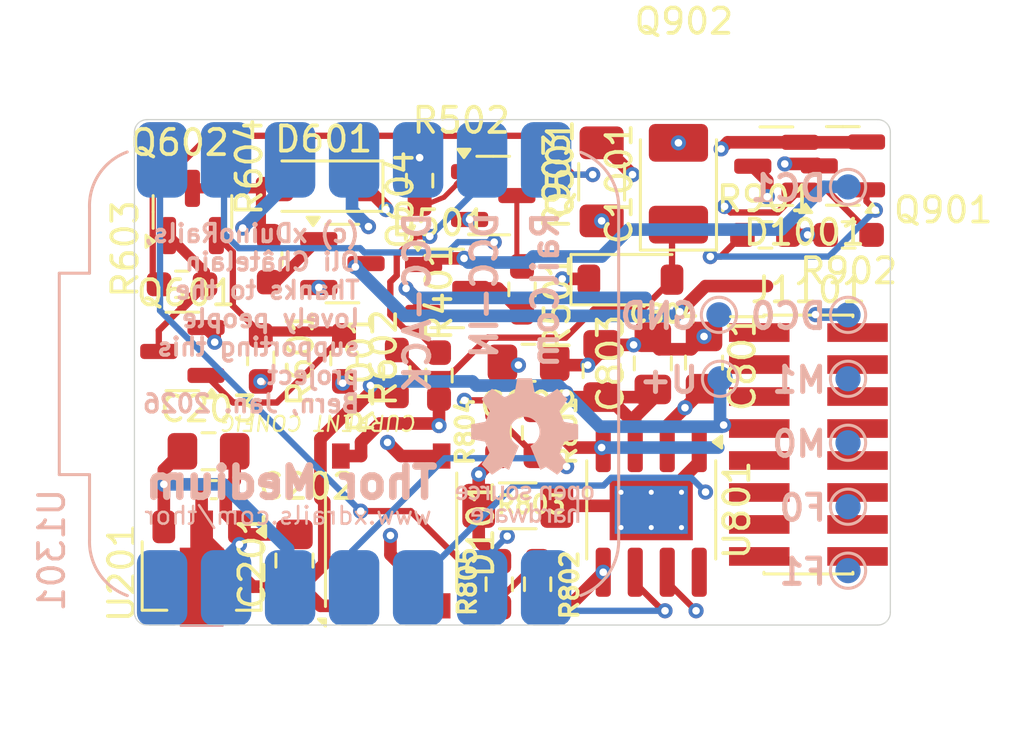
<source format=kicad_pcb>
(kicad_pcb (version 20240108) (generator "pcbnew") (generator_version "8.0")
  (layers (0 "F.Cu" mixed) (1 "In1.Cu" power) (2 "In2.Cu" power) (3 "In3.Cu" signal) (4 "In4.Cu" power) (31 "B.Cu" mixed) (34 "B.Paste" user) (35 "F.Paste" user) (36 "B.SilkS" user "B.Silkscreen") (37 "F.SilkS" user "F.Silkscreen") (38 "B.Mask" user) (39 "F.Mask" user) (44 "Edge.Cuts" user))
  (net 0 "")
  (net 1 "/+U")
  (net 2 "/DCC0")
  (net 3 "GND")
  (net 4 "/DCC1")
  (net 5 "/rails_signal_combined-medium/rails-signal-acknowledge_dcc/DCC+")
  (net 6 "/rails_signal_combined-medium/rails_signal_feedback_dcc-railcom-8x50/RC_SIGNAL")
  (net 7 "/rails_signal_combined-medium/rails-signal-acknowledge_dcc/DCC_ACK_IN")
  (net 8 "/DCC_ACK")
  (net 9 "/RAILCOM_DATA")
  (net 10 "/rails_signal_combined-medium/rails-signal-acknowledge_dcc/DCC+_DROP")
  (net 11 "/rails_signal_combined-medium/rails_signal_feedback_dcc-railcom-8x50/RC_DATA_IN")
  (net 12 "/rails_signal_combined-medium/rails_signal_feedback_dcc-railcom-8x50/RC_CURR")
  (net 13 "/DCC_MM_SIGNAL")
  (net 14 "/AMP_FUNC0")
  (net 15 "/AMP_FUNC1")
  (net 16 "/AMP_MOTOR0")
  (net 17 "/AMP_MOTOR1")
  (net 18 "/EMF_MOTOR1")
  (net 19 "/EMF_MOTOR0")
  (net 20 "/FUNC0")
  (net 21 "/I_FUNC")
  (net 22 "/MOTOR1")
  (net 23 "/MOTOR0")
  (net 24 "/FUNC1")
  (net 25 "/+3V3")
  (net 26 "PGND")
  (net 28 "Net-(Q604-B)")
  (net 29 "Net-(D1001-A)")
  (net 30 "/loco-adapters-2func/loco-adapter-nem658-plux16/AMP_AUX1")
  (net 31 "/loco-adapters-2func/loco-adapter-nem658-plux16/AUX89_ZBCLK")
  (net 32 "/loco-adapters-2func/loco-adapter-nem658-plux16/CAP+")
  (net 33 "/loco-adapters-2func/loco-adapter-nem658-plux16/AMP_AUX2")
  (net 34 "/loco-adapters-2func/loco-adapter-nem658-plux16/SPEAKER0")
  (net 35 "/loco-adapters-2func/loco-adapter-nem658-plux16/SPEAKER1")
  (net 37 "/loco-adapters-2func/loco-adapter-nem658-plux16/AUX910_ZBDATA")
  (footprint "Resistor_SMD:R_0603_1608Metric_Pad0.98x0.95mm_HandSolder" (layer "F.Cu") (at 153.416 99.4645 90)
    (property "Reference" "R1001")
    (property "Value" "100R")
  )
  (footprint "Resistor_SMD:R_0603_1608Metric_Pad0.98x0.95mm_HandSolder" (layer "F.Cu") (at 168.0445 93.98)
    (property "Reference" "R901")
    (property "Value" "10k")
  )
  (footprint "Diode_SMD:D_SOD-123" (layer "F.Cu") (at 150.5055 92.0437 180)
    (property "Reference" "D601")
    (property "Value" "1N5819W")
  )
  (footprint "Capacitor_SMD:C_0402_1005Metric" (layer "F.Cu") (at 146.149 104.0975)
    (property "Reference" "C202")
    (property "Value" "1u")
  )
  (footprint "Resistor_SMD:R_0603_1608Metric_Pad0.98x0.95mm_HandSolder" (layer "F.Cu") (at 148.0163 98.8857 -90)
    (property "Reference" "R601")
    (property "Value" "20R")
  )
  (footprint "Resistor_SMD:R_1206_3216Metric_Pad1.30x1.75mm_HandSolder" (layer "F.Cu") (at 161.544 91.873 90)
    (property "Reference" "R903")
    (property "Value" "0R1")
  )
  (footprint "Capacitor_SMD:C_0805_2012Metric_Pad1.18x1.45mm_HandSolder" (layer "F.Cu") (at 149.352 106.913 90)
    (property "Reference" "C201")
    (property "Value" "22uF")
  )
  (footprint "Resistor_SMD:R_0603_1608Metric_Pad0.98x0.95mm_HandSolder" (layer "F.Cu") (at 157.48 107.852 90)
    (property "Reference" "R805")
    (property "Value" "1k")
  )
  (footprint "xDuinoRail:SOIC-8-1EP_3.9x4.9mm_P1.27mm_EP2.41x3.3mm_ThermalVias" (layer "F.Cu") (at 163.513 104.902 -90)
    (property "Reference" "U801")
    (property "Value" "BDR6133")
  )
  (footprint "Capacitor_SMD:C_0805_2012Metric_Pad1.18x1.45mm_HandSolder" (layer "F.Cu") (at 158.6445 99.06 180)
    (property "Reference" "C802")
    (property "Value" "10uF")
  )
  (footprint "xDuinoRail:8x50_SOT-23" (layer "F.Cu") (at 151.257 95.1188)
    (property "Reference" "Q604")
    (property "Value" "S8050")
  )
  (footprint "xDuinoRail:8x50_SOT-23" (layer "F.Cu") (at 157.2416 92.4176)
    (property "Reference" "Q501")
    (property "Value" "S8050")
  )
  (footprint "xDuinoRail:8x50_SOT-23" (layer "F.Cu") (at 155.4151 96.1056)
    (property "Reference" "D501")
    (property "Value" "BAT54C")
  )
  (footprint "xDuinoRail:8x50_SOT-23" (layer "F.Cu") (at 144.907 98.6088 180)
    (property "Reference" "Q601")
    (property "Value" "S8550")
  )
  (footprint "Resistor_SMD:R_0603_1608Metric_Pad0.98x0.95mm_HandSolder" (layer "F.Cu") (at 151.3183 98.8857 -90)
    (property "Reference" "R602")
    (property "Value" "1M")
  )
  (footprint "Connector_PinHeader_1.27mm:PinHeader_2x08_P1.27mm_Vertical_SMD" (layer "F.Cu") (at 169.75 102.305)
    (property "Reference" "J1101")
    (property "Value" "Conn_02x08_Odd_Even")
  )
  (footprint "Resistor_SMD:R_0603_1608Metric_Pad0.98x0.95mm_HandSolder" (layer "F.Cu") (at 148.336 94.9418 -90)
    (property "Reference" "R604")
    (property "Value" "10k")
  )
  (footprint "Capacitor_SMD:C_0805_2012Metric_Pad1.18x1.45mm_HandSolder" (layer "F.Cu") (at 165.608 99.0515 90)
    (property "Reference" "C801")
    (property "Value" "100nF")
  )
  (footprint "Resistor_SMD:R_0603_1608Metric_Pad0.98x0.95mm_HandSolder" (layer "F.Cu") (at 158.3846 96.1431 -90)
    (property "Reference" "R501")
    (property "Value" "100R")
  )
  (footprint "Capacitor_SMD:C_0805_2012Metric_Pad1.18x1.45mm_HandSolder" (layer "F.Cu") (at 163.576 99.0815 90)
    (property "Reference" "C803")
    (property "Value" "10uF")
  )
  (footprint "Capacitor_SMD:C_0805_2012Metric_Pad1.18x1.45mm_HandSolder" (layer "F.Cu") (at 145.9445 102.5735)
    (property "Reference" "C203")
    (property "Value" "47uF")
  )
  (footprint "Capacitor_SMD:C_0805_2012Metric_Pad1.18x1.45mm_HandSolder" (layer "F.Cu") (at 161.544 99.3845 90)
    (property "Reference" "C804")
    (property "Value" "100nF")
  )
  (footprint "Diode_SMD:D_SOD-123" (layer "F.Cu") (at 162.688 95.758)
    (property "Reference" "D1001")
    (property "Value" "1N5819W")
  )
  (footprint "Resistor_SMD:R_0603_1608Metric_Pad0.98x0.95mm_HandSolder" (layer "F.Cu") (at 157.3973 101.8408 -90)
    (property "Reference" "R804")
    (property "Value" "1k")
  )
  (footprint "Resistor_SMD:R_0603_1608Metric_Pad0.98x0.95mm_HandSolder" (layer "F.Cu") (at 155.0905 99.568 90)
    (property "Reference" "R401")
    (property "Value" "33k")
  )
  (footprint "xDuinoRail:8x50_SOT-23" (layer "F.Cu") (at 145.304 93.0693 90)
    (property "Reference" "Q602")
    (property "Value" "S8550")
  )
  (footprint "Resistor_SMD:R_1206_3216Metric_Pad1.30x1.75mm_HandSolder" (layer "F.Cu") (at 158.216 104.74)
    (property "Reference" "R803")
    (property "Value" "0R1")
  )
  (footprint "Capacitor_Tantalum_SMD:CP_EIA-3528-21_Kemet-B_Pad1.50x2.35mm_HandSolder" (layer "F.Cu") (at 164.592 91.948 90)
    (property "Reference" "C1001")
    (property "Value" "100uF")
  )
  (footprint "Resistor_SMD:R_0603_1608Metric_Pad0.98x0.95mm_HandSolder" (layer "F.Cu") (at 171.3465 93.98 180)
    (property "Reference" "R902")
    (property "Value" "10k")
  )
  (footprint "Resistor_SMD:R_0603_1608Metric_Pad0.98x0.95mm_HandSolder" (layer "F.Cu") (at 158.9213 101.8408 90)
    (property "Reference" "R801")
    (property "Value" "6k8")
  )
  (footprint "Diode_SMD:Diode_Bridge_Diotec_ABS" (layer "F.Cu") (at 153.194 105.737 90)
    (property "Reference" "D101")
    (property "Value" "ABS210")
  )
  (footprint "Resistor_SMD:R_0603_1608Metric_Pad0.98x0.95mm_HandSolder" (layer "F.Cu") (at 144.891 95.9418 180)
    (property "Reference" "R603")
    (property "Value" "10k")
  )
  (footprint "Package_TO_SOT_SMD:SOT-23" (layer "F.Cu") (at 171.1175 91.2395 180)
    (property "Reference" "Q901")
    (property "Value" "BSS138")
  )
  (footprint "Resistor_SMD:R_0603_1608Metric_Pad0.98x0.95mm_HandSolder" (layer "F.Cu") (at 159.004 107.852 -90)
    (property "Reference" "R802")
    (property "Value" "6k8")
  )
  (footprint "Package_TO_SOT_SMD:SOT-23" (layer "F.Cu") (at 168.4805 91.252 180)
    (property "Reference" "Q902")
    (property "Value" "BSS138")
  )
  (footprint "Resistor_SMD:R_0603_1608Metric_Pad0.98x0.95mm_HandSolder" (layer "F.Cu") (at 154.3206 91.8251 -90)
    (property "Reference" "R502")
    (property "Value" "10k")
  )
  (footprint "Package_TO_SOT_SMD:SOT-89-3" (layer "F.Cu") (at 145.669 107.5265 -90)
    (property "Reference" "U201")
    (property "Value" "HT75xx-1-SOT89" (hide yes))
  )
  (footprint "TestPoint:TestPoint_Pad_D1.0mm" (layer "B.Cu") (at 171.323 99.695 180)
    (property "Reference" "TP404" (hide yes))
    (property "Value" "~")
  )
  (footprint "xDuinoRail:XIAO_SMD" (layer "B.Cu") (at 151.72 99.5 -90)
    (property "Reference" "U1301")
    (property "Value" "MOUDLE-SEEEDUINO-XIAO")
  )
  (footprint "TestPoint:TestPoint_Pad_D1.0mm" (layer "B.Cu") (at 171.323 102.235 180)
    (property "Reference" "TP405" (hide yes))
    (property "Value" "~")
  )
  (footprint "TestPoint:TestPoint_Pad_D1.0mm" (layer "B.Cu") (at 171.323 107.315 180)
    (property "Reference" "TP408" (hide yes))
    (property "Value" "~")
  )
  (footprint "TestPoint:TestPoint_Pad_D1.0mm" (layer "B.Cu") (at 166.243 99.695 180)
    (property "Reference" "TP407" (hide yes))
    (property "Value" "~")
  )
  (footprint "TestPoint:TestPoint_Pad_D1.0mm" (layer "B.Cu") (at 166.2 97.155 180)
    (property "Reference" "TP403" (hide yes))
    (property "Value" "~")
  )
  (footprint "TestPoint:TestPoint_Pad_D1.0mm" (layer "B.Cu") (at 171.323 104.775 180)
    (property "Reference" "TP406" (hide yes))
    (property "Value" "~")
  )
  (footprint "TestPoint:TestPoint_Pad_D1.0mm" (layer "B.Cu") (at 171.323 97.155 180)
    (property "Reference" "TP402" (hide yes))
    (property "Value" "~")
  )
  (footprint "TestPoint:TestPoint_Pad_D1.0mm" (layer "B.Cu") (at 171.323 92.075 180)
    (property "Reference" "TP401" (hide yes))
    (property "Value" "~")
  )
  (gr_poly (pts (xy 156.813859 103.935181) (xy 156.80548 103.935763) (xy 156.797278 103.936719) (xy 156.78924 103.938042) (xy 156.781362 103.939719) (xy 156.773637 103.941743) (xy 156.766057 103.944102) (xy 156.758616 103.946788) (xy 156.751306 103.949789) (xy 156.744121 103.953099) (xy 156.737052 103.956703) (xy 156.730096 103.960595) (xy 156.72324 103.964764) (xy 156.716482 103.969202) (xy 156.709813 103.973893) (xy 156.703225 103.978832) (xy 156.786443 104.077796) (xy 156.791413 104.074148) (xy 156.796226 104.070782) (xy 156.800908 104.067694) (xy 156.805483 104.064875) (xy 156.809979 104.062318) (xy 156.814422 104.06002) (xy 156.81884 104.05797) (xy 156.823256 104.056164) (xy 156.827699 104.054594) (xy 156.832196 104.053256) (xy 156.836775 104.052142) (xy 156.841457 104.051244) (xy 156.846274 104.050558) (xy 156.851249 104.050076) (xy 156.856412 104.049791) (xy 156.861784 104.049699) (xy 156.872307 104.050121) (xy 156.882722 104.051406) (xy 156.892949 104.053566) (xy 156.902912 104.056618) (xy 156.907769 104.058484) (xy 156.912533 104.060582) (xy 156.91719 104.062907) (xy 156.92173 104.065469) (xy 156.926146 104.068264) (xy 156.930425 104.071299) (xy 156.934559 104.07457) (xy 156.938541 104.078088) (xy 156.942356 104.081847) (xy 156.945995 104.085849) (xy 156.949453 104.090103) (xy 156.952714 104.094606) (xy 156.95577 104.099359) (xy 156.958615 104.104369) (xy 156.961233 104.109634) (xy 156.963618 104.115158) (xy 156.965759 104.12094) (xy 156.967649 104.126988) (xy 156.969274 104.133298) (xy 156.970625 104.139875) (xy 156.971695 104.146719) (xy 156.972467 104.153834) (xy 156.97294 104.161224) (xy 156.973101 104.168889) (xy 156.973101 104.511818) (xy 157.087812 104.511818) (xy 157.087812 103.941747) (xy 156.973101 103.941747) (xy 156.973101 104.002455) (xy 156.970876 104.002454) (xy 156.963948 103.994288) (xy 156.956659 103.986647) (xy 156.949021 103.979532) (xy 156.941039 103.972945) (xy 156.932733 103.966884) (xy 156.924102 103.961351) (xy 156.915162 103.956344) (xy 156.905922 103.951861) (xy 156.896391 103.947906) (xy 156.886582 103.944478) (xy 156.876502 103.941578) (xy 156.866163 103.939205) (xy 156.855576 103.937358) (xy 156.844749 103.93604) (xy 156.833691 103.935248) (xy 156.822414 103.934985)) (stroke (width -0.000001)) (fill solid) (layer "B.SilkS"))
  (gr_poly (pts (xy 158.400422 105.241403) (xy 158.398166 105.241403) (xy 158.26888 104.84224) (xy 158.185664 104.842242) (xy 158.056377 105.241401) (xy 158.054059 105.241401) (xy 157.945062 104.84224) (xy 157.823586 104.842241) (xy 158.005706 105.412315) (xy 158.106957 105.412312) (xy 158.226144 105.013118) (xy 158.228399 105.013119) (xy 158.34759 105.412312) (xy 158.448777 105.412312) (xy 158.630927 104.842242) (xy 158.509515 104.842242)) (stroke (width -0.000001)) (fill solid) (layer "B.SilkS"))
  (gr_poly (pts (xy 160.979763 103.935096) (xy 160.971748 103.935422) (xy 160.963942 103.93596) (xy 160.956338 103.936697) (xy 160.948933 103.937629) (xy 160.941725 103.938746) (xy 160.934711 103.940041) (xy 160.92789 103.941508) (xy 160.921259 103.943138) (xy 160.914814 103.944922) (xy 160.908551 103.946856) (xy 160.902472 103.94893) (xy 160.89657 103.951136) (xy 160.890845 103.953466) (xy 160.885293 103.955914) (xy 160.879908 103.958472) (xy 160.869648 103.963888) (xy 160.860035 103.969649) (xy 160.851051 103.975698) (xy 160.842675 103.981973) (xy 160.834884 103.988412) (xy 160.827659 103.994954) (xy 160.820978 104.00154) (xy 160.814817 104.008104) (xy 160.806898 104.017177) (xy 160.799574 104.026334) (xy 160.792828 104.035689) (xy 160.786656 104.045353) (xy 160.781044 104.055438) (xy 160.775982 104.066058) (xy 160.771452 104.077322) (xy 160.767452 104.089345) (xy 160.763964 104.102239) (xy 160.760978 104.116114) (xy 160.758484 104.131082) (xy 160.756468 104.147257) (xy 160.754919 104.164751) (xy 160.753829 104.183673) (xy 160.753182 104.204139) (xy 160.75297 104.22626) (xy 160.753182 104.248565) (xy 160.753828 104.269194) (xy 160.75492 104.288262) (xy 160.756468 104.305878) (xy 160.758482 104.322162) (xy 160.760978 104.33722) (xy 160.763964 104.351169) (xy 160.767452 104.364121) (xy 160.771453 104.376195) (xy 160.77598 104.387498) (xy 160.781045 104.398147) (xy 160.786658 104.408251) (xy 160.792827 104.417928) (xy 160.799574 104.427292) (xy 160.806897 104.436454) (xy 160.814819 104.445524) (xy 160.820978 104.45209) (xy 160.827659 104.458674) (xy 160.834883 104.465212) (xy 160.842675 104.471648) (xy 160.851051 104.477918) (xy 160.860035 104.48396) (xy 160.869646 104.489716) (xy 160.879911 104.495126) (xy 160.890845 104.500126) (xy 160.902471 104.504657) (xy 160.914814 104.50866) (xy 160.92789 104.512069) (xy 160.941725 104.514826) (xy 160.956338 104.516871) (xy 160.971748 104.518143) (xy 160.987984 104.518583) (xy 160.996205 104.51847) (xy 161.004222 104.518146) (xy 161.012032 104.51761) (xy 161.019638 104.516871) (xy 161.027046 104.515944) (xy 161.034254 104.514826) (xy 161.041269 104.513533) (xy 161.048093 104.512069) (xy 161.054729 104.510442) (xy 161.061175 104.50866) (xy 161.067438 104.506729) (xy 161.073519 104.504657) (xy 161.079421 104.502456) (xy 161.085148 104.500126) (xy 161.0907 104.497681) (xy 161.096082 104.495126) (xy 161.106348 104.489718) (xy 161.11596 104.483961) (xy 161.124946 104.477918) (xy 161.133322 104.471648) (xy 161.141111 104.465212) (xy 161.148338 104.458674) (xy 161.155018 104.45209) (xy 161.161178 104.445524) (xy 161.169099 104.436456) (xy 161.176425 104.427292) (xy 161.183166 104.417934) (xy 161.189335 104.408257) (xy 161.194947 104.398152) (xy 161.200006 104.387505) (xy 161.20453 104.376203) (xy 161.208529 104.364133) (xy 161.212014 104.35118) (xy 161.214999 104.337232) (xy 161.21749 104.322174) (xy 161.219503 104.305893) (xy 161.221048 104.288274) (xy 161.222138 104.269204) (xy 161.222782 104.24857) (xy 161.222998 104.22626) (xy 161.108315 104.22626) (xy 161.108234 104.24117) (xy 161.107983 104.254753) (xy 161.107549 104.267112) (xy 161.106924 104.278352) (xy 161.106093 104.288569) (xy 161.105049 104.297866) (xy 161.103776 104.306339) (xy 161.102263 104.314096) (xy 161.1005 104.321233) (xy 161.098474 104.327851) (xy 161.096176 104.334051) (xy 161.093594 104.339936) (xy 161.090716 104.345602) (xy 161.087529 104.351152) (xy 161.084022 104.356688) (xy 161.080187 104.362308) (xy 161.076802 104.366673) (xy 161.072997 104.370888) (xy 161.06879 104.374935) (xy 161.064203 104.37879) (xy 161.059259 104.382445) (xy 161.053982 104.385874) (xy 161.048398 104.389065) (xy 161.042525 104.391991) (xy 161.036388 104.394642) (xy 161.030012 104.397) (xy 161.023417 104.399043) (xy 161.016628 104.400755) (xy 161.009668 104.402119) (xy 161.002555 104.403114) (xy 160.99532 104.403725) (xy 160.987984 104.403934) (xy 160.980651 104.403724) (xy 160.973419 104.403113) (xy 160.966314 104.402116) (xy 160.959356 104.40075) (xy 160.95257 104.399038) (xy 160.945976 104.396991) (xy 160.939599 104.394632) (xy 160.933466 104.391979) (xy 160.927592 104.389048) (xy 160.922006 104.385859) (xy 160.916728 104.382431) (xy 160.911781 104.378778) (xy 160.907191 104.374922) (xy 160.902978 104.370879) (xy 160.899166 104.366668) (xy 160.897418 104.364506) (xy 160.895782 104.362308) (xy 160.891944 104.356688) (xy 160.888437 104.351155) (xy 160.885253 104.345609) (xy 160.882375 104.339951) (xy 160.879796 104.334086) (xy 160.877502 104.32791) (xy 160.875479 104.321325) (xy 160.873719 104.314236) (xy 160.87221 104.306537) (xy 160.870938 104.298136) (xy 160.869895 104.288931) (xy 160.869069 104.27882) (xy 160.868443 104.267708) (xy 160.868013 104.255496) (xy 160.867682 104.227373) (xy 160.867763 104.212463) (xy 160.868014 104.198876) (xy 160.868443 104.186512) (xy 160.869068 104.175269) (xy 160.869894 104.165049) (xy 160.870937 104.155748) (xy 160.872209 104.147269) (xy 160.873719 104.13951) (xy 160.875478 104.132371) (xy 160.877499 104.125751) (xy 160.879796 104.119552) (xy 160.882375 104.113668) (xy 160.885254 104.108005) (xy 160.888437 104.10246) (xy 160.891943 104.096932) (xy 160.895781 104.091322) (xy 160.899166 104.086955) (xy 160.902979 104.082742) (xy 160.907192 104.078696) (xy 160.91178 104.074839) (xy 160.916728 104.071185) (xy 160.922006 104.067757) (xy 160.927592 104.064568) (xy 160.933466 104.06164) (xy 160.939599 104.058987) (xy 160.945975 104.05663) (xy 160.95257 104.054588) (xy 160.959356 104.052876) (xy 160.966313 104.051512) (xy 160.973418 104.050515) (xy 160.980649 104.049904) (xy 160.987984 104.049699) (xy 160.99532 104.049904) (xy 161.002556 104.050517) (xy 161.009665 104.051514) (xy 161.016628 104.052881) (xy 161.023416 104.054594) (xy 161.030013 104.05664) (xy 161.036391 104.058998) (xy 161.042525 104.061652) (xy 161.048398 104.064585) (xy 161.053982 104.067772) (xy 161.059258 104.071201) (xy 161.064203 104.074853) (xy 161.06879 104.078711) (xy 161.072998 104.082752) (xy 161.076803 104.086962) (xy 161.078547 104.089124) (xy 161.080187 104.091322) (xy 161.084023 104.096933) (xy 161.087529 104.102457) (xy 161.090716 104.107997) (xy 161.093595 104.113651) (xy 161.096176 104.119516) (xy 161.098474 104.125692) (xy 161.100501 104.13228) (xy 161.102262 104.139371) (xy 161.103774 104.147071) (xy 161.105049 104.155478) (xy 161.106096 104.164688) (xy 161.106925 104.174801) (xy 161.107552 104.185916) (xy 161.107985 104.198132) (xy 161.108315 104.22626) (xy 161.222998 104.22626) (xy 161.222782 104.20414) (xy 161.222137 104.183676) (xy 161.221048 104.164751) (xy 161.219504 104.14726) (xy 161.217491 104.131089) (xy 161.214999 104.116121) (xy 161.212014 104.102247) (xy 161.208532 104.089357) (xy 161.20453 104.077337) (xy 161.200007 104.066072) (xy 161.194945 104.055452) (xy 161.189335 104.045365) (xy 161.183166 104.035701) (xy 161.176425 104.026344) (xy 161.1691 104.017182) (xy 161.161178 104.008105) (xy 161.155019 104.00154) (xy 161.148337 103.994953) (xy 161.141112 103.988412) (xy 161.133324 103.981973) (xy 161.124946 103.975698) (xy 161.11596 103.96965) (xy 161.106348 103.963888) (xy 161.096083 103.958473) (xy 161.085148 103.953466) (xy 161.073518 103.94893) (xy 161.061175 103.944922) (xy 161.048095 103.941508) (xy 161.034257 103.938746) (xy 161.019641 103.936697) (xy 161.004222 103.935425) (xy 160.987983 103.934985)) (stroke (width -0.000001)) (fill solid) (layer "B.SilkS"))
  (gr_poly (pts (xy 159.280743 103.935186) (xy 159.27233 103.935787) (xy 159.255432 103.938185) (xy 159.238578 103.942167) (xy 159.221936 103.947723) (xy 159.213743 103.951086) (xy 159.205665 103.954838) (xy 159.197726 103.95898) (xy 159.189939 103.963504) (xy 159.182332 103.968417) (xy 159.17492 103.973712) (xy 159.167732 103.979387) (xy 159.160779 103.985445) (xy 159.154086 103.991879) (xy 159.147677 103.998691) (xy 159.141566 104.005881) (xy 159.135781 104.013445) (xy 159.130337 104.021381) (xy 159.125261 104.02969) (xy 159.120568 104.038371) (xy 159.116277 104.047418) (xy 159.112416 104.056834) (xy 159.109003 104.066615) (xy 159.106057 104.076762) (xy 159.103602 104.087271) (xy 159.101655 104.098145) (xy 159.100238 104.109376) (xy 159.099372 104.120965) (xy 159.09908 104.132914) (xy 159.099081 104.511818) (xy 159.21376 104.511819) (xy 159.213763 104.172317) (xy 159.213904 104.165135) (xy 159.21432 104.158148) (xy 159.215008 104.151355) (xy 159.215965 104.144761) (xy 159.217178 104.138368) (xy 159.218647 104.132178) (xy 159.220362 104.126191) (xy 159.222319 104.120414) (xy 159.224512 104.114844) (xy 159.226933 104.109487) (xy 159.229579 104.104342) (xy 159.232442 104.099417) (xy 159.235516 104.094707) (xy 159.238797 104.090219) (xy 159.242277 104.085953) (xy 159.245952 104.081912) (xy 159.249815 104.0781) (xy 159.253859 104.074517) (xy 159.258077 104.071166) (xy 159.262468 104.068049) (xy 159.267021 104.065169) (xy 159.27173 104.062526) (xy 159.276596 104.060124) (xy 159.281604 104.057968) (xy 159.286755 104.056056) (xy 159.292036 104.054391) (xy 159.29745 104.052975) (xy 159.302982 104.051814) (xy 159.308633 104.050906) (xy 159.314395 104.050254) (xy 159.320257 104.049861) (xy 159.32622 104.04973) (xy 159.332285 104.049861) (xy 159.338243 104.050254) (xy 159.344092 104.050906) (xy 159.349824 104.051814) (xy 159.355435 104.052977) (xy 159.360916 104.05439) (xy 159.366266 104.056056) (xy 159.371479 104.057968) (xy 159.376543 104.060126) (xy 159.381458 104.062528) (xy 159.386215 104.065168) (xy 159.390811 104.068049) (xy 159.395241 104.071166) (xy 159.399496 104.074517) (xy 159.403571 104.0781) (xy 159.407461 104.081912) (xy 159.411158 104.085953) (xy 159.414659 104.090218) (xy 159.41796 104.094705) (xy 159.421049 104.099415) (xy 159.423926 104.104342) (xy 159.426584 104.109487) (xy 159.429017 104.114844) (xy 159.431215 104.120414) (xy 159.433177 104.126191) (xy 159.434898 104.132176) (xy 159.436368 104.138368) (xy 159.437585 104.144761) (xy 159.438541 104.151354) (xy 159.439231 104.158148) (xy 159.439648 104.165137) (xy 159.43979 104.172317) (xy 159.43979 104.51182) (xy 159.554469 104.511818) (xy 159.554469 103.941747) (xy 159.43979 103.94175) (xy 159.43979 104.002455) (xy 159.437502 104.002454) (xy 159.430581 103.994288) (xy 159.423298 103.986647) (xy 159.415663 103.979533) (xy 159.407689 103.972945) (xy 159.399386 103.966884) (xy 159.390762 103.961351) (xy 159.381827 103.956341) (xy 159.372589 103.951861) (xy 159.363065 103.947906) (xy 159.353258 103.944479) (xy 159.343185 103.941578) (xy 159.332847 103.939205) (xy 159.32226 103.937358) (xy 159.311434 103.936039) (xy 159.300381 103.935248) (xy 159.289104 103.934985)) (stroke (width -0.000001)) (fill solid) (layer "B.SilkS"))
  (gr_poly (pts (xy 159.26067 104.835675) (xy 159.252292 104.836255) (xy 159.244086 104.837213) (xy 159.236045 104.838536) (xy 159.228163 104.840211) (xy 159.220435 104.842237) (xy 159.212851 104.844596) (xy 159.205408 104.847283) (xy 159.198094 104.850286) (xy 159.190908 104.853593) (xy 159.183838 104.857198) (xy 159.176883 104.86109) (xy 159.170029 104.865257) (xy 159.163278 104.869694) (xy 159.156615 104.874387) (xy 159.150039 104.879327) (xy 159.233224 104.97829) (xy 159.238195 104.97463) (xy 159.243008 104.971255) (xy 159.247692 104.968158) (xy 159.252268 104.96533) (xy 159.256768 104.962769) (xy 159.261213 104.960466) (xy 159.26563 104.95841) (xy 159.270051 104.956601) (xy 159.274496 104.955031) (xy 159.278992 104.95369) (xy 159.28357 104.952574) (xy 159.288254 104.951676) (xy 159.293068 104.95099) (xy 159.298041 104.950507) (xy 159.303198 104.950222) (xy 159.308567 104.950128) (xy 159.319084 104.950553) (xy 159.329496 104.951838) (xy 159.339723 104.954001) (xy 159.349685 104.957058) (xy 159.354546 104.958926) (xy 159.359308 104.961024) (xy 159.363965 104.963353) (xy 159.368507 104.965915) (xy 159.372924 104.968713) (xy 159.377207 104.97175) (xy 159.381344 104.975024) (xy 159.385327 104.978539) (xy 159.389144 104.982302) (xy 159.392786 104.986308) (xy 159.396244 104.990559) (xy 159.39951 104.995064) (xy 159.40257 104.999818) (xy 159.405414 105.004827) (xy 159.408034 105.010091) (xy 159.410425 105.015614) (xy 159.412567 105.021396) (xy 159.414457 105.027441) (xy 159.416084 105.033749) (xy 159.417436 105.040321) (xy 159.418506 105.047165) (xy 159.41928 105.054275) (xy 159.419754 105.06166) (xy 159.419914 105.06932) (xy 159.419913 105.412312) (xy 159.534596 105.412312) (xy 159.534596 104.842242) (xy 159.419915 104.842242) (xy 159.419915 104.902947) (xy 159.417658 104.902947) (xy 159.410732 104.894782) (xy 159.403443 104.887141) (xy 159.395807 104.880027) (xy 159.387827 104.873439) (xy 159.37952 104.867379) (xy 159.370893 104.861843) (xy 159.361957 104.856836) (xy 159.352718 104.852353) (xy 159.343192 104.8484) (xy 159.333386 104.844972) (xy 159.323309 104.842073) (xy 159.312973 104.839697) (xy 159.302387 104.837853) (xy 159.29156 104.836535) (xy 159.280505 104.835743) (xy 159.269228 104.83548)) (stroke (width -0.000001)) (fill solid) (layer "B.SilkS"))
  (gr_poly (pts (xy 156.450212 103.935106) (xy 156.442255 103.935466) (xy 156.434404 103.936059) (xy 156.42666 103.936885) (xy 156.411487 103.9392) (xy 156.396739 103.94238) (xy 156.38242 103.946383) (xy 156.368527 103.95117) (xy 156.355069 103.956706) (xy 156.342041 103.962951) (xy 156.329449 103.969871) (xy 156.317293 103.977425) (xy 156.305577 103.985573) (xy 156.294303 103.994283) (xy 156.283469 104.003513) (xy 156.273083 104.013225) (xy 156.263138 104.023382) (xy 156.253646 104.033951) (xy 156.337974 104.109291) (xy 156.343379 104.102878) (xy 156.34907 104.096723) (xy 156.355035 104.090847) (xy 156.361267 104.085275) (xy 156.367755 104.080022) (xy 156.374494 104.075116) (xy 156.381473 104.070575) (xy 156.388686 104.066422) (xy 156.396123 104.062678) (xy 156.403774 104.059363) (xy 156.411631 104.056498) (xy 156.419689 104.054107) (xy 156.427937 104.05221) (xy 156.436364 104.050827) (xy 156.444967 104.049984) (xy 156.453732 104.049697) (xy 156.470785 104.050322) (xy 156.486914 104.05221) (xy 156.494624 104.05364) (xy 156.502097 104.055396) (xy 156.509328 104.057482) (xy 156.516312 104.059901) (xy 156.523047 104.062661) (xy 156.529529 104.065759) (xy 156.535758 104.069203) (xy 156.541731 104.072994) (xy 156.547439 104.077136) (xy 156.552884 104.081637) (xy 156.558062 104.086494) (xy 156.562971 104.091711) (xy 156.567605 104.097295) (xy 156.571962 104.103249) (xy 156.57604 104.109574) (xy 156.579835 104.116278) (xy 156.583345 104.123359) (xy 156.586564 104.130824) (xy 156.589492 104.138675) (xy 156.592127 104.146914) (xy 156.594463 104.15555) (xy 156.596494 104.164582) (xy 156.598226 104.174014) (xy 156.599645 104.183851) (xy 156.601556 104.204752) (xy 156.602196 104.227308) (xy 156.602036 104.2387) (xy 156.601555 104.24968) (xy 156.600755 104.260252) (xy 156.599644 104.270421) (xy 156.598222 104.280186) (xy 156.596493 104.289553) (xy 156.594458 104.298525) (xy 156.59212 104.307102) (xy 156.589489 104.315294) (xy 156.586557 104.323099) (xy 156.583336 104.330523) (xy 156.579827 104.337565) (xy 156.576029 104.344234) (xy 156.57195 104.350529) (xy 156.567591 104.356456) (xy 156.562957 104.362018) (xy 156.558048 104.367217) (xy 156.55287 104.372057) (xy 156.547427 104.37654) (xy 156.541715 104.380673) (xy 156.535743 104.384452) (xy 156.529515 104.387887) (xy 156.523033 104.390982) (xy 156.516297 104.393734) (xy 156.509314 104.396153) (xy 156.502084 104.398234) (xy 156.494613 104.399989) (xy 156.486905 104.401418) (xy 156.478959 104.402522) (xy 156.470778 104.403309) (xy 156.462371 104.403777) (xy 156.453732 104.403932) (xy 156.449329 104.403859) (xy 156.444966 104.403647) (xy 156.440646 104.403292) (xy 156.436366 104.402804) (xy 156.42794 104.401421) (xy 156.419693 104.399523) (xy 156.411639 104.397133) (xy 156.403783 104.394268) (xy 156.396132 104.390953) (xy 156.388699 104.387208) (xy 156.381488 104.383056) (xy 156.374507 104.378515) (xy 156.367769 104.373607) (xy 156.361281 104.368356) (xy 156.355046 104.362782) (xy 156.34908 104.356908) (xy 156.343386 104.350751) (xy 156.337974 104.344339) (xy 156.253646 104.419682) (xy 156.263134 104.430232) (xy 156.273073 104.440374) (xy 156.283456 104.450077) (xy 156.294287 104.459297) (xy 156.305559 104.468) (xy 156.317272 104.476143) (xy 156.329427 104.483692) (xy 156.342018 104.490609) (xy 156.355045 104.496855) (xy 156.368506 104.502391) (xy 156.382397 104.507179) (xy 156.396722 104.511183) (xy 156.411471 104.514361) (xy 156.42665 104.51668) (xy 156.44225 104.5181) (xy 156.458273 104.518581) (xy 156.482856 104.517598) (xy 156.507152 104.514602) (xy 156.530986 104.509537) (xy 156.554174 104.502337) (xy 156.565473 104.497917) (xy 156.57654 104.492946) (xy 156.58736 104.487406) (xy 156.597903 104.481295) (xy 156.608154 104.474608) (xy 156.618086 104.467334) (xy 156.627675 104.459461) (xy 156.636905 104.45099) (xy 156.645745 104.441907) (xy 156.654183 104.432209) (xy 156.662186 104.421884) (xy 156.669737 104.410926) (xy 156.676816 104.39933) (xy 156.683393 104.387085) (xy 156.689452 104.374184) (xy 156.694969 104.360621) (xy 156.699921 104.346384) (xy 156.704285 104.331471) (xy 156.708038 104.315871) (xy 156.71116 104.299576) (xy 156.713631 104.282581) (xy 156.71542 104.264875) (xy 156.71651 104.246455) (xy 156.716877 104.227306) (xy 156.716511 104.208071) (xy 156.71542 104.189564) (xy 156.71363 104.171781) (xy 156.711161 104.15471) (xy 156.708038 104.138345) (xy 156.704285 104.122681) (xy 156.699921 104.107708) (xy 156.69497 104.093416) (xy 156.689451 104.079798) (xy 156.683394 104.066849) (xy 156.676813 104.054559) (xy 156.66974 104.042922) (xy 156.662188 104.031928) (xy 156.654181 104.021571) (xy 156.645746 104.011842) (xy 156.636905 104.00273) (xy 156.627677 103.994235) (xy 156.618085 103.986343) (xy 156.608154 103.979049) (xy 156.597905 103.972343) (xy 156.587359 103.966218) (xy 156.576541 103.960668) (xy 156.565473 103.955682) (xy 156.554174 103.951255) (xy 156.542672 103.947377) (xy 156.530986 103.944043) (xy 156.519139 103.941243) (xy 156.507152 103.938969) (xy 156.49505 103.937213) (xy 156.482855 103.93597) (xy 156.458274 103.934985)) (stroke (width -0.000001)) (fill solid) (layer "B.SilkS"))
  (gr_poly (pts (xy 155.977705 103.935256) (xy 155.966073 103.936069) (xy 155.954573 103.937414) (xy 155.943221 103.939282) (xy 155.932034 103.94167) (xy 155.921029 103.944567) (xy 155.910225 103.947969) (xy 155.899637 103.951868) (xy 155.88928 103.956254) (xy 155.879176 103.961124) (xy 155.869338 103.966468) (xy 155.859785 103.97228) (xy 155.850532 103.978552) (xy 155.8416 103.985278) (xy 155.832998 103.992451) (xy 155.82475 104.00006) (xy 155.81687 104.008103) (xy 155.809377 104.016569) (xy 155.802286 104.025453) (xy 155.795616 104.034748) (xy 155.78938 104.044446) (xy 155.783598 104.054537) (xy 155.778287 104.06502) (xy 155.773463 104.075881) (xy 155.769142 104.087119) (xy 155.765344 104.098722) (xy 155.762083 104.110687) (xy 155.759377 104.123004) (xy 155.757242 104.135664) (xy 155.755696 104.148665) (xy 155.754755 104.161995) (xy 155.754438 104.175649) (xy 155.754438 104.270107) (xy 156.109753 104.270105) (xy 156.109586 104.278722) (xy 156.109091 104.287067) (xy 156.108274 104.295142) (xy 156.107139 104.302948) (xy 156.105695 104.31048) (xy 156.103947 104.317742) (xy 156.101903 104.324733) (xy 156.099571 104.331452) (xy 156.096954 104.3379) (xy 156.094058 104.344074) (xy 156.090895 104.349979) (xy 156.08747 104.355609) (xy 156.083785 104.360968) (xy 156.07985 104.366053) (xy 156.075671 104.370864) (xy 156.071256 104.375404) (xy 156.066612 104.379669) (xy 156.061742 104.383662) (xy 156.056655 104.38738) (xy 156.051353 104.390824) (xy 156.045852 104.393995) (xy 156.040149 104.396887) (xy 156.034259 104.399509) (xy 156.028182 104.401855) (xy 156.021927 104.403924) (xy 156.0155 104.405718) (xy 156.008909 104.407239) (xy 156.002156 104.408481) (xy 155.995256 104.409451) (xy 155.988208 104.410141) (xy 155.981023 104.410556) (xy 155.973706 104.410696) (xy 155.965449 104.41046) (xy 155.957138 104.409756) (xy 155.948801 104.408596) (xy 155.940456 104.406984) (xy 155.932132 104.404932) (xy 155.923853 104.402447) (xy 155.915645 104.399535) (xy 155.907532 104.396209) (xy 155.899534 104.392474) (xy 155.89168 104.388336) (xy 155.88399 104.383807) (xy 155.876497 104.378896) (xy 155.869217 104.373608) (xy 155.86218 104.367954) (xy 155.855411 104.361941) (xy 155.848927 104.355577) (xy 155.765711 104.426379) (xy 155.776438 104.438163) (xy 155.787543 104.449065) (xy 155.799003 104.459104) (xy 155.810802 104.468299) (xy 155.822917 104.476662) (xy 155.835331 104.484211) (xy 155.848023 104.490964) (xy 155.860972 104.496937) (xy 155.87416 104.502144) (xy 155.887564 104.506603) (xy 155.901168 104.510333) (xy 155.914947 104.513345) (xy 155.928886 104.515661) (xy 155.942962 104.517294) (xy 155.957159 104.518264) (xy 155.97145 104.518581) (xy 155.99357 104.517892) (xy 156.015906 104.515707) (xy 156.038235 104.511849) (xy 156.060329 104.506136) (xy 156.081964 104.498397) (xy 156.092538 104.493709) (xy 156.102907 104.488448) (xy 156.113051 104.482592) (xy 156.122937 104.476117) (xy 156.132536 104.469) (xy 156.141821 104.461221) (xy 156.150766 104.452757) (xy 156.159334 104.443585) (xy 156.167508 104.433684) (xy 156.17525 104.423033) (xy 156.182539 104.411606) (xy 156.189343 104.399383) (xy 156.195631 104.386342) (xy 156.20138 104.37246) (xy 156.206561 104.357716) (xy 156.211141 104.342087) (xy 156.215092 104.325549) (xy 156.218393 104.308085) (xy 156.221007 104.289667) (xy 156.222909 104.270274) (xy 156.224072 104.249888) (xy 156.224465 104.228481) (xy 156.224104 104.208152) (xy 156.223037 104.188686) (xy 156.221818 104.175681) (xy 156.109756 104.175682) (xy 155.869153 104.175682) (xy 155.869604 104.167678) (xy 155.870322 104.159915) (xy 155.871298 104.152386) (xy 155.872531 104.145104) (xy 155.874011 104.138062) (xy 155.875733 104.131259) (xy 155.877699 104.124704) (xy 155.879896 104.118393) (xy 155.882323 104.112326) (xy 155.884971 104.106506) (xy 155.887838 104.100936) (xy 155.890919 104.095612) (xy 155.894208 104.09054) (xy 155.897704 104.085719) (xy 155.901393 104.081149) (xy 155.905277 104.076832) (xy 155.909347 104.072769) (xy 155.9136 104.06896) (xy 155.918032 104.065408) (xy 155.922638 104.062113) (xy 155.927407 104.059076) (xy 155.93234 104.056297) (xy 155.93743 104.053779) (xy 155.942673 104.051519) (xy 155.948059 104.049523) (xy 155.95359 104.047789) (xy 155.959256 104.046319) (xy 155.965052 104.045115) (xy 155.970976 104.04418) (xy 155.977023 104.043506) (xy 155.983181 104.043101) (xy 155.989454 104.042968) (xy 155.995727 104.043102) (xy 156.001899 104.043506) (xy 156.00796 104.044178) (xy 156.013901 104.045117) (xy 156.019725 104.046319) (xy 156.025418 104.047789) (xy 156.03098 104.049523) (xy 156.036403 104.051519) (xy 156.04168 104.053777) (xy 156.046805 104.056297) (xy 156.051774 104.059076) (xy 156.056581 104.062113) (xy 156.061221 104.065408) (xy 156.065685 104.068962) (xy 156.069972 104.072769) (xy 156.074072 104.076832) (xy 156.07798 104.081149) (xy 156.081693 104.085719) (xy 156.085203 104.09054) (xy 156.088504 104.095615) (xy 156.09159 104.100938) (xy 156.094456 104.106508) (xy 156.097098 104.112326) (xy 156.099507 104.118391) (xy 156.101679 104.124704) (xy 156.103609 104.131258) (xy 156.10529 104.138062) (xy 156.106713 104.145102) (xy 156.10788 104.152388) (xy 156.108778 104.159913) (xy 156.109406 104.167677) (xy 156.109756 104.175682) (xy 156.221818 104.175681) (xy 156.221293 104.170067) (xy 156.218893 104.152279) (xy 156.215863 104.135312) (xy 156.212226 104.119151) (xy 156.208016 104.103777) (xy 156.203254 104.089183) (xy 156.197961 104.07535) (xy 156.192168 104.062265) (xy 156.185899 104.049914) (xy 156.179182 104.038285) (xy 156.172038 104.027358) (xy 156.164493 104.017125) (xy 156.156576 104.007568) (xy 156.14831 103.998675) (xy 156.13972 103.99043) (xy 156.130835 103.98282) (xy 156.121675 103.975831) (xy 156.112271 103.969448) (xy 156.102643 103.963657) (xy 156.092823 103.958444) (xy 156.082829 103.953795) (xy 156.072693 103.949697) (xy 156.062438 103.946134) (xy 156.052088 103.94309) (xy 156.041669 103.940553) (xy 156.031209 103.93851) (xy 156.010266 103.935847) (xy 155.989452 103.934984)) (stroke (width -0.000001)) (fill solid) (layer "B.SilkS"))
  (gr_poly (pts (xy 156.955981 104.835675) (xy 156.947608 104.836256) (xy 156.939407 104.837212) (xy 156.93137 104.838534) (xy 156.92349 104.840211) (xy 156.915763 104.842235) (xy 156.908178 104.844598) (xy 156.90073 104.847283) (xy 156.893415 104.850286) (xy 156.886222 104.853592) (xy 156.879152 104.857198) (xy 156.87219 104.86109) (xy 156.865334 104.865256) (xy 156.85858 104.869694) (xy 156.851915 104.874387) (xy 156.845337 104.879325) (xy 156.928555 104.97829) (xy 156.933526 104.97463) (xy 156.938341 104.971255) (xy 156.943022 104.968158) (xy 156.947596 104.96533) (xy 156.952092 104.962769) (xy 156.956536 104.960463) (xy 156.960951 104.95841) (xy 156.965369 104.956601) (xy 156.969812 104.955029) (xy 156.974309 104.95369) (xy 156.978887 104.952574) (xy 156.983571 104.951676) (xy 156.988386 104.95099) (xy 156.993363 104.950505) (xy 156.998525 104.950222) (xy 157.003898 104.950128) (xy 157.014419 104.950553) (xy 157.024835 104.95184) (xy 157.035061 104.954001) (xy 157.045027 104.957057) (xy 157.049884 104.958926) (xy 157.054648 104.961024) (xy 157.059302 104.963353) (xy 157.063844 104.965915) (xy 157.068258 104.968713) (xy 157.072538 104.97175) (xy 157.076675 104.975024) (xy 157.080654 104.978539) (xy 157.084467 104.9823) (xy 157.088108 104.986306) (xy 157.091566 104.990561) (xy 157.094828 104.995064) (xy 157.097884 104.999818) (xy 157.100728 105.004827) (xy 157.103346 105.010092) (xy 157.105732 105.015614) (xy 157.107874 105.021396) (xy 157.109762 105.027439) (xy 157.111387 105.033749) (xy 157.112736 105.040321) (xy 157.113805 105.047163) (xy 157.11458 105.054275) (xy 157.115054 105.06166) (xy 157.115212 105.069318) (xy 157.115212 105.412313) (xy 157.229861 105.412313) (xy 157.229862 104.842242) (xy 157.115212 104.842242) (xy 157.115212 104.902947) (xy 157.112926 104.902948) (xy 157.106 104.89478) (xy 157.098712 104.887141) (xy 157.091076 104.880027) (xy 157.083101 104.873438) (xy 157.074796 104.867379) (xy 157.066173 104.861843) (xy 157.057235 104.856834) (xy 157.048001 104.852353) (xy 157.038478 104.8484) (xy 157.028676 104.844972) (xy 157.0186 104.842071) (xy 157.008266 104.839697) (xy 156.997683 104.837853) (xy 156.986859 104.836535) (xy 156.975804 104.835743) (xy 156.964528 104.83548)) (stroke (width -0.000001)) (fill solid) (layer "B.SilkS"))
  (gr_poly (pts (xy 158.520993 103.935403) (xy 158.503329 103.936448) (xy 158.486371 103.938165) (xy 158.470081 103.940534) (xy 158.454436 103.943539) (xy 158.439396 103.947153) (xy 158.424935 103.951364) (xy 158.41102 103.956146) (xy 158.397622 103.961484) (xy 158.384706 103.967355) (xy 158.372239 103.973738) (xy 158.360193 103.980616) (xy 158.348537 103.98797) (xy 158.337237 103.995777) (xy 158.326265 104.00402) (xy 158.315584 104.012677) (xy 158.386389 104.095832) (xy 158.394836 104.09006) (xy 158.40333 104.084536) (xy 158.411897 104.079283) (xy 158.420553 104.074315) (xy 158.429324 104.069648) (xy 158.438228 104.065301) (xy 158.44729 104.06129) (xy 158.456528 104.057627) (xy 158.465962 104.054335) (xy 158.475617 104.051426) (xy 158.485516 104.048922) (xy 158.495673 104.046833) (xy 158.506117 104.045182) (xy 158.516864 104.04398) (xy 158.527936 104.043246) (xy 158.539359 104.042999) (xy 158.546067 104.043084) (xy 158.552497 104.043337) (xy 158.558651 104.043754) (xy 158.564537 104.044335) (xy 158.570156 104.045069) (xy 158.575511 104.045959) (xy 158.580612 104.047) (xy 158.585459 104.048186) (xy 158.590058 104.049518) (xy 158.594413 104.050988) (xy 158.598528 104.052594) (xy 158.602408 104.054334) (xy 158.606053 104.056203) (xy 158.609474 104.058197) (xy 158.612673 104.060314) (xy 158.615651 104.06255) (xy 158.618415 104.0649) (xy 158.62097 104.067361) (xy 158.623322 104.069932) (xy 158.625471 104.072607) (xy 158.627424 104.075384) (xy 158.629184 104.078257) (xy 158.630754 104.081224) (xy 158.632142 104.084281) (xy 158.633353 104.087426) (xy 158.634386 104.090654) (xy 158.635247 104.093962) (xy 158.635943 104.097346) (xy 158.636479 104.100805) (xy 158.636853 104.10433) (xy 158.637076 104.107925) (xy 158.637149 104.11158) (xy 158.636932 104.116211) (xy 158.636266 104.120814) (xy 158.635115 104.125358) (xy 158.633444 104.129812) (xy 158.631232 104.134151) (xy 158.62844 104.138339) (xy 158.625037 104.14235) (xy 158.6231 104.144281) (xy 158.620997 104.146154) (xy 158.618724 104.14797) (xy 158.616283 104.149722) (xy 158.613665 104.151407) (xy 158.610864 104.153023) (xy 158.607882 104.154565) (xy 158.604714 104.156033) (xy 158.597796 104.15871) (xy 158.590083 104.161035) (xy 158.581539 104.162976) (xy 158.572132 104.164503) (xy 158.561838 104.165586) (xy 158.467383 104.172285) (xy 158.456516 104.17321) (xy 158.446063 104.174502) (xy 158.436015 104.176155) (xy 158.426369 104.178157) (xy 158.417124 104.180501) (xy 158.408271 104.183181) (xy 158.399807 104.186186) (xy 158.391729 104.189511) (xy 158.384029 104.193145) (xy 158.376709 104.197079) (xy 158.369759 104.201307) (xy 158.363179 104.205821) (xy 158.356962 104.210611) (xy 158.351105 104.215669) (xy 158.3456 104.220987) (xy 158.340446 104.226557) (xy 158.335638 104.232373) (xy 158.331172 104.23842) (xy 158.327045 104.244697) (xy 158.32325 104.251192) (xy 158.319781 104.257898) (xy 158.316638 104.264805) (xy 158.313816 104.271908) (xy 158.311308 104.279195) (xy 158.309114 104.286661) (xy 158.307223 104.294295) (xy 158.304349 104.31004) (xy 158.30265 104.326363) (xy 158.30209 104.343195) (xy 158.302393 104.353496) (xy 158.303285 104.363515) (xy 158.304759 104.37325) (xy 158.306794 104.382701) (xy 158.309387 104.391863) (xy 158.312511 104.40073) (xy 158.316163 104.409304) (xy 158.320327 104.417579) (xy 158.324987 104.425551) (xy 158.330133 104.433221) (xy 158.335748 104.44058) (xy 158.341818 104.447631) (xy 158.348333 104.454367) (xy 158.355277 104.460786) (xy 158.362635 104.466885) (xy 158.370398 104.472659) (xy 158.378547 104.478108) (xy 158.387076 104.483229) (xy 158.405198 104.492468) (xy 158.424659 104.500355) (xy 158.445345 104.506863) (xy 158.467156 104.511968) (xy 158.489974 104.515643) (xy 158.5137 104.517868) (xy 158.538216 104.518614) (xy 158.555424 104.518218) (xy 158.572465 104.51703) (xy 158.589331 104.515046) (xy 158.606017 104.512269) (xy 158.62251 104.508692) (xy 158.638807 104.504317) (xy 158.654893 104.499143) (xy 158.670764 104.493166) (xy 158.686411 104.486384) (xy 158.701827 104.478799) (xy 158.717003 104.470407) (xy 158.731927 104.461205) (xy 158.746595 104.451192) (xy 158.760999 104.440369) (xy 158.775129 104.428734) (xy 158.78898 104.416283) (xy 158.709159 104.337606) (xy 158.699828 104.346401) (xy 158.690362 104.354638) (xy 158.680738 104.362316) (xy 158.670932 104.369435) (xy 158.660916 104.375992) (xy 158.650658 104.381986) (xy 158.640141 104.387416) (xy 158.629331 104.392281) (xy 158.618206 104.396578) (xy 158.606737 104.400308) (xy 158.594902 104.403466) (xy 158.582668 104.406052) (xy 158.570016 104.40807) (xy 158.556913 104.409509) (xy 158.543339 104.410375) (xy 158.529263 104.410662) (xy 158.523206 104.41059) (xy 158.517257 104.410373) (xy 158.511424 104.410013) (xy 158.505718 104.409508) (xy 158.500132 104.408859) (xy 158.494679 104.408065) (xy 158.489364 104.407128) (xy 158.484193 104.406047) (xy 158.479167 104.404825) (xy 158.474297 104.403458) (xy 158.469583 104.401952) (xy 158.465036 104.400298) (xy 158.460656 104.398505) (xy 158.456452 104.396568) (xy 158.452428 104.39449) (xy 158.448589 104.392269) (xy 158.444943 104.389905) (xy 158.441491 104.387404) (xy 158.438243 104.384758) (xy 158.435201 104.381972) (xy 158.43237 104.379046) (xy 158.429759 104.375977) (xy 158.42737 104.372769) (xy 158.425208 104.369421) (xy 158.423282 104.365932) (xy 158.421596 104.362306) (xy 158.420154 104.358537) (xy 158.418962 104.354629) (xy 158.418027 104.350582) (xy 158.417351 104.346396) (xy 158.416941 104.342072) (xy 158.416805 104.337608) (xy 158.416891 104.333893) (xy 158.417154 104.330342) (xy 158.417587 104.326945) (xy 158.418184 104.323705) (xy 158.418943 104.320615) (xy 158.419864 104.317672) (xy 158.420935 104.314871) (xy 158.422156 104.312212) (xy 158.423526 104.309688) (xy 158.42504 104.3073) (xy 158.426691 104.305038) (xy 158.428474 104.302904) (xy 158.430391 104.300894) (xy 158.432436 104.299003) (xy 158.434605 104.297226) (xy 158.43689 104.295562) (xy 158.439292 104.294008) (xy 158.441804 104.292557) (xy 158.447152 104.289961) (xy 158.452896 104.287745) (xy 158.459009 104.285878) (xy 158.465461 104.284336) (xy 158.472219 104.283093) (xy 158.47925 104.282114) (xy 158.486528 104.281379) (xy 158.587745 104.272392) (xy 158.60515 104.270351) (xy 158.62191 104.267186) (xy 158.630025 104.265183) (xy 158.637958 104.262905) (xy 158.645697 104.260351) (xy 158.653228 104.257522) (xy 158.660554 104.254419) (xy 158.667658 104.251044) (xy 158.674537 104.247397) (xy 158.681177 104.243483) (xy 158.687578 104.239297) (xy 158.693725 104.234847) (xy 158.699613 104.23013) (xy 158.705228 104.225147) (xy 158.71057 104.219903) (xy 158.715627 104.214397) (xy 158.720391 104.208629) (xy 158.724854 104.202598) (xy 158.729005 104.196313) (xy 158.732841 104.189769) (xy 158.736349 104.182971) (xy 158.739525 104.175916) (xy 158.742356 104.168609) (xy 158.744838 104.16105) (xy 158.746959 104.153237) (xy 158.748714 104.145179) (xy 158.750091 104.136869) (xy 158.751086 104.128314) (xy 158.751693 104.119513) (xy 158.751893 104.110467) (xy 158.751624 104.099773) (xy 158.750829 104.08941) (xy 158.749517 104.079377) (xy 158.747696 104.069675) (xy 158.745385 104.060307) (xy 158.742593 104.051268) (xy 158.739329 104.042565) (xy 158.735609 104.034195) (xy 158.731439 104.026159) (xy 158.726838 104.018459) (xy 158.721814 104.011093) (xy 158.716375 104.004063) (xy 158.710541 103.997373) (xy 158.704316 103.991017) (xy 158.697717 103.985001) (xy 158.690756 103.979325) (xy 158.683439 103.973987) (xy 158.675782 103.968987) (xy 158.667797 103.96433) (xy 158.659494 103.960013) (xy 158.650885 103.956037) (xy 158.641983 103.952405) (xy 158.623346 103.94617) (xy 158.603675 103.941313) (xy 158.583061 103.937836) (xy 158.561601 103.935746) (xy 158.539392 103.935048)) (stroke (width -0.000001)) (fill solid) (layer "B.SilkS"))
  (gr_poly (pts (xy 157.567323 104.836044) (xy 157.542606 104.837783) (xy 157.519068 104.840764) (xy 157.507767 104.842744) (xy 157.496788 104.845055) (xy 157.486146 104.847715) (xy 157.475846 104.850725) (xy 157.465902 104.854096) (xy 157.456318 104.85784) (xy 157.44711 104.861956) (xy 157.438283 104.866461) (xy 157.429848 104.871362) (xy 157.421816 104.876666) (xy 157.414193 104.882381) (xy 157.406995 104.888517) (xy 157.400226 104.895082) (xy 157.3939 104.902083) (xy 157.388022 104.909528) (xy 157.382603 104.917429) (xy 157.377658 104.925793) (xy 157.373189 104.934624) (xy 157.369212 104.943938) (xy 157.365733 104.953737) (xy 157.362762 104.964034) (xy 157.360308 104.974833) (xy 157.358384 104.986146) (xy 157.356998 104.997983) (xy 157.356161 105.010346) (xy 157.355879 105.023247) (xy 157.355878 105.412312) (xy 157.470623 105.412312) (xy 157.470622 105.361703) (xy 157.472845 105.361703) (xy 157.477463 105.36884) (xy 157.482488 105.375481) (xy 157.487943 105.381628) (xy 157.493871 105.387292) (xy 157.500297 105.39247) (xy 157.507256 105.397171) (xy 157.514785 105.401403) (xy 157.52291 105.405164) (xy 157.531669 105.408467) (xy 157.541092 105.411311) (xy 157.551214 105.413705) (xy 157.562065 105.415651) (xy 157.573682 105.417158) (xy 157.586091 105.418225) (xy 157.599333 105.418865) (xy 157.613435 105.419077) (xy 157.625192 105.418855) (xy 157.636634 105.418206) (xy 157.647759 105.417132) (xy 157.658566 105.415646) (xy 157.669044 105.413756) (xy 157.679195 105.41147) (xy 157.689012 105.408802) (xy 157.698492 105.405758) (xy 157.707632 105.402347) (xy 157.716424 105.398581) (xy 157.724872 105.394469) (xy 157.732965 105.39002) (xy 157.740699 105.385239) (xy 157.748075 105.380143) (xy 157.755087 105.37474) (xy 157.761729 105.369033) (xy 157.768 105.363038) (xy 157.773898 105.356764) (xy 157.779412 105.350219) (xy 157.784541 105.343411) (xy 157.789285 105.336352) (xy 157.793635 105.329049) (xy 157.797591 105.321514) (xy 157.801147 105.313755) (xy 157.804296 105.305783) (xy 157.807041 105.297606) (xy 157.809375 105.289231) (xy 157.81129 105.280673) (xy 157.812791 105.271938) (xy 157.813865 105.263034) (xy 157.814514 105.253976) (xy 157.814729 105.244768) (xy 157.814609 105.239148) (xy 157.706717 105.239148) (xy 157.706357 105.246251) (xy 157.705261 105.253206) (xy 157.703399 105.259971) (xy 157.700757 105.266504) (xy 157.699131 105.269667) (xy 157.697302 105.272759) (xy 157.695261 105.27577) (xy 157.693012 105.278698) (xy 157.690547 105.281532) (xy 157.687861 105.284273) (xy 157.684958 105.286913) (xy 157.681828 105.289443) (xy 157.67847 105.291864) (xy 157.674886 105.294168) (xy 157.671067 105.296348) (xy 157.667007 105.298401) (xy 157.662713 105.300319) (xy 157.658173 105.302101) (xy 157.65339 105.303738) (xy 157.648355 105.305223) (xy 157.63753 105.307727) (xy 157.625675 105.309568) (xy 157.61276 105.310705) (xy 157.598768 105.311094) (xy 157.581579 105.310959) (xy 157.565821 105.310486) (xy 157.551449 105.309576) (xy 157.538422 105.308127) (xy 157.532397 105.307171) (xy 157.526689 105.306039) (xy 157.521298 105.304725) (xy 157.516214 105.303212) (xy 157.511432 105.30149) (xy 157.506944 105.299547) (xy 157.502749 105.297364) (xy 157.498841 105.294938) (xy 157.495211 105.292249) (xy 157.491856 105.289287) (xy 157.488771 105.286039) (xy 157.48595 105.282495) (xy 157.483383 105.27864) (xy 157.481069 105.274461) (xy 157.479004 105.269946) (xy 157.477178 105.265083) (xy 157.47559 105.25986) (xy 157.474231 105.254261) (xy 157.473095 105.248279) (xy 157.472178 105.241896) (xy 157.471475 105.235102) (xy 157.470981 105.227886) (xy 157.470686 105.22023) (xy 157.470593 105.212128) (xy 157.470591 105.170505) (xy 157.607752 105.170505) (xy 157.61397 105.170583) (xy 157.619982 105.170819) (xy 157.625782 105.171207) (xy 157.631375 105.171748) (xy 157.636761 105.172436) (xy 157.641938 105.173272) (xy 157.646909 105.174252) (xy 157.651677 105.175377) (xy 157.65624 105.176639) (xy 157.6606 105.178041) (xy 157.664757 105.179577) (xy 157.668715 105.181248) (xy 157.672469 105.183049) (xy 157.676022 105.18498) (xy 157.679379 105.187037) (xy 157.682533 105.189216) (xy 157.685493 105.191521) (xy 157.688255 105.193942) (xy 157.690822 105.196482) (xy 157.693193 105.199137) (xy 157.69537 105.201904) (xy 157.697353 105.204782) (xy 157.699141 105.207768) (xy 157.700739 105.210861) (xy 157.702146 105.214057) (xy 157.703363 105.217356) (xy 157.704391 105.220753) (xy 157.705231 105.22425) (xy 157.705881 105.227836) (xy 157.706345 105.231517) (xy 157.706622 105.235289) (xy 157.706717 105.239148) (xy 157.814609 105.239148) (xy 157.814545 105.236273) (xy 157.813991 105.227869) (xy 157.813071 105.219566) (xy 157.811781 105.211375) (xy 157.810128 105.203314) (xy 157.808104 105.195386) (xy 157.805718 105.187612) (xy 157.802969 105.179995) (xy 157.799852 105.172552) (xy 157.796374 105.165295) (xy 157.79253 105.158231) (xy 157.788326 105.151377) (xy 157.783762 105.144745) (xy 157.778834 105.138341) (xy 157.773548 105.132184) (xy 157.767902 105.126276) (xy 157.761899 105.120639) (xy 157.755533 105.11528) (xy 157.748811 105.11021) (xy 157.741736 105.105444) (xy 157.7343 105.100992) (xy 157.726509 105.096864) (xy 157.718363 105.093074) (xy 157.709862 105.089632) (xy 157.701009 105.086552) (xy 157.691805 105.083844) (xy 157.682243 105.081522) (xy 157.672331 105.079593) (xy 157.662071 105.078074) (xy 157.651457 105.076973) (xy 157.640495 105.076307) (xy 157.629182 105.07608) (xy 157.470622 105.07608) (xy 157.470621 105.016486) (xy 157.471035 105.006775) (xy 157.471551 105.002217) (xy 157.47228 104.997855) (xy 157.473224 104.993688) (xy 157.474381 104.989707) (xy 157.475756 104.985912) (xy 157.477353 104.982305) (xy 157.479172 104.978874) (xy 157.481215 104.975625) (xy 157.483485 104.972549) (xy 157.485983 104.969645) (xy 157.488714 104.966912) (xy 157.491678 104.964343) (xy 157.494879 104.961941) (xy 157.498317 104.959698) (xy 157.501997 104.957612) (xy 157.505917 104.955683) (xy 157.5145 104.952279) (xy 157.52408 104.949459) (xy 157.534675 104.947205) (xy 157.546305 104.94549) (xy 157.558992 104.944295) (xy 157.572744 104.943593) (xy 157.58759 104.943366) (xy 157.598401 104.943501) (xy 157.608507 104.943914) (xy 157.617942 104.944624) (xy 157.626743 104.945641) (xy 157.630918 104.94627) (xy 157.634948 104.946982) (xy 157.638831 104.947777) (xy 157.642581 104.94866) (xy 157.6462 104.949633) (xy 157.649687 104.950693) (xy 157.653051 104.951846) (xy 157.656297 104.953093) (xy 157.659428 104.954435) (xy 157.662445 104.955874) (xy 157.665357 104.957414) (xy 157.668166 104.959054) (xy 157.670878 104.960794) (xy 157.673494 104.962643) (xy 157.676022 104.964595) (xy 157.678466 104.966658) (xy 157.68083 104.968831) (xy 157.683118 104.971115) (xy 157.68533 104.973512) (xy 157.687479 104.976028) (xy 157.689561 104.978657) (xy 157.691586 104.981409) (xy 157.693557 104.984282) (xy 157.695476 104.987276) (xy 157.785454 104.918695) (xy 157.77701 104.907747) (xy 157.768108 104.897672) (xy 157.758749 104.88845) (xy 157.748925 104.880056) (xy 157.738633 104.872468) (xy 157.727868 104.86566) (xy 157.716625 104.85961) (xy 157.704897 104.854298) (xy 157.692686 104.849697) (xy 157.67998 104.845786) (xy 157.666777 104.842539) (xy 157.653074 104.839936) (xy 157.638862 104.837952) (xy 157.624142 104.836564) (xy 157.608903 104.835745) (xy 157.593146 104.83548)) (stroke (width -0.000001)) (fill solid) (layer "B.SilkS"))
  (gr_poly (pts (xy 160.380239 103.935381) (xy 160.367839 103.936453) (xy 160.355885 103.938206) (xy 160.34437 103.940605) (xy 160.333297 103.943626) (xy 160.322662 103.947235) (xy 160.312466 103.951405) (xy 160.302707 103.956107) (xy 160.29338 103.961307) (xy 160.284489 103.966981) (xy 160.276026 103.973095) (xy 160.267997 103.979622) (xy 160.260392 103.986527) (xy 160.253217 103.993788) (xy 160.24647 104.001371) (xy 160.240143 104.009249) (xy 160.234505 104.016825) (xy 160.229371 104.02448) (xy 160.224728 104.032365) (xy 160.220548 104.040642) (xy 160.218628 104.044977) (xy 160.216818 104.049466) (xy 160.215117 104.054131) (xy 160.213518 104.058994) (xy 160.212022 104.064071) (xy 160.210623 104.06938) (xy 160.20812 104.080784) (xy 160.205983 104.093362) (xy 160.204197 104.107268) (xy 160.202738 104.122661) (xy 160.20159 104.139698) (xy 160.200729 104.158532) (xy 160.20014 104.179323) (xy 160.199802 104.202229) (xy 160.199695 104.227402) (xy 160.20014 104.275095) (xy 160.20159 104.314437) (xy 160.202739 104.331363) (xy 160.204196 104.346667) (xy 160.205984 104.3605) (xy 160.208118 104.373015) (xy 160.210624 104.384374) (xy 160.213517 104.394725) (xy 160.21682 104.404229) (xy 160.220549 104.413033) (xy 160.224727 104.421297) (xy 160.229371 104.429172) (xy 160.234504 104.436816) (xy 160.240143 104.444384) (xy 160.24647 104.452259) (xy 160.253217 104.459841) (xy 160.260395 104.467102) (xy 160.267995 104.474009) (xy 160.276027 104.480535) (xy 160.284489 104.486648) (xy 160.29338 104.492322) (xy 160.302707 104.497523) (xy 160.312466 104.502224) (xy 160.317513 104.504377) (xy 160.322664 104.506393) (xy 160.327927 104.508272) (xy 160.333296 104.510004) (xy 160.33878 104.511591) (xy 160.344371 104.513023) (xy 160.350072 104.514305) (xy 160.355885 104.515425) (xy 160.361808 104.516383) (xy 160.367839 104.517176) (xy 160.373983 104.517799) (xy 160.380239 104.518249) (xy 160.386604 104.518521) (xy 160.393082 104.518612) (xy 160.403906 104.5183) (xy 160.41445 104.517374) (xy 160.424732 104.515856) (xy 160.434766 104.513764) (xy 160.444558 104.511118) (xy 160.454129 104.507938) (xy 160.463488 104.504247) (xy 160.472647 104.500059) (xy 160.481626 104.495399) (xy 160.490431 104.490281) (xy 160.499077 104.484733) (xy 160.507578 104.478764) (xy 160.51595 104.472404) (xy 160.524202 104.465668) (xy 160.532348 104.458573) (xy 160.540405 104.451144) (xy 160.540818 104.902947) (xy 160.533491 104.89478) (xy 160.525856 104.88714) (xy 160.51792 104.880027) (xy 160.509687 104.873438) (xy 160.501161 104.867376) (xy 160.492354 104.861843) (xy 160.483273 104.856833) (xy 160.473918 104.852353) (xy 160.464302 104.848398) (xy 160.45443 104.844972) (xy 160.444303 104.84207) (xy 160.433935 104.839697) (xy 160.423333 104.837853) (xy 160.412498 104.836535) (xy 160.401437 104.835741) (xy 160.390161 104.835477) (xy 160.3818 104.835678) (xy 160.373387 104.836279) (xy 160.364944 104.837279) (xy 160.356491 104.838678) (xy 160.348047 104.840471) (xy 160.339636 104.842658) (xy 160.331279 104.845243) (xy 160.322992 104.848213) (xy 160.314802 104.851578) (xy 160.306723 104.855329) (xy 160.298784 104.859472) (xy 160.290997 104.863994) (xy 160.283391 104.868907) (xy 160.275981 104.874199) (xy 160.268788 104.879877) (xy 160.261837 104.885929) (xy 160.255147 104.892363) (xy 160.248735 104.899174) (xy 160.242624 104.906361) (xy 160.23684 104.913925) (xy 160.231398 104.921858) (xy 160.226319 104.930165) (xy 160.221625 104.938839) (xy 160.217338 104.947885) (xy 160.213475 104.957296) (xy 160.210063 104.967076) (xy 160.207118 104.977218) (xy 160.204661 104.987722) (xy 160.202712 104.998589) (xy 160.201295 105.009815) (xy 160.20043 105.021401) (xy 160.200139 105.033344) (xy 160.200139 105.412312) (xy 160.314819 105.412312) (xy 160.314821 105.072746) (xy 160.314961 105.065566) (xy 160.315378 105.058577) (xy 160.316066 105.051784) (xy 160.317023 105.04519) (xy 160.318236 105.038797) (xy 160.319705 105.032607) (xy 160.321418 105.02662) (xy 160.323377 105.020843) (xy 160.325568 105.015272) (xy 160.327991 105.009916) (xy 160.330637 105.004771) (xy 160.3335 104.999846) (xy 160.336574 104.995136) (xy 160.339857 104.990648) (xy 160.343338 104.986382) (xy 160.347009 104.982342) (xy 160.350873 104.978529) (xy 160.354917 104.974946) (xy 160.359135 104.971595) (xy 160.363526 104.968479) (xy 160.368079 104.965598) (xy 160.372791 104.962955) (xy 160.377653 104.960555) (xy 160.382662 104.958397) (xy 160.387813 104.956485) (xy 160.393097 104.954821) (xy 160.398508 104.953407) (xy 160.404043 104.952243) (xy 160.409693 104.951335) (xy 160.41545 104.950683) (xy 160.421314 104.950291) (xy 160.42728 104.95016) (xy 160.433342 104.950292) (xy 160.439301 104.950683) (xy 160.44515 104.951335) (xy 160.450882 104.952243) (xy 160.45649 104.953407) (xy 160.461971 104.954821) (xy 160.467321 104.956485) (xy 160.472529 104.958398) (xy 160.477597 104.960555) (xy 160.482507 104.962955) (xy 160.487266 104.965598) (xy 160.491859 104.968479) (xy 160.496288 104.971595) (xy 160.500541 104.974946) (xy 160.504615 104.978529) (xy 160.508501 104.982342) (xy 160.512199 104.986382) (xy 160.5157 104.990648) (xy 160.518999 104.995136) (xy 160.522086 104.999844) (xy 160.524961 105.004771) (xy 160.52762 105.009916) (xy 160.530048 105.015273) (xy 160.532248 105.020843) (xy 160.534207 105.026621) (xy 160.535927 105.032607) (xy 160.537395 105.038797) (xy 160.538613 105.04519) (xy 160.539568 105.051786) (xy 160.540258 105.058577) (xy 160.540676 105.065564) (xy 160.540818 105.072746) (xy 160.540817 105.412312) (xy 160.655527 105.412312) (xy 160.655528 104.227371) (xy 160.540402 104.227369) (xy 160.539954 104.258531) (xy 160.539181 104.274153) (xy 160.537855 104.289597) (xy 160.53584 104.304705) (xy 160.53299 104.319317) (xy 160.529172 104.333282) (xy 160.526852 104.339972) (xy 160.524238 104.346442) (xy 160.52131 104.352671) (xy 160.518055 104.358639) (xy 160.514449 104.364326) (xy 160.510476 104.369715) (xy 160.506124 104.374787) (xy 160.501369 104.379519) (xy 160.496197 104.383896) (xy 160.490589 104.387892) (xy 160.484528 104.391491) (xy 160.477995 104.394674) (xy 160.470976 104.397423) (xy 160.463452 104.399712) (xy 160.455402 104.401531) (xy 160.446815 104.402853) (xy 160.437668 104.403659) (xy 160.427944 104.403932) (xy 160.41812 104.403674) (xy 160.408881 104.402913) (xy 160.400201 104.401662) (xy 160.39207 104.399942) (xy 160.384468 104.397766) (xy 160.377377 104.395154) (xy 160.370779 104.392117) (xy 160.364657 104.388676) (xy 160.358994 104.384847) (xy 160.35377 104.380644) (xy 160.348967 104.376086) (xy 160.344572 104.37119) (xy 160.340561 104.365969) (xy 160.33692 104.360443) (xy 160.333635 104.354626) (xy 160.330677 104.348536) (xy 160.32804 104.342191) (xy 160.325699 104.335603) (xy 160.323643 104.328792) (xy 160.321846 104.321774) (xy 160.320294 104.314562) (xy 160.318973 104.30718) (xy 160.316938 104.291953) (xy 160.315606 104.276227) (xy 160.314826 104.260134) (xy 160.314463 104.243805) (xy 160.314376 104.227371) (xy 160.314828 104.194221) (xy 160.315606 104.177973) (xy 160.316938 104.162117) (xy 160.318971 104.146782) (xy 160.321846 104.132101) (xy 160.3257 104.1182) (xy 160.328041 104.11158) (xy 160.330677 104.105208) (xy 160.333635 104.099096) (xy 160.33692 104.09326) (xy 160.340562 104.087718) (xy 160.344571 104.082482) (xy 160.348967 104.077574) (xy 160.35377 104.073006) (xy 160.358994 104.068796) (xy 160.364658 104.064962) (xy 160.370779 104.061518) (xy 160.377377 104.058478) (xy 160.384468 104.055863) (xy 160.39207 104.053686) (xy 160.400202 104.051966) (xy 160.408878 104.050716) (xy 160.418123 104.049955) (xy 160.427943 104.049698) (xy 160.437664 104.049972) (xy 160.446809 104.050778) (xy 160.455395 104.052101) (xy 160.463443 104.053919) (xy 160.470967 104.056212) (xy 160.477985 104.058962) (xy 160.484515 104.062151) (xy 160.490576 104.065756) (xy 160.496183 104.069761) (xy 160.501355 104.074145) (xy 160.506108 104.078887) (xy 160.510463 104.083972) (xy 160.514436 104.089379) (xy 160.518042 104.095086) (xy 160.521298 104.101076) (xy 160.524226 104.107329) (xy 160.526842 104.113825) (xy 160.529159 104.120545) (xy 160.531201 104.127473) (xy 160.532981 104.134583) (xy 160.53452 104.141864) (xy 160.535835 104.149288) (xy 160.537853 104.164502) (xy 160.539178 104.180071) (xy 160.539952 104.195846) (xy 160.540313 104.211661) (xy 160.540402 104.227369) (xy 160.655528 104.227371) (xy 160.65553 103.941779) (xy 160.540403 103.941779) (xy 160.540403 104.001374) (xy 160.53346 103.994141) (xy 160.526135 103.987219) (xy 160.518451 103.980631) (xy 160.510419 103.974397) (xy 160.50206 103.968538) (xy 160.493389 103.963077) (xy 160.48442 103.958034) (xy 160.475172 103.953432) (xy 160.46566 103.94929) (xy 160.455903 103.945632) (xy 160.445914 103.942476) (xy 160.435711 103.93985) (xy 160.425309 103.937766) (xy 160.414727 103.936255) (xy 160.403981 103.93533) (xy 160.393085 103.935017)) (stroke (width -0.000001)) (fill solid) (layer "B.SilkS"))
  (gr_poly (pts (xy 157.993637 103.935096) (xy 157.985618 103.935423) (xy 157.977806 103.935959) (xy 157.970198 103.936699) (xy 157.962791 103.937629) (xy 157.955578 103.938746) (xy 157.948564 103.940043) (xy 157.941741 103.941508) (xy 157.935104 103.943136) (xy 157.928658 103.944922) (xy 157.922395 103.946856) (xy 157.916315 103.94893) (xy 157.910411 103.951134) (xy 157.904685 103.953466) (xy 157.899133 103.955914) (xy 157.89375 103.958471) (xy 157.883489 103.963888) (xy 157.873877 103.969651) (xy 157.864893 103.975699) (xy 157.856519 103.981973) (xy 157.848731 103.988412) (xy 157.841507 103.994954) (xy 157.834826 104.00154) (xy 157.828668 104.008104) (xy 157.820748 104.017177) (xy 157.813422 104.026334) (xy 157.806679 104.035688) (xy 157.80051 104.045353) (xy 157.7949 104.05544) (xy 157.789839 104.066058) (xy 157.785316 104.077322) (xy 157.781316 104.089345) (xy 157.77783 104.102237) (xy 157.774849 104.116112) (xy 157.772356 104.131082) (xy 157.770343 104.147257) (xy 157.768797 104.164751) (xy 157.76771 104.183673) (xy 157.767063 104.204139) (xy 157.766851 104.22626) (xy 157.767063 104.248565) (xy 157.767709 104.269194) (xy 157.768798 104.288262) (xy 157.770343 104.305878) (xy 157.772357 104.32216) (xy 157.774849 104.33722) (xy 157.77783 104.351167) (xy 157.781317 104.364124) (xy 157.785316 104.376195) (xy 157.789841 104.387498) (xy 157.7949 104.398145) (xy 157.800512 104.408251) (xy 157.80668 104.417929) (xy 157.813422 104.427292) (xy 157.820747 104.436454) (xy 157.828666 104.445524) (xy 157.834825 104.45209) (xy 157.841508 104.458674) (xy 157.84873 104.465212) (xy 157.856518 104.471648) (xy 157.864893 104.477916) (xy 157.873875 104.48396) (xy 157.883489 104.489716) (xy 157.893751 104.495126) (xy 157.904684 104.500127) (xy 157.916315 104.50466) (xy 157.928657 104.508658) (xy 157.941739 104.512069) (xy 157.955578 104.514827) (xy 157.970197 104.516872) (xy 157.985618 104.518144) (xy 158.001864 104.518583) (xy 158.010084 104.518472) (xy 158.018095 104.518143) (xy 158.025902 104.517608) (xy 158.033507 104.516872) (xy 158.040911 104.515942) (xy 158.048118 104.514826) (xy 158.055132 104.513535) (xy 158.061951 104.512069) (xy 158.06858 104.510442) (xy 158.075027 104.508658) (xy 158.081286 104.506729) (xy 158.087365 104.504657) (xy 158.093265 104.502456) (xy 158.098988 104.500126) (xy 158.104541 104.497683) (xy 158.109922 104.495126) (xy 158.120181 104.489718) (xy 158.12979 104.48396) (xy 158.138772 104.477918) (xy 158.147145 104.471648) (xy 158.154932 104.465213) (xy 158.162157 104.458676) (xy 158.168838 104.45209) (xy 158.174996 104.445526) (xy 158.182917 104.436454) (xy 158.190244 104.427294) (xy 158.196989 104.417934) (xy 158.203163 104.408256) (xy 158.208777 104.398152) (xy 158.213845 104.387505) (xy 158.218376 104.376204) (xy 158.222378 104.364134) (xy 158.22587 104.351181) (xy 158.228859 104.337232) (xy 158.231357 104.322174) (xy 158.233374 104.305893) (xy 158.234922 104.288273) (xy 158.236016 104.269204) (xy 158.236663 104.24857) (xy 158.236879 104.22626) (xy 158.122165 104.22626) (xy 158.122085 104.241168) (xy 158.121833 104.254753) (xy 158.121399 104.267113) (xy 158.120773 104.278354) (xy 158.119944 104.288568) (xy 158.118895 104.297866) (xy 158.117623 104.306339) (xy 158.11611 104.314096) (xy 158.114344 104.321233) (xy 158.112316 104.32785) (xy 158.110017 104.33405) (xy 158.107431 104.339936) (xy 158.104547 104.345602) (xy 158.101356 104.351152) (xy 158.097847 104.356688) (xy 158.094003 104.362308) (xy 158.090632 104.366673) (xy 158.086833 104.370888) (xy 158.082629 104.374932) (xy 158.078048 104.378792) (xy 158.073108 104.382445) (xy 158.067833 104.385873) (xy 158.062247 104.389063) (xy 158.056375 104.391991) (xy 158.050237 104.394643) (xy 158.043862 104.397) (xy 158.037268 104.399043) (xy 158.030481 104.400757) (xy 158.023525 104.402119) (xy 158.01642 104.403116) (xy 158.009192 104.403724) (xy 158.001865 104.403934) (xy 157.994524 104.403725) (xy 157.98729 104.403113) (xy 157.980179 104.402115) (xy 157.97322 104.40075) (xy 157.966428 104.399037) (xy 157.959836 104.396991) (xy 157.953456 104.394632) (xy 157.947323 104.391979) (xy 157.941448 104.389049) (xy 157.935863 104.385861) (xy 157.930586 104.382431) (xy 157.925645 104.378778) (xy 157.921057 104.374922) (xy 157.916851 104.370879) (xy 157.913042 104.366669) (xy 157.911297 104.364505) (xy 157.909663 104.362308) (xy 157.905819 104.356688) (xy 157.902311 104.351155) (xy 157.899123 104.345609) (xy 157.896242 104.339951) (xy 157.893661 104.334085) (xy 157.891369 104.32791) (xy 157.889346 104.321327) (xy 157.887588 104.314234) (xy 157.88608 104.306537) (xy 157.88481 104.298136) (xy 157.883771 104.288931) (xy 157.882944 104.27882) (xy 157.882321 104.267708) (xy 157.881893 104.255496) (xy 157.881563 104.227373) (xy 157.881644 104.212463) (xy 157.881893 104.198878) (xy 157.882321 104.186512) (xy 157.882945 104.175269) (xy 157.883771 104.16505) (xy 157.88481 104.155749) (xy 157.886079 104.147269) (xy 157.887588 104.139512) (xy 157.889348 104.132371) (xy 157.891366 104.125751) (xy 157.893661 104.11955) (xy 157.896242 104.113668) (xy 157.899123 104.108007) (xy 157.902309 104.102459) (xy 157.90582 104.096933) (xy 157.909662 104.091322) (xy 157.913042 104.086956) (xy 157.916849 104.082742) (xy 157.921056 104.078696) (xy 157.925645 104.074838) (xy 157.930586 104.071185) (xy 157.935863 104.067757) (xy 157.941448 104.064569) (xy 157.947323 104.06164) (xy 157.953456 104.058987) (xy 157.959835 104.05663) (xy 157.966429 104.054588) (xy 157.97322 104.052876) (xy 157.98018 104.051512) (xy 157.987289 104.050515) (xy 157.994524 104.049904) (xy 158.001865 104.049699) (xy 158.009192 104.049907) (xy 158.01642 104.050517) (xy 158.023522 104.051514) (xy 158.030482 104.052881) (xy 158.037269 104.054595) (xy 158.043861 104.056638) (xy 158.050238 104.058998) (xy 158.056375 104.061652) (xy 158.062247 104.064583) (xy 158.067833 104.06777) (xy 158.073108 104.071202) (xy 158.078047 104.074853) (xy 158.082629 104.078708) (xy 158.086832 104.08275) (xy 158.090633 104.086962) (xy 158.092371 104.089123) (xy 158.094003 104.091322) (xy 158.097846 104.096933) (xy 158.101357 104.102459) (xy 158.104547 104.107997) (xy 158.107431 104.113651) (xy 158.110017 104.119518) (xy 158.112316 104.125694) (xy 158.114343 104.132277) (xy 158.116108 104.139372) (xy 158.117621 104.147071) (xy 158.118896 104.155478) (xy 158.119943 104.164688) (xy 158.120773 104.174801) (xy 158.121399 104.185916) (xy 158.121832 104.198132) (xy 158.122165 104.22626) (xy 158.236879 104.22626) (xy 158.236663 104.20414) (xy 158.236017 104.183676) (xy 158.234922 104.164751) (xy 158.233374 104.147262) (xy 158.231357 104.131087) (xy 158.228859 104.116121) (xy 158.225869 104.102248) (xy 158.222379 104.089357) (xy 158.218374 104.077337) (xy 158.213844 104.066072) (xy 158.208779 104.055452) (xy 158.203164 104.045365) (xy 158.196989 104.035701) (xy 158.190245 104.026344) (xy 158.182919 104.017182) (xy 158.174995 104.008104) (xy 158.168836 104.001538) (xy 158.162156 103.994954) (xy 158.154935 103.988412) (xy 158.147147 103.981973) (xy 158.138772 103.975698) (xy 158.12979 103.969651) (xy 158.120179 103.963887) (xy 158.109919 103.958472) (xy 158.098991 103.953466) (xy 158.087365 103.94893) (xy 158.075025 103.944922) (xy 158.061952 103.941508) (xy 158.048118 103.938746) (xy 158.033508 103.936697) (xy 158.018095 103.935422) (xy 158.001863 103.934985)) (stroke (width -0.000001)) (fill solid) (layer "B.SilkS"))
  (gr_poly (pts (xy 157.554283 104.281314) (xy 157.554144 104.288489) (xy 157.553726 104.295473) (xy 157.553035 104.302262) (xy 157.552077 104.30885) (xy 157.550862 104.315241) (xy 157.549391 104.321431) (xy 157.547673 104.327413) (xy 157.54571 104.33319) (xy 157.54351 104.33876) (xy 157.541079 104.344117) (xy 157.538423 104.349262) (xy 157.535546 104.354187) (xy 157.532457 104.358897) (xy 157.529156 104.363386) (xy 157.525655 104.367652) (xy 157.521958 104.371695) (xy 157.518069 104.375509) (xy 157.513996 104.379092) (xy 157.509742 104.382445) (xy 157.505313 104.385564) (xy 157.50072 104.388449) (xy 157.495963 104.39109) (xy 157.491049 104.393495) (xy 157.485986 104.395656) (xy 157.480778 104.397568) (xy 157.475427 104.399235) (xy 157.469948 104.400651) (xy 157.46434 104.401814) (xy 157.458609 104.402725) (xy 157.452764 104.403376) (xy 157.446806 104.40377) (xy 157.440745 104.4039) (xy 157.434779 104.403768) (xy 157.428913 104.403376) (xy 157.423151 104.402725) (xy 157.417498 104.401814) (xy 157.411964 104.400651) (xy 157.406549 104.399236) (xy 157.401264 104.397568) (xy 157.396111 104.395654) (xy 157.391101 104.393495) (xy 157.386237 104.39109) (xy 157.381522 104.388447) (xy 157.37697 104.385567) (xy 157.372577 104.382445) (xy 157.368358 104.379094) (xy 157.364314 104.375507) (xy 157.360451 104.371695) (xy 157.356777 104.367653) (xy 157.353293 104.363386) (xy 157.350015 104.358897) (xy 157.346937 104.354187) (xy 157.344075 104.349259) (xy 157.341427 104.344115) (xy 157.339006 104.338758) (xy 157.336814 104.33319) (xy 157.334855 104.327413) (xy 157.333141 104.321431) (xy 157.331673 104.315241) (xy 157.330457 104.30885) (xy 157.329504 104.302262) (xy 157.328814 104.295473) (xy 157.328395 104.28849) (xy 157.328255 104.281314) (xy 157.328255 103.941747) (xy 157.213606 103.941747) (xy 157.213607 104.511881) (xy 157.328256 104.511881) (xy 157.328255 104.451113) (xy 157.330478 104.451113) (xy 157.337406 104.45928) (xy 157.344694 104.466921) (xy 157.352328 104.474033) (xy 157.360297 104.480622) (xy 157.368589 104.486684) (xy 157.377194 104.492217) (xy 157.386097 104.497224) (xy 157.395286 104.501705) (xy 157.404755 104.505662) (xy 157.414489 104.509088) (xy 157.424472 104.511987) (xy 157.434695 104.51436) (xy 157.445152 104.516207) (xy 157.455822 104.517525) (xy 157.466699 104.518317) (xy 157.477765 104.51858) (xy 157.486227 104.51838) (xy 157.494736 104.517779) (xy 157.511806 104.515384) (xy 157.528808 104.511399) (xy 157.537236 104.50882) (xy 157.545581 104.505845) (xy 157.553831 104.502482) (xy 157.56196 104.498729) (xy 157.569951 104.49459) (xy 157.57778 104.490066) (xy 157.585427 104.485153) (xy 157.592877 104.479861) (xy 157.6001 104.474185) (xy 157.607079 104.468131) (xy 157.613799 104.461697) (xy 157.620231 104.454886) (xy 157.626359 104.447697) (xy 157.632163 104.440138) (xy 157.637623 104.432202) (xy 157.642711 104.423895) (xy 157.647417 104.415221) (xy 157.651711 104.406175) (xy 157.655579 104.396762) (xy 157.659 104.386984) (xy 157.661948 104.376842) (xy 157.664407 104.366336) (xy 157.666356 104.355469) (xy 157.667776 104.344243) (xy 157.668639 104.332657) (xy 157.668933 104.320716) (xy 157.668935 103.941747) (xy 157.554283 103.941747)) (stroke (width -0.000001)) (fill solid) (layer "B.SilkS"))
  (gr_poly (pts (xy 156.596444 104.835719) (xy 156.584808 104.836532) (xy 156.573302 104.837874) (xy 156.561948 104.839743) (xy 156.550761 104.842133) (xy 156.539757 104.84503) (xy 156.52895 104.848429) (xy 156.518363 104.852327) (xy 156.50801 104.856715) (xy 156.497907 104.861584) (xy 156.488072 104.86693) (xy 156.478522 104.872738) (xy 156.469272 104.87901) (xy 156.46034 104.885734) (xy 156.451745 104.892905) (xy 156.443504 104.900514) (xy 156.435627 104.908555) (xy 156.428138 104.91702) (xy 156.421052 104.925902) (xy 156.414386 104.935194) (xy 156.408154 104.944888) (xy 156.402377 104.954978) (xy 156.397072 104.965458) (xy 156.392252 104.976318) (xy 156.387933 104.98755) (xy 156.384138 104.99915) (xy 156.380882 105.011109) (xy 156.378177 105.023422) (xy 156.376046 105.036079) (xy 156.374502 105.049075) (xy 156.373564 105.062399) (xy 156.373247 105.076049) (xy 156.373247 105.170568) (xy 156.728498 105.17057) (xy 156.72833 105.179177) (xy 156.727836 105.18752) (xy 156.727016 105.195588) (xy 156.725883 105.203389) (xy 156.724438 105.210916) (xy 156.722691 105.218176) (xy 156.720645 105.225163) (xy 156.718314 105.231877) (xy 156.715697 105.238322) (xy 156.712804 105.244496) (xy 156.709642 105.250396) (xy 156.706213 105.256024) (xy 156.702529 105.261381) (xy 156.698594 105.266463) (xy 156.694418 105.271274) (xy 156.690002 105.27581) (xy 156.685354 105.280075) (xy 156.680486 105.284065) (xy 156.675398 105.287782) (xy 156.670097 105.291225) (xy 156.664595 105.294395) (xy 156.658894 105.29729) (xy 156.653001 105.299909) (xy 156.646926 105.302256) (xy 156.640671 105.304325) (xy 156.634244 105.306118) (xy 156.627653 105.307639) (xy 156.620902 105.308883) (xy 156.614001 105.309851) (xy 156.606954 105.310539) (xy 156.599766 105.310954) (xy 156.592449 105.311094) (xy 156.584203 105.31086) (xy 156.575902 105.310157) (xy 156.567567 105.309) (xy 156.559229 105.307393) (xy 156.550907 105.305343) (xy 156.542626 105.302862) (xy 156.534415 105.299956) (xy 156.526298 105.296633) (xy 156.518297 105.292898) (xy 156.510441 105.288763) (xy 156.502749 105.284236) (xy 156.495251 105.279323) (xy 156.487969 105.274031) (xy 156.480929 105.26837) (xy 156.474155 105.262351) (xy 156.467673 105.255975) (xy 156.384457 105.326842) (xy 156.395192 105.338623) (xy 156.406304 105.349526) (xy 156.41777 105.359567) (xy 156.429571 105.36876) (xy 156.441691 105.377125) (xy 156.454104 105.384675) (xy 156.466793 105.391426) (xy 156.479741 105.397397) (xy 156.492925 105.402605) (xy 156.506327 105.407066) (xy 156.519926 105.410794) (xy 156.533702 105.413809) (xy 156.547636 105.416124) (xy 156.561709 105.417756) (xy 156.575905 105.418725) (xy 156.590194 105.419043) (xy 156.612313 105.418355) (xy 156.634649 105.41617) (xy 156.656979 105.41231) (xy 156.679076 105.406598) (xy 156.700706 105.398857) (xy 156.71128 105.39417) (xy 156.721653 105.388907) (xy 156.731795 105.38305) (xy 156.74168 105.376572) (xy 156.751279 105.369456) (xy 156.760564 105.361677) (xy 156.769508 105.35321) (xy 156.778078 105.344036) (xy 156.78625 105.334133) (xy 156.793995 105.323479) (xy 156.801283 105.31205) (xy 156.808086 105.299825) (xy 156.814376 105.286781) (xy 156.820125 105.272896) (xy 156.825304 105.258148) (xy 156.829885 105.242516) (xy 156.833838 105.225974) (xy 156.837137 105.208505) (xy 156.839752 105.190084) (xy 156.841653 105.170684) (xy 156.842816 105.150293) (xy 156.843211 105.128879) (xy 156.842848 105.108552) (xy 156.841782 105.089085) (xy 156.840563 105.07608) (xy 156.728498 105.07608) (xy 156.487896 105.07608) (xy 156.488342 105.068082) (xy 156.489056 105.06032) (xy 156.490028 105.0528) (xy 156.491255 105.045519) (xy 156.492733 105.038481) (xy 156.494456 105.03168) (xy 156.496417 105.025128) (xy 156.498611 105.018815) (xy 156.501036 105.012751) (xy 156.503685 105.006933) (xy 156.506553 105.001361) (xy 156.509636 104.996039) (xy 156.512926 104.990967) (xy 156.516421 104.986143) (xy 156.520112 104.981571) (xy 156.523996 104.977254) (xy 156.528068 104.973189) (xy 156.532325 104.969379) (xy 156.536757 104.965825) (xy 156.541363 104.96253) (xy 156.546135 104.959488) (xy 156.55107 104.956707) (xy 156.556162 104.954186) (xy 156.561404 104.951925) (xy 156.566798 104.949928) (xy 156.572326 104.948193) (xy 156.577994 104.946722) (xy 156.583793 104.945515) (xy 156.589719 104.944578) (xy 156.595766 104.943904) (xy 156.601924 104.943499) (xy 156.608196 104.943365) (xy 156.614471 104.943499) (xy 156.620642 104.943904) (xy 156.626701 104.944577) (xy 156.632645 104.945516) (xy 156.638469 104.946722) (xy 156.644161 104.948193) (xy 156.649723 104.949928) (xy 156.655146 104.951927) (xy 156.660422 104.954186) (xy 156.665549 104.956707) (xy 156.670518 104.959488) (xy 156.675323 104.962526) (xy 156.679963 104.965825) (xy 156.684431 104.969379) (xy 156.688716 104.973189) (xy 156.692815 104.977254) (xy 156.696723 104.981571) (xy 156.700437 104.986143) (xy 156.703947 104.990967) (xy 156.707247 104.996039) (xy 156.710335 105.001363) (xy 156.713201 105.006935) (xy 156.715842 105.01275) (xy 156.71825 105.018816) (xy 156.720424 105.025126) (xy 156.722351 105.03168) (xy 156.724033 105.038479) (xy 156.725458 105.045519) (xy 156.726623 105.0528) (xy 156.727521 105.060321) (xy 156.72815 105.068082) (xy 156.728498 105.07608) (xy 156.840563 105.07608) (xy 156.840033 105.070465) (xy 156.837632 105.052682) (xy 156.834602 105.035714) (xy 156.830966 105.019554) (xy 156.826752 105.004185) (xy 156.821987 104.989591) (xy 156.816694 104.975762) (xy 156.810901 104.96268) (xy 156.804629 104.950331) (xy 156.797907 104.938702) (xy 156.790761 104.92778) (xy 156.783218 104.917548) (xy 156.775297 104.907995) (xy 156.76703 104.899106) (xy 156.75844 104.890864) (xy 156.749552 104.883257) (xy 156.740391 104.87627) (xy 156.730985 104.869892) (xy 156.72136 104.864102) (xy 156.711538 104.858895) (xy 156.701547 104.854245) (xy 156.691409 104.850149) (xy 156.681157 104.846587) (xy 156.670809 104.843545) (xy 156.660392 104.841011) (xy 156.649935 104.838972) (xy 156.628998 104.83631) (xy 156.608196 104.835446)) (stroke (width -0.000001)) (fill solid) (layer "B.SilkS"))
  (gr_poly (pts (xy 159.872019 104.836044) (xy 159.847296 104.837783) (xy 159.823755 104.840764) (xy 159.812454 104.842744) (xy 159.801476 104.845057) (xy 159.790833 104.847713) (xy 159.780533 104.850725) (xy 159.770588 104.854098) (xy 159.761004 104.857839) (xy 159.751797 104.861956) (xy 159.742968 104.866462) (xy 159.734536 104.871364) (xy 159.726503 104.876666) (xy 159.718884 104.882383) (xy 159.711685 104.888517) (xy 159.704917 104.895084) (xy 159.698593 104.902083) (xy 159.692716 104.909528) (xy 159.6873 104.91743) (xy 159.682353 104.925793) (xy 159.677887 104.934626) (xy 159.673909 104.943938) (xy 159.670429 104.953737) (xy 159.667462 104.964034) (xy 159.665008 104.974833) (xy 159.663084 104.986146) (xy 159.661698 104.997983) (xy 159.660861 105.010346) (xy 159.660578 105.023248) (xy 159.660578 105.412312) (xy 159.775292 105.412312) (xy 159.775291 105.361703) (xy 159.777548 105.361703) (xy 159.782158 105.368841) (xy 159.787175 105.375481) (xy 159.792626 105.381628) (xy 159.798549 105.387292) (xy 159.804969 105.39247) (xy 159.811926 105.397173) (xy 159.819449 105.401403) (xy 159.827573 105.405166) (xy 159.836328 105.408467) (xy 159.845748 105.411311) (xy 159.85587 105.413705) (xy 159.866721 105.415651) (xy 159.878338 105.417158) (xy 159.890753 105.418225) (xy 159.903997 105.418865) (xy 159.918102 105.419075) (xy 159.929858 105.418855) (xy 159.941303 105.418206) (xy 159.952427 105.417131) (xy 159.963231 105.415644) (xy 159.973712 105.413756) (xy 159.983861 105.41147) (xy 159.993676 105.408802) (xy 160.003156 105.405756) (xy 160.012294 105.402349) (xy 160.021085 105.39858) (xy 160.02953 105.394467) (xy 160.037623 105.390017) (xy 160.045358 105.385239) (xy 160.052731 105.380143) (xy 160.059743 105.37474) (xy 160.066384 105.369033) (xy 160.072654 105.363041) (xy 160.078547 105.356764) (xy 160.084059 105.350219) (xy 160.089189 105.343411) (xy 160.09393 105.336352) (xy 160.098279 105.329051) (xy 160.102233 105.321514) (xy 160.105789 105.313755) (xy 160.108938 105.305783) (xy 160.111681 105.297604) (xy 160.114014 105.289231) (xy 160.115931 105.280673) (xy 160.117428 105.271938) (xy 160.118501 105.263034) (xy 160.119149 105.253976) (xy 160.119367 105.244768) (xy 160.119244 105.239148) (xy 160.011448 105.239148) (xy 160.011089 105.246249) (xy 160.009991 105.253206) (xy 160.008132 105.259971) (xy 160.005487 105.266502) (xy 160.003862 105.269667) (xy 160.002033 105.272759) (xy 159.999992 105.27577) (xy 159.997743 105.278698) (xy 159.995275 105.281532) (xy 159.99259 105.284272) (xy 159.989687 105.286911) (xy 159.986555 105.289443) (xy 159.9832 105.291865) (xy 159.979613 105.294168) (xy 159.975791 105.296348) (xy 159.971733 105.298403) (xy 159.967434 105.300319) (xy 159.962896 105.302101) (xy 159.958108 105.303737) (xy 159.953075 105.305223) (xy 159.942245 105.307726) (xy 159.930386 105.309568) (xy 159.917466 105.310705) (xy 159.903468 105.311094) (xy 159.886279 105.310959) (xy 159.870521 105.310486) (xy 159.856152 105.309576) (xy 159.843122 105.308127) (xy 159.837097 105.307171) (xy 159.831392 105.306039) (xy 159.825998 105.304725) (xy 159.820914 105.303212) (xy 159.816132 105.30149) (xy 159.811645 105.299545) (xy 159.807449 105.297364) (xy 159.803542 105.294938) (xy 159.799913 105.292249) (xy 159.796556 105.289287) (xy 159.793472 105.286042) (xy 159.79065 105.282495) (xy 159.788083 105.27864) (xy 159.785769 105.274461) (xy 159.783704 105.269946) (xy 159.781878 105.265083) (xy 159.780289 105.259858) (xy 159.778931 105.254261) (xy 159.777795 105.248279) (xy 159.776878 105.241896) (xy 159.776175 105.235102) (xy 159.77568 105.227884) (xy 159.775388 105.22023) (xy 159.775293 105.212128) (xy 159.775291 105.170505) (xy 159.912452 105.170505) (xy 159.918675 105.170582) (xy 159.924687 105.170819) (xy 159.930491 105.171207) (xy 159.936084 105.171746) (xy 159.941472 105.172436) (xy 159.946654 105.173274) (xy 159.951626 105.174252) (xy 159.956397 105.175377) (xy 159.96096 105.176639) (xy 159.965323 105.178042) (xy 159.96948 105.179577) (xy 159.973439 105.181248) (xy 159.977192 105.18305) (xy 159.980749 105.18498) (xy 159.984104 105.187036) (xy 159.987263 105.189217) (xy 159.990223 105.191521) (xy 159.992985 105.193942) (xy 159.99555 105.196482) (xy 159.997924 105.199137) (xy 160.0001 105.201904) (xy 160.002084 105.204782) (xy 160.003872 105.207768) (xy 160.005473 105.210861) (xy 160.006878 105.214058) (xy 160.008095 105.217355) (xy 160.009124 105.220754) (xy 160.009963 105.224248) (xy 160.010613 105.227835) (xy 160.011079 105.231517) (xy 160.011354 105.235288) (xy 160.011448 105.239148) (xy 160.119244 105.239148) (xy 160.119183 105.236273) (xy 160.11863 105.227867) (xy 160.117708 105.219564) (xy 160.11642 105.211375) (xy 160.114768 105.203314) (xy 160.112749 105.195386) (xy 160.110364 105.18761) (xy 160.107614 105.179995) (xy 160.1045 105.172552) (xy 160.101022 105.165293) (xy 160.097185 105.158231) (xy 160.092981 105.151377) (xy 160.088418 105.144744) (xy 160.083494 105.13834) (xy 160.07821 105.132183) (xy 160.072566 105.126277) (xy 160.066565 105.120639) (xy 160.060202 105.115282) (xy 160.053482 105.110211) (xy 160.046406 105.105444) (xy 160.038972 105.10099) (xy 160.031185 105.096864) (xy 160.023042 105.093074) (xy 160.014539 105.089631) (xy 160.005688 105.086553) (xy 159.996481 105.083844) (xy 159.986922 105.081522) (xy 159.97701 105.079593) (xy 159.966747 105.078074) (xy 159.956132 105.076976) (xy 159.945167 105.076307) (xy 159.933851 105.07608) (xy 159.775291 105.07608) (xy 159.775292 105.016485) (xy 159.775702 105.006774) (xy 159.77622 105.002217) (xy 159.776951 104.997857) (xy 159.777893 104.993688) (xy 159.779048 104.989707) (xy 159.780424 104.985913) (xy 159.78202 104.982303) (xy 159.783838 104.978874) (xy 159.785882 104.975625) (xy 159.78815 104.972547) (xy 159.790652 104.969645) (xy 159.793379 104.966911) (xy 159.796344 104.964343) (xy 159.799544 104.961941) (xy 159.80298 104.959697) (xy 159.80666 104.957612) (xy 159.81058 104.955682) (xy 159.819161 104.952277) (xy 159.828739 104.949459) (xy 159.839331 104.947205) (xy 159.850958 104.94549) (xy 159.863638 104.944295) (xy 159.877387 104.943594) (xy 159.892228 104.943366) (xy 159.903039 104.943501) (xy 159.913147 104.943916) (xy 159.922586 104.944624) (xy 159.93139 104.94564) (xy 159.935567 104.94627) (xy 159.939598 104.946982) (xy 159.943486 104.947777) (xy 159.94724 104.94866) (xy 159.950858 104.949631) (xy 159.95435 104.950693) (xy 159.957717 104.951846) (xy 159.960967 104.953093) (xy 159.964098 104.954435) (xy 159.967121 104.955874) (xy 159.970035 104.957412) (xy 159.972846 104.959054) (xy 159.975561 104.960794) (xy 159.978181 104.962643) (xy 159.980712 104.964599) (xy 159.983159 104.966658) (xy 159.985523 104.968831) (xy 159.987811 104.971115) (xy 159.990026 104.973513) (xy 159.992175 104.976027) (xy 159.994262 104.978659) (xy 159.996288 104.981409) (xy 159.998258 104.984282) (xy 160.000179 104.987276) (xy 160.090123 104.918695) (xy 160.081677 104.907745) (xy 160.072778 104.897671) (xy 160.063422 104.88845) (xy 160.053602 104.880056) (xy 160.043316 104.872468) (xy 160.032554 104.86566) (xy 160.021315 104.85961) (xy 160.009595 104.854301) (xy 159.997386 104.849697) (xy 159.984684 104.845786) (xy 159.971484 104.842539) (xy 159.957782 104.839936) (xy 159.943572 104.837952) (xy 159.928848 104.836561) (xy 159.91361 104.835745) (xy 159.897846 104.83548)) (stroke (width -0.000001)) (fill solid) (layer "B.SilkS"))
  (gr_poly (pts (xy 158.6923 105.412312) (xy 158.806981 105.412315) (xy 158.806981 105.35272) (xy 158.813921 105.359941) (xy 158.821238 105.366854) (xy 158.828921 105.373436) (xy 158.836951 105.379667) (xy 158.845308 105.385524) (xy 158.853982 105.390988) (xy 158.862948 105.396031) (xy 158.872197 105.400636) (xy 158.88171 105.40478) (xy 158.89147 105.408442) (xy 158.901463 105.411603) (xy 158.911667 105.414234) (xy 158.92207 105.41632) (xy 158.932654 105.417836) (xy 158.943402 105.418761) (xy 158.9543 105.419075) (xy 158.96078 105.418983) (xy 158.967148 105.41871) (xy 158.973407 105.418261) (xy 158.979551 105.417638) (xy 158.985587 105.416846) (xy 158.991507 105.415888) (xy 158.99732 105.414765) (xy 159.003021 105.413486) (xy 159.008613 105.412052) (xy 159.014094 105.410466) (xy 159.019463 105.408735) (xy 159.024722 105.406855) (xy 159.029873 105.404838) (xy 159.034915 105.402685) (xy 159.044671 105.397985) (xy 159.053993 105.392784) (xy 159.06288 105.38711) (xy 159.071338 105.380998) (xy 159.079364 105.37447) (xy 159.086964 105.367563) (xy 159.094136 105.360303) (xy 159.100885 105.35272) (xy 159.107208 105.344845) (xy 159.112853 105.337267) (xy 159.117992 105.329614) (xy 159.122638 105.321726) (xy 159.126823 105.31345) (xy 159.130552 105.304627) (xy 159.133858 105.2951) (xy 159.136755 105.284716) (xy 159.13926 105.273317) (xy 159.141398 105.260741) (xy 159.143186 105.24684) (xy 159.144645 105.231452) (xy 159.145794 105.214422) (xy 159.147241 105.174809) (xy 159.147688 105.126753) (xy 159.033009 105.126752) (xy 159.03292 105.143384) (xy 159.032555 105.15988) (xy 159.031778 105.17612) (xy 159.030443 105.19197) (xy 159.02841 105.207297) (xy 159.027089 105.214726) (xy 159.025536 105.221974) (xy 159.023742 105.22903) (xy 159.021684 105.235874) (xy 159.019342 105.242487) (xy 159.016706 105.248858) (xy 159.013751 105.254971) (xy 159.010463 105.260806) (xy 159.006822 105.266349) (xy 159.002812 105.271581) (xy 158.998416 105.276489) (xy 158.993614 105.281056) (xy 158.988389 105.285264) (xy 158.982726 105.289101) (xy 158.976602 105.292544) (xy 158.970004 105.295581) (xy 158.962915 105.298197) (xy 158.955311 105.300373) (xy 158.947181 105.302094) (xy 158.938504 105.303342) (xy 158.929263 105.304105) (xy 158.919437 105.304361) (xy 158.909717 105.304088) (xy 158.90057 105.303282) (xy 158.891979 105.301959) (xy 158.883931 105.300143) (xy 158.876409 105.297852) (xy 158.869388 105.295102) (xy 158.862854 105.291916) (xy 158.856794 105.288314) (xy 158.851186 105.284311) (xy 158.846013 105.27993) (xy 158.84126 105.275188) (xy 158.836907 105.270108) (xy 158.832934 105.264705) (xy 158.829328 105.259001) (xy 158.826072 105.253015) (xy 158.823146 105.246763) (xy 158.820532 105.240271) (xy 158.818214 105.233552) (xy 158.814391 105.219519) (xy 158.811545 105.20482) (xy 158.809528 105.189611) (xy 158.808202 105.174044) (xy 158.80743 105.158277) (xy 158.806981 105.126752) (xy 158.80707 105.111238) (xy 158.807429 105.09559) (xy 158.808203 105.079965) (xy 158.809528 105.064518) (xy 158.811545 105.049405) (xy 158.812857 105.042025) (xy 158.814391 105.034786) (xy 158.816171 105.02771) (xy 158.818214 105.020816) (xy 158.820532 105.014124) (xy 158.823146 105.007652) (xy 158.826072 105.001421) (xy 158.829331 104.995448) (xy 158.832936 104.989757) (xy 158.836905 104.984364) (xy 158.84126 104.979292) (xy 158.846013 104.974556) (xy 158.851187 104.970178) (xy 158.856795 104.966178) (xy 158.862854 104.962577) (xy 158.869387 104.959391) (xy 158.876406 104.956642) (xy 158.883932 104.954351) (xy 158.891979 104.952531) (xy 158.900569 104.95121) (xy 158.909718 104.950401) (xy 158.919438 104.950128) (xy 158.929263 104.950386) (xy 158.938505 104.951147) (xy 158.94718 104.952398) (xy 158.955311 104.954117) (xy 158.962915 104.956294) (xy 158.970004 104.958909) (xy 158.976602 104.961942) (xy 158.982726 104.965384) (xy 158.98839 104.969215) (xy 158.993614 104.973418) (xy 158.998415 104.977976) (xy 159.002811 104.982873) (xy 159.006822 104.988094) (xy 159.010463 104.993623) (xy 159.013751 104.999441) (xy 159.016706 105.00553) (xy 159.019344 105.011879) (xy 159.021684 105.01847) (xy 159.025537 105.032303) (xy 159.028409 105.046901) (xy 159.030443 105.062133) (xy 159.031778 105.077867) (xy 159.032557 105.093967) (xy 159.033009 105.126752) (xy 159.147688 105.126753) (xy 159.147582 105.101765) (xy 159.147242 105.079021) (xy 159.146651 105.058369) (xy 159.145794 105.039657) (xy 159.144644 105.022721) (xy 159.143186 105.007415) (xy 159.141398 104.993579) (xy 159.139258 104.981059) (xy 159.136755 104.969703) (xy 159.135354 104.964412) (xy 159.133858 104.959353) (xy 159.132257 104.954505) (xy 159.130552 104.949853) (xy 159.128741 104.945375) (xy 159.12682 104.941051) (xy 159.122638 104.932792) (xy 159.117992 104.924917) (xy 159.112854 104.917276) (xy 159.107209 104.909709) (xy 159.100882 104.901822) (xy 159.094137 104.894234) (xy 159.086963 104.88697) (xy 159.079365 104.880058) (xy 159.071338 104.87353) (xy 159.062883 104.867415) (xy 159.053993 104.861744) (xy 159.044671 104.856545) (xy 159.034916 104.851848) (xy 159.024723 104.847681) (xy 159.014093 104.844074) (xy 159.003021 104.841059) (xy 158.991507 104.838664) (xy 158.97955 104.836912) (xy 158.967148 104.835842) (xy 158.954301 104.83548) (xy 158.943478 104.835793) (xy 158.932932 104.836718) (xy 158.922649 104.838237) (xy 158.912617 104.840327) (xy 158.902825 104.842973) (xy 158.893254 104.846153) (xy 158.883894 104.849845) (xy 158.874734 104.854035) (xy 158.865758 104.858695) (xy 158.856955 104.86381) (xy 158.848307 104.869361) (xy 158.839803 104.875329) (xy 158.831434 104.88169) (xy 158.823181 104.888428) (xy 158.815034 104.895519) (xy 158.806981 104.902947) (xy 158.806981 104.611675) (xy 158.6923 104.611672)) (stroke (width -0.000001)) (fill solid) (layer "B.SilkS"))
  (gr_poly (pts (xy 159.875583 103.935256) (xy 159.863947 103.936069) (xy 159.852442 103.937414) (xy 159.841086 103.939281) (xy 159.829897 103.941668) (xy 159.818893 103.944567) (xy 159.808086 103.947969) (xy 159.797499 103.951868) (xy 159.787143 103.956255) (xy 159.77704 103.961124) (xy 159.767203 103.966469) (xy 159.757652 103.97228) (xy 159.748403 103.978552) (xy 159.739468 103.985278) (xy 159.73087 103.992449) (xy 159.722627 104.00006) (xy 159.714749 104.008102) (xy 159.707259 104.016569) (xy 159.700174 104.025453) (xy 159.693504 104.034748) (xy 159.687272 104.044446) (xy 159.681492 104.054538) (xy 159.676186 104.06502) (xy 159.671365 104.075881) (xy 159.667047 104.087119) (xy 159.663249 104.098722) (xy 159.659991 104.110687) (xy 159.657288 104.123004) (xy 159.655157 104.135664) (xy 159.653612 104.148665) (xy 159.652671 104.161996) (xy 159.652356 104.175649) (xy 159.652356 104.270107) (xy 160.007671 104.270107) (xy 160.007504 104.278723) (xy 160.007006 104.287067) (xy 160.006187 104.295142) (xy 160.005052 104.302948) (xy 160.003607 104.31048) (xy 160.001859 104.317742) (xy 159.999815 104.324733) (xy 159.99748 104.331452) (xy 159.994863 104.3379) (xy 159.991968 104.344076) (xy 159.988803 104.349979) (xy 159.985375 104.355609) (xy 159.981689 104.360968) (xy 159.977754 104.366055) (xy 159.973575 104.370864) (xy 159.969156 104.375403) (xy 159.964508 104.379669) (xy 159.95964 104.383662) (xy 159.95455 104.38738) (xy 159.949249 104.390823) (xy 159.943745 104.393992) (xy 159.938041 104.396887) (xy 159.932148 104.399509) (xy 159.926069 104.401853) (xy 159.919815 104.403924) (xy 159.913385 104.405718) (xy 159.906794 104.407239) (xy 159.900043 104.408482) (xy 159.893141 104.409451) (xy 159.886093 104.410141) (xy 159.878908 104.410556) (xy 159.871588 104.410695) (xy 159.863331 104.410458) (xy 159.855021 104.409755) (xy 159.84668 104.408594) (xy 159.838336 104.406986) (xy 159.83001 104.404932) (xy 159.821733 104.402447) (xy 159.813518 104.399536) (xy 159.805403 104.396209) (xy 159.797405 104.392474) (xy 159.789551 104.388336) (xy 159.781862 104.383809) (xy 159.774368 104.378896) (xy 159.76709 104.373609) (xy 159.760057 104.367955) (xy 159.753288 104.361941) (xy 159.746812 104.355577) (xy 159.663595 104.426379) (xy 159.674333 104.438163) (xy 159.685442 104.449064) (xy 159.696911 104.459106) (xy 159.708714 104.468299) (xy 159.720833 104.476662) (xy 159.733247 104.484211) (xy 159.745938 104.490964) (xy 159.758886 104.496937) (xy 159.772069 104.502143) (xy 159.785473 104.506603) (xy 159.799074 104.510332) (xy 159.812856 104.513344) (xy 159.826795 104.515661) (xy 159.840872 104.517293) (xy 159.855069 104.518262) (xy 159.869366 104.518581) (xy 159.891479 104.517892) (xy 159.913811 104.515707) (xy 159.936135 104.511847) (xy 159.958226 104.506137) (xy 159.979859 104.498397) (xy 159.99043 104.493709) (xy 160.000799 104.488448) (xy 160.010942 104.482592) (xy 160.020826 104.476117) (xy 160.030427 104.469) (xy 160.039709 104.461221) (xy 160.048651 104.452757) (xy 160.057221 104.443586) (xy 160.065393 104.433684) (xy 160.073136 104.423031) (xy 160.080424 104.411605) (xy 160.087228 104.399383) (xy 160.093518 104.386344) (xy 160.099265 104.37246) (xy 160.104443 104.357715) (xy 160.109026 104.342087) (xy 160.112979 104.325549) (xy 160.116275 104.308084) (xy 160.118891 104.289667) (xy 160.120795 104.270276) (xy 160.121957 104.249888) (xy 160.12235 104.228481) (xy 160.121991 104.208153) (xy 160.120923 104.188685) (xy 160.119702 104.175682) (xy 160.007671 104.175682) (xy 159.767035 104.175681) (xy 159.767486 104.167679) (xy 159.768201 104.159913) (xy 159.769174 104.152388) (xy 159.770403 104.145102) (xy 159.771884 104.138059) (xy 159.773606 104.131261) (xy 159.77557 104.124704) (xy 159.777764 104.118392) (xy 159.780191 104.112326) (xy 159.782839 104.106506) (xy 159.785708 104.100936) (xy 159.788791 104.095615) (xy 159.792078 104.090541) (xy 159.795575 104.085719) (xy 159.799264 104.081149) (xy 159.803148 104.076832) (xy 159.807221 104.072769) (xy 159.811474 104.06896) (xy 159.815907 104.065408) (xy 159.820513 104.062113) (xy 159.825284 104.059076) (xy 159.830218 104.056297) (xy 159.835308 104.053779) (xy 159.840551 104.051519) (xy 159.84594 104.049523) (xy 159.851471 104.047789) (xy 159.857136 104.04632) (xy 159.862936 104.045115) (xy 159.868859 104.044178) (xy 159.874904 104.043506) (xy 159.881065 104.043103) (xy 159.887336 104.042966) (xy 159.893613 104.043101) (xy 159.899784 104.043506) (xy 159.905842 104.044178) (xy 159.911786 104.045117) (xy 159.917607 104.046319) (xy 159.923303 104.047789) (xy 159.928864 104.049525) (xy 159.934285 104.051519) (xy 159.939562 104.053777) (xy 159.944688 104.056295) (xy 159.949658 104.059076) (xy 159.954466 104.062113) (xy 159.959106 104.065408) (xy 159.963572 104.068962) (xy 159.96786 104.072769) (xy 159.971958 104.076831) (xy 159.975871 104.081149) (xy 159.979584 104.085719) (xy 159.983091 104.09054) (xy 159.986394 104.095612) (xy 159.989483 104.100936) (xy 159.992351 104.106508) (xy 159.994993 104.112326) (xy 159.997405 104.118391) (xy 159.999577 104.124703) (xy 160.001508 104.131258) (xy 160.003191 104.138062) (xy 160.004618 104.145102) (xy 160.005786 104.152388) (xy 160.00669 104.159913) (xy 160.007317 104.167678) (xy 160.007671 104.175682) (xy 160.119702 104.175682) (xy 160.119176 104.170067) (xy 160.116774 104.152279) (xy 160.113744 104.135312) (xy 160.11011 104.119151) (xy 160.105897 104.103777) (xy 160.101132 104.089183) (xy 160.095842 104.07535) (xy 160.090046 104.062265) (xy 160.083776 104.049914) (xy 160.077056 104.038283) (xy 160.069912 104.02736) (xy 160.062369 104.017124) (xy 160.054448 104.007568) (xy 160.046181 103.998675) (xy 160.037591 103.99043) (xy 160.028706 103.98282) (xy 160.019545 103.975832) (xy 160.010139 103.969448) (xy 160.000515 103.963659) (xy 159.990691 103.958444) (xy 159.980701 103.953797) (xy 159.970564 103.949697) (xy 159.960308 103.946132) (xy 159.94996 103.94309) (xy 159.939543 103.940553) (xy 159.929084 103.93851) (xy 159.908144 103.935847) (xy 159.887339 103.934985)) (stroke (width -0.000001)) (fill solid) (layer "B.SilkS"))
  (gr_poly (pts (xy 158.218869 99.672546) (xy 158.217662 99.672636) (xy 158.216456 99.672784) (xy 158.215262 99.672988) (xy 158.214077 99.673249) (xy 158.212902 99.67356) (xy 158.211741 99.673925) (xy 158.210596 99.674342) (xy 158.209468 99.674808) (xy 158.208356 99.67532) (xy 158.207265 99.675878) (xy 158.206199 99.676484) (xy 158.205152 99.677128) (xy 158.204134 99.677817) (xy 158.203145 99.678546) (xy 158.202181 99.679313) (xy 158.201251 99.68012) (xy 158.200353 99.68096) (xy 158.199489 99.681834) (xy 158.198664 99.682744) (xy 158.197875 99.683683) (xy 158.197125 99.684652) (xy 158.196419 99.685648) (xy 158.195756 99.686673) (xy 158.195138 99.687724) (xy 158.194569 99.688799) (xy 158.194048 99.689893) (xy 158.193577 99.691013) (xy 158.193158 99.69215) (xy 158.192795 99.693304) (xy 158.192485 99.694475) (xy 158.192236 99.695662) (xy 158.091747 100.235507) (xy 158.091494 100.236702) (xy 158.091186 100.237904) (xy 158.090412 100.240307) (xy 158.089442 100.242704) (xy 158.08829 100.245079) (xy 158.086968 100.247414) (xy 158.085487 100.249694) (xy 158.083865 100.251904) (xy 158.082115 100.254029) (xy 158.080249 100.256052) (xy 158.078279 100.257957) (xy 158.076221 100.259729) (xy 158.074089 100.261356) (xy 158.071896 100.262814) (xy 158.069653 100.264094) (xy 158.068519 100.264661) (xy 158.067377 100.265178) (xy 158.066228 100.265641) (xy 158.065076 100.266049) (xy 157.703255 100.414164) (xy 157.701008 100.415156) (xy 157.698624 100.415979) (xy 157.696124 100.416646) (xy 157.693533 100.41715) (xy 157.690866 100.417495) (xy 157.688147 100.417684) (xy 157.685396 100.417718) (xy 157.682638 100.417597) (xy 157.679887 100.417323) (xy 157.677172 100.416897) (xy 157.674507 100.416322) (xy 157.671915 100.415596) (xy 157.669419 100.414725) (xy 157.667039 100.413708) (xy 157.664797 100.412546) (xy 157.662711 100.411242) (xy 157.211702 100.101745) (xy 157.210686 100.101081) (xy 157.209639 100.100473) (xy 157.208566 100.099913) (xy 157.207466 100.099406) (xy 157.206345 100.098949) (xy 157.205201 100.098544) (xy 157.204038 100.098187) (xy 157.202859 100.09788) (xy 157.201669 100.097626) (xy 157.200466 100.097419) (xy 157.198031 100.097158) (xy 157.195577 100.097091) (xy 157.193123 100.097221) (xy 157.190686 100.097543) (xy 157.188287 100.098059) (xy 157.185939 100.098761) (xy 157.184792 100.099184) (xy 157.183665 100.099655) (xy 157.182562 100.100171) (xy 157.181483 100.100734) (xy 157.180433 100.101344) (xy 157.179412 100.101999) (xy 157.17842 100.102701) (xy 157.177463 100.103447) (xy 157.176544 100.104239) (xy 157.175664 100.105078) (xy 156.795838 100.484904) (xy 156.795002 100.485784) (xy 156.79421 100.486704) (xy 156.793463 100.487658) (xy 156.792763 100.488649) (xy 156.792108 100.489673) (xy 156.7915 100.490724) (xy 156.790426 100.492911) (xy 156.789535 100.495185) (xy 156.788836 100.497536) (xy 156.788326 100.499938) (xy 156.788004 100.502377) (xy 156.787879 100.504834) (xy 156.787946 100.50729) (xy 156.788209 100.509728) (xy 156.788669 100.512125) (xy 156.789328 100.514467) (xy 156.78973 100.515612) (xy 156.790184 100.516735) (xy 156.790692 100.517835) (xy 156.791244 100.518909) (xy 156.79185 100.519955) (xy 156.792506 100.520973) (xy 157.096608 100.964201) (xy 157.097916 100.966297) (xy 157.099076 100.968544) (xy 157.100088 100.970922) (xy 157.100952 100.973414) (xy 157.101665 100.975995) (xy 157.102221 100.978646) (xy 157.102628 100.981349) (xy 157.102879 100.984082) (xy 157.102973 100.986822) (xy 157.102909 100.989553) (xy 157.102687 100.99225) (xy 157.102304 100.994896) (xy 157.10176 100.997471) (xy 157.101055 100.999953) (xy 157.100185 101.002322) (xy 157.099149 101.004555) (xy 156.939158 101.377808) (xy 156.938246 101.3801) (xy 156.937122 101.382372) (xy 156.935806 101.384608) (xy 156.934311 101.386797) (xy 156.932652 101.388923) (xy 156.930848 101.390974) (xy 156.928915 101.392937) (xy 156.926867 101.394798) (xy 156.924722 101.396543) (xy 156.922491 101.398159) (xy 156.920196 101.399634) (xy 156.917849 101.400952) (xy 156.915465 101.402096) (xy 156.913063 101.40306) (xy 156.910658 101.403826) (xy 156.908267 101.404385) (xy 156.386327 101.501442) (xy 156.385144 101.501697) (xy 156.383976 101.502011) (xy 156.382825 101.50238) (xy 156.381689 101.502803) (xy 156.380575 101.503278) (xy 156.379478 101.503801) (xy 156.378407 101.504374) (xy 156.377359 101.504995) (xy 156.37534 101.506369) (xy 156.373437 101.507911) (xy 156.371657 101.509601) (xy 156.370012 101.511431) (xy 156.36852 101.513387) (xy 156.367187 101.515451) (xy 156.366029 101.517609) (xy 156.365518 101.51872) (xy 156.365053 101.519852) (xy 156.364638 101.520997) (xy 156.364277 101.52216) (xy 156.363966 101.523335) (xy 156.363708 101.524523) (xy 156.363507 101.525721) (xy 156.363359 101.526923) (xy 156.363273 101.528135) (xy 156.363245 101.529352) (xy 156.363311 102.066529) (xy 156.363339 102.067741) (xy 156.363429 102.068951) (xy 156.363578 102.070155) (xy 156.363782 102.07135) (xy 156.364045 102.072538) (xy 156.364359 102.073713) (xy 156.364724 102.074877) (xy 156.365141 102.076024) (xy 156.365607 102.077156) (xy 156.36612 102.078269) (xy 156.36668 102.07936) (xy 156.367285 102.080432) (xy 156.367932 102.081478) (xy 156.368622 102.082499) (xy 156.369352 102.083493) (xy 156.37012 102.084457) (xy 156.370928 102.085389) (xy 156.371767 102.086289) (xy 156.372641 102.087153) (xy 156.37355 102.087981) (xy 156.374491 102.088771) (xy 156.37546 102.089522) (xy 156.376456 102.09023) (xy 156.37748 102.090893) (xy 156.378531 102.091511) (xy 156.379603 102.092083) (xy 156.380699 102.092605) (xy 156.381813 102.093074) (xy 156.382949 102.093493) (xy 156.384103 102.093855) (xy 156.38527 102.094158) (xy 156.386456 102.094406) (xy 156.895565 102.189148) (xy 156.896765 102.189393) (xy 156.897966 102.189695) (xy 156.899168 102.19005) (xy 156.900368 102.190458) (xy 156.902758 102.191421) (xy 156.905121 102.19257) (xy 156.907439 102.193895) (xy 156.909701 102.195378) (xy 156.911887 102.197007) (xy 156.913985 102.198767) (xy 156.915983 102.200646) (xy 156.917859 102.202628) (xy 156.919599 102.204699) (xy 156.921192 102.206845) (xy 156.922619 102.209054) (xy 156.923866 102.211314) (xy 156.924919 102.213603) (xy 156.925367 102.214757) (xy 156.925763 102.215913) (xy 157.084701 102.612947) (xy 157.085685 102.615205) (xy 157.086506 102.617597) (xy 157.087163 102.620103) (xy 157.087659 102.622696) (xy 157.087997 102.625365) (xy 157.088179 102.628082) (xy 157.088206 102.630832) (xy 157.08808 102.633589) (xy 157.0878 102.636334) (xy 157.087369 102.639047) (xy 157.086791 102.641708) (xy 157.086063 102.644293) (xy 157.085193 102.646787) (xy 157.084176 102.649163) (xy 157.083016 102.651406) (xy 157.081718 102.653492) (xy 156.792506 103.07491) (xy 156.791845 103.075926) (xy 156.791233 103.076971) (xy 156.790676 103.078048) (xy 156.790167 103.079147) (xy 156.789712 103.080271) (xy 156.789304 103.081416) (xy 156.788948 103.082579) (xy 156.788643 103.08376) (xy 156.788387 103.084955) (xy 156.788182 103.086162) (xy 156.78792 103.088601) (xy 156.787852 103.091059) (xy 156.787981 103.093518) (xy 156.788307 103.095961) (xy 156.788818 103.098366) (xy 156.789524 103.10072) (xy 156.789947 103.101869) (xy 156.790416 103.102996) (xy 156.790934 103.104105) (xy 156.791497 103.105186) (xy 156.792107 103.106237) (xy 156.792761 103.10726) (xy 156.793463 103.108252) (xy 156.794209 103.109209) (xy 156.795004 103.110128) (xy 156.79584 103.111009) (xy 157.17573 103.490833) (xy 157.176603 103.491667) (xy 157.177518 103.492453) (xy 157.178471 103.493196) (xy 157.179457 103.493891) (xy 157.180477 103.494543) (xy 157.181524 103.495149) (xy 157.183705 103.496221) (xy 157.185975 103.49711) (xy 157.188323 103.49781) (xy 157.190724 103.498322) (xy 157.193166 103.498645) (xy 157.195621 103.498775) (xy 157.198079 103.49871) (xy 157.200515 103.498452) (xy 157.202917 103.497996) (xy 157.205259 103.497341) (xy 157.206403 103.496938) (xy 157.207528 103.496487) (xy 157.208629 103.495982) (xy 157.209702 103.495429) (xy 157.210748 103.494823) (xy 157.211764 103.494168) (xy 157.625754 103.210038) (xy 157.627833 103.208741) (xy 157.630064 103.207607) (xy 157.632419 103.20663) (xy 157.634882 103.205813) (xy 157.637433 103.20516) (xy 157.640054 103.204666) (xy 157.642717 103.204335) (xy 157.645408 103.204164) (xy 157.648102 103.204154) (xy 157.650784 103.204309) (xy 157.653432 103.204628) (xy 157.656025 103.205108) (xy 157.658544 103.205753) (xy 157.660966 103.206561) (xy 157.663271 103.207534) (xy 157.665442 103.208671) (xy 157.848004 103.306143) (xy 157.849095 103.306664) (xy 157.850197 103.307121) (xy 157.851303 103.307514) (xy 157.852418 103.307847) (xy 157.853532 103.308119) (xy 157.854651 103.308333) (xy 157.855771 103.308485) (xy 157.856886 103.308579) (xy 157.857994 103.308615) (xy 157.859099 103.308596) (xy 157.860198 103.308518) (xy 157.861285 103.308386) (xy 157.862359 103.308197) (xy 157.863422 103.307956) (xy 157.864464 103.307659) (xy 157.865495 103.307311) (xy 157.866501 103.306909) (xy 157.867489 103.306457) (xy 157.868455 103.305955) (xy 157.869394 103.305399) (xy 157.870304 103.304796) (xy 157.871187 103.304145) (xy 157.872039 103.303444) (xy 157.872859 103.302698) (xy 157.873646 103.301904) (xy 157.874392 103.301063) (xy 157.875101 103.300177) (xy 157.875773 103.299248) (xy 157.876397 103.298273) (xy 157.87698 103.297256) (xy 157.877517 103.296197) (xy 157.878008 103.295095) (xy 158.254402 102.385521) (xy 158.25484 102.384389) (xy 158.255217 102.38324) (xy 158.255537 102.382078) (xy 158.2558 102.3809) (xy 158.256011 102.379715) (xy 158.256166 102.378518) (xy 158.256264 102.377315) (xy 158.256311 102.376111) (xy 158.256308 102.374901) (xy 158.256247 102.373692) (xy 158.25614 102.372489) (xy 158.255981 102.371285) (xy 158.255772 102.37009) (xy 158.255515 102.368904) (xy 158.25521 102.367731) (xy 158.254857 102.366567) (xy 158.254457 102.36542) (xy 158.25401 102.364291) (xy 158.253519 102.36318) (xy 158.252983 102.362091) (xy 158.252404 102.361027) (xy 158.251784 102.359991) (xy 158.251117 102.358979) (xy 158.250413 102.357999) (xy 158.249665 102.357055) (xy 158.248879 102.35614) (xy 158.248052 102.355266) (xy 158.247186 102.354429) (xy 158.246284 102.353634) (xy 158.245342 102.352882) (xy 158.244368 102.352176) (xy 158.243354 102.351517) (xy 158.197667 102.323546) (xy 158.194379 102.32145) (xy 158.190866 102.31906) (xy 158.187198 102.316426) (xy 158.183441 102.3136) (xy 158.179662 102.310635) (xy 158.175921 102.307579) (xy 158.172293 102.304488) (xy 158.168837 102.301417) (xy 158.138593 102.280713) (xy 158.109729 102.258237) (xy 158.082323 102.234061) (xy 158.056455 102.20827) (xy 158.032206 102.180936) (xy 158.009649 102.152144) (xy 157.988867 102.121961) (xy 157.969938 102.090476) (xy 157.952945 102.057765) (xy 157.937958 102.023904) (xy 157.925061 101.988975) (xy 157.914331 101.953051) (xy 157.90585 101.916215) (xy 157.899694 101.878542) (xy 157.895944 101.840114) (xy 157.894676 101.801004) (xy 157.895451 101.770433) (xy 157.897742 101.740262) (xy 157.901521 101.710531) (xy 157.906747 101.681276) (xy 157.913379 101.652535) (xy 157.921383 101.624341) (xy 157.930723 101.59674) (xy 157.94136 101.569761) (xy 157.953257 101.543446) (xy 157.966376 101.517831) (xy 157.98068 101.492953) (xy 157.996133 101.468849) (xy 158.012695 101.445557) (xy 158.030328 101.423114) (xy 158.049 101.40156) (xy 158.06867 101.380928) (xy 158.089303 101.361257) (xy 158.110855 101.342588) (xy 158.133299 101.32495) (xy 158.156586 101.308386) (xy 158.180689 101.292935) (xy 158.205565 101.278629) (xy 158.231181 101.265512) (xy 158.257494 101.253615) (xy 158.28447 101.242978) (xy 158.312072 101.23364) (xy 158.340259 101.225633) (xy 158.369 101.219) (xy 158.398254 101.213775) (xy 158.427983 101.209997) (xy 158.458151 101.207704) (xy 158.488717 101.206929) (xy 158.519288 101.207704) (xy 158.549457 101.209997) (xy 158.579184 101.213775) (xy 158.608437 101.218998) (xy 158.637179 101.225634) (xy 158.665367 101.233637) (xy 158.692971 101.242978) (xy 158.719947 101.253613) (xy 158.746262 101.26551) (xy 158.771877 101.278629) (xy 158.796756 101.292935) (xy 158.820859 101.308386) (xy 158.844152 101.32495) (xy 158.866595 101.342586) (xy 158.888151 101.361257) (xy 158.908782 101.380927) (xy 158.928454 101.40156) (xy 158.947126 101.423114) (xy 158.964763 101.445557) (xy 158.981328 101.468849) (xy 158.996781 101.492953) (xy 159.011086 101.517831) (xy 159.024207 101.543446) (xy 159.036104 101.569761) (xy 159.04674 101.59674) (xy 159.056081 101.624341) (xy 159.064088 101.652535) (xy 159.070724 101.681276) (xy 159.075947 101.710531) (xy 159.079726 101.740262) (xy 159.08202 101.770433) (xy 159.082792 101.801004) (xy 159.082473 101.820637) (xy 159.081525 101.840114) (xy 159.079953 101.859416) (xy 159.077773 101.878541) (xy 159.074989 101.897478) (xy 159.071614 101.916213) (xy 159.06766 101.934742) (xy 159.063134 101.953051) (xy 159.058042 101.971131) (xy 159.052401 101.988975) (xy 159.046219 102.006567) (xy 159.039502 102.023906) (xy 159.032264 102.040973) (xy 159.024516 102.057765) (xy 159.007516 102.090478) (xy 158.98859 102.121961) (xy 158.967805 102.152142) (xy 158.945252 102.180936) (xy 158.921001 102.20827) (xy 158.895134 102.234063) (xy 158.867732 102.258237) (xy 158.838872 102.280713) (xy 158.808632 102.301417) (xy 158.805155 102.304488) (xy 158.801515 102.307578) (xy 158.797768 102.310635) (xy 158.793983 102.313602) (xy 158.790222 102.316426) (xy 158.786551 102.31906) (xy 158.783037 102.32145) (xy 158.779739 102.323546) (xy 158.734052 102.351517) (xy 158.733032 102.352176) (xy 158.73205 102.352881) (xy 158.731106 102.353634) (xy 158.730198 102.354429) (xy 158.729329 102.355264) (xy 158.728501 102.35614) (xy 158.726961 102.358) (xy 158.725587 102.359989) (xy 158.724383 102.362091) (xy 158.723358 102.364291) (xy 158.722515 102.366567) (xy 158.721858 102.368904) (xy 158.721393 102.371285) (xy 158.721131 102.373694) (xy 158.721071 102.376111) (xy 158.721223 102.378518) (xy 158.721379 102.379714) (xy 158.721591 102.3809) (xy 158.721859 102.382078) (xy 158.722182 102.383242) (xy 158.722562 102.38439) (xy 158.723002 102.385521) (xy 159.099429 103.295064) (xy 159.099919 103.296165) (xy 159.100454 103.297225) (xy 159.101038 103.298242) (xy 159.101667 103.299217) (xy 159.102338 103.300148) (xy 159.103048 103.301037) (xy 159.103795 103.301876) (xy 159.104581 103.302671) (xy 159.105403 103.30342) (xy 159.106256 103.30412) (xy 159.10714 103.304772) (xy 159.108051 103.305378) (xy 159.108992 103.305933) (xy 159.109956 103.306436) (xy 159.110944 103.306889) (xy 159.111954 103.307292) (xy 159.112982 103.30764) (xy 159.114029 103.307938) (xy 159.115091 103.30818) (xy 159.116167 103.308369) (xy 159.117254 103.308504) (xy 159.11835 103.308579) (xy 159.119457 103.308598) (xy 159.120566 103.308562) (xy 159.121681 103.308468) (xy 159.122798 103.308313) (xy 159.123913 103.308099) (xy 159.125028 103.307824) (xy 159.12614 103.30749) (xy 159.127246 103.307094) (xy 159.128344 103.306635) (xy 159.129433 103.306114) (xy 159.311996 103.208642) (xy 159.31416 103.207503) (xy 159.316464 103.20653) (xy 159.318882 103.205724) (xy 159.321399 103.205081) (xy 159.323989 103.204601) (xy 159.326638 103.204287) (xy 159.329319 103.204133) (xy 159.332019 103.204143) (xy 159.334711 103.204316) (xy 159.337376 103.204649) (xy 159.339996 103.205142) (xy 159.342548 103.205796) (xy 159.345015 103.20661) (xy 159.347373 103.207585) (xy 159.349602 103.208715) (xy 159.351685 103.210006) (xy 159.76564 103.494138) (xy 159.766659 103.494792) (xy 159.767706 103.495398) (xy 159.768784 103.495951) (xy 159.769887 103.496453) (xy 159.771011 103.496907) (xy 159.772158 103.49731) (xy 159.773322 103.497662) (xy 159.774502 103.497963) (xy 159.775697 103.498216) (xy 159.776905 103.498421) (xy 159.779344 103.498679) (xy 159.7818 103.498744) (xy 159.784256 103.498612) (xy 159.786695 103.49829) (xy 159.789099 103.497778) (xy 159.791445 103.497078) (xy 159.792593 103.496656) (xy 159.793721 103.49619) (xy 159.794822 103.495678) (xy 159.795901 103.495118) (xy 159.796953 103.494512) (xy 159.797971 103.49386) (xy 159.798958 103.493163) (xy 159.799912 103.492421) (xy 159.800829 103.491634) (xy 159.801707 103.490804) (xy 160.181597 103.110978) (xy 160.182433 103.110097) (xy 160.183221 103.109177) (xy 160.183966 103.108219) (xy 160.184666 103.107229) (xy 160.185317 103.106206) (xy 160.185924 103.105152) (xy 160.187003 103.102967) (xy 160.187891 103.100686) (xy 160.188595 103.098337) (xy 160.189107 103.095929) (xy 160.189432 103.093487) (xy 160.18956 103.091027) (xy 160.189495 103.088569) (xy 160.189233 103.086128) (xy 160.188774 103.083729) (xy 160.188117 103.081384) (xy 160.187712 103.080239) (xy 160.187259 103.079115) (xy 160.186752 103.078014) (xy 160.186197 103.07694) (xy 160.18559 103.075895) (xy 160.18493 103.074878) (xy 159.895752 102.65346) (xy 159.89444 102.651374) (xy 159.893272 102.649132) (xy 159.892249 102.646754) (xy 159.891372 102.644262) (xy 159.890643 102.641676) (xy 159.890062 102.639016) (xy 159.889629 102.636302) (xy 159.889349 102.633557) (xy 159.889221 102.630799) (xy 159.889251 102.628051) (xy 159.889431 102.625332) (xy 159.889771 102.622667) (xy 159.890272 102.620069) (xy 159.890931 102.617566) (xy 159.891751 102.615176) (xy 159.892735 102.612916) (xy 160.051675 102.215882) (xy 160.052066 102.214725) (xy 160.052513 102.213571) (xy 160.053565 102.21128) (xy 160.054813 102.209025) (xy 160.056241 102.206815) (xy 160.057838 102.204668) (xy 160.059586 102.202596) (xy 160.061466 102.200614) (xy 160.063466 102.198738) (xy 160.065571 102.196976) (xy 160.067765 102.195346) (xy 160.07003 102.193864) (xy 160.072351 102.192539) (xy 160.074715 102.191387) (xy 160.077105 102.190424) (xy 160.079508 102.189663) (xy 160.080704 102.189362) (xy 160.0819 102.189115) (xy 160.591011 102.094373) (xy 160.5922 102.094126) (xy 160.59337 102.093821) (xy 160.594527 102.093459) (xy 160.595664 102.093042) (xy 160.596779 102.092572) (xy 160.597875 102.09205) (xy 160.59895 102.09148) (xy 160.599999 102.090862) (xy 160.601025 102.090198) (xy 160.602023 102.08949) (xy 160.60393 102.087951) (xy 160.605715 102.086258) (xy 160.607361 102.084425) (xy 160.608858 102.082467) (xy 160.610193 102.080398) (xy 160.611353 102.078235) (xy 160.612332 102.075992) (xy 160.612747 102.074843) (xy 160.613113 102.073682) (xy 160.613428 102.072506) (xy 160.613685 102.071321) (xy 160.613892 102.070123) (xy 160.614039 102.068921) (xy 160.614127 102.06771) (xy 160.614159 102.066497) (xy 160.614191 101.52932) (xy 160.614162 101.528106) (xy 160.614069 101.526899) (xy 160.613922 101.525697) (xy 160.61372 101.524502) (xy 160.613459 101.523316) (xy 160.61315 101.522143) (xy 160.612782 101.520982) (xy 160.612367 101.519837) (xy 160.611905 101.51871) (xy 160.611393 101.517602) (xy 160.610834 101.516511) (xy 160.610232 101.515443) (xy 160.609587 101.514398) (xy 160.608899 101.513382) (xy 160.608169 101.512389) (xy 160.607404 101.511429) (xy 160.606601 101.510497) (xy 160.605761 101.509599) (xy 160.604883 101.508737) (xy 160.603975 101.507907) (xy 160.603036 101.507118) (xy 160.602069 101.506368) (xy 160.601069 101.50566) (xy 160.600045 101.504995) (xy 160.598996 101.504374) (xy 160.59792 101.503802) (xy 160.596823 101.503276) (xy 160.595703 101.502803) (xy 160.594564 101.50238) (xy 160.593407 101.502011) (xy 160.592234 101.501699) (xy 160.591046 101.501443) (xy 160.069139 101.404385) (xy 160.067939 101.404134) (xy 160.066733 101.403826) (xy 160.064319 101.403059) (xy 160.061912 101.402099) (xy 160.059524 101.400949) (xy 160.057174 101.399634) (xy 160.054875 101.398159) (xy 160.052647 101.396543) (xy 160.050501 101.3948) (xy 160.048453 101.392938) (xy 160.046525 101.390974) (xy 160.044723 101.388922) (xy 160.043073 101.386795) (xy 160.041583 101.384608) (xy 160.04027 101.382372) (xy 160.039154 101.3801) (xy 160.038672 101.378958) (xy 160.038246 101.377809) (xy 159.878224 101.004555) (xy 159.877193 101.002322) (xy 159.876328 100.999953) (xy 159.875628 100.997471) (xy 159.875085 100.994898) (xy 159.874704 100.99225) (xy 159.874485 100.989553) (xy 159.874423 100.986822) (xy 159.874515 100.98408) (xy 159.874762 100.981348) (xy 159.875165 100.978648) (xy 159.87572 100.975997) (xy 159.876425 100.973414) (xy 159.87728 100.970923) (xy 159.878286 100.968544) (xy 159.879437 100.966297) (xy 159.880734 100.964201) (xy 160.184866 100.520971) (xy 160.185527 100.519955) (xy 160.186139 100.518909) (xy 160.186697 100.517835) (xy 160.187203 100.516735) (xy 160.187659 100.515611) (xy 160.188065 100.514467) (xy 160.188421 100.513306) (xy 160.188727 100.512125) (xy 160.188979 100.510931) (xy 160.189186 100.509728) (xy 160.189445 100.50729) (xy 160.18951 100.504834) (xy 160.189378 100.502378) (xy 160.189054 100.499937) (xy 160.188541 100.497534) (xy 160.187836 100.495187) (xy 160.187412 100.494038) (xy 160.186943 100.492911) (xy 160.186428 100.491805) (xy 160.185865 100.490726) (xy 160.185256 100.489673) (xy 160.184602 100.488649) (xy 160.183902 100.48766) (xy 160.183156 100.486702) (xy 160.182367 100.485784) (xy 160.181533 100.484905) (xy 159.801674 100.105077) (xy 159.800799 100.104241) (xy 159.799882 100.103447) (xy 159.798928 100.102701) (xy 159.797939 100.102001) (xy 159.796919 100.101344) (xy 159.795869 100.100734) (xy 159.793686 100.099654) (xy 159.791414 100.098761) (xy 159.789065 100.098057) (xy 159.786663 100.097543) (xy 159.784224 100.097221) (xy 159.781768 100.097093) (xy 159.779312 100.097158) (xy 159.776872 100.097419) (xy 159.774472 100.09788) (xy 159.772125 100.098541) (xy 159.770978 100.098947) (xy 159.769854 100.099406) (xy 159.768752 100.099913) (xy 159.767676 100.100473) (xy 159.766626 100.101084) (xy 159.765606 100.101744) (xy 159.314631 100.411242) (xy 159.312551 100.412549) (xy 159.310312 100.41371) (xy 159.307937 100.414726) (xy 159.305443 100.415598) (xy 159.302855 100.416322) (xy 159.300191 100.416897) (xy 159.297475 100.417322) (xy 159.294727 100.417597) (xy 159.291966 100.417717) (xy 159.289216 100.417684) (xy 159.286497 100.417498) (xy 159.283829 100.41715) (xy 159.28123 100.416646) (xy 159.278727 100.41598) (xy 159.27634 100.415154) (xy 159.274086 100.414166) (xy 158.91223 100.26605) (xy 158.90993 100.265178) (xy 158.907648 100.264094) (xy 158.905402 100.262814) (xy 158.903205 100.261354) (xy 158.901073 100.259731) (xy 158.899015 100.257957) (xy 158.897048 100.256052) (xy 158.895182 100.254029) (xy 158.893433 100.251904) (xy 158.891814 100.249695) (xy 158.890336 100.247414) (xy 158.889014 100.245079) (xy 158.887864 100.242706) (xy 158.886896 100.240307) (xy 158.886122 100.237903) (xy 158.885561 100.235507) (xy 158.785104 99.695662) (xy 158.784853 99.694476) (xy 158.784546 99.693306) (xy 158.784182 99.69215) (xy 158.783765 99.691013) (xy 158.783295 99.689895) (xy 158.782773 99.688799) (xy 158.782202 99.687724) (xy 158.781586 99.686674) (xy 158.780922 99.685648) (xy 158.780216 99.684651) (xy 158.778678 99.682743) (xy 158.77699 99.68096) (xy 158.775161 99.679313) (xy 158.773211 99.677819) (xy 158.77115 99.676481) (xy 158.768994 99.675319) (xy 158.767884 99.674807) (xy 158.766758 99.674342) (xy 158.765614 99.673927) (xy 158.764454 99.67356) (xy 158.763282 99.673247) (xy 158.7621 99.672988) (xy 158.760908 99.672783) (xy 158.759707 99.672636) (xy 158.758503 99.672546) (xy 158.75729 99.672516) (xy 158.22008 99.672516)) (stroke (width -0.000001)) (fill solid) (layer "B.SilkS"))
  (gr_line (start 143.502 89.402) (end 172.502 89.401999) (stroke (width 0.05)) (layer "Edge.Cuts"))
  (gr_line (start 143.002 108.974) (end 143.002 89.902) (stroke (width 0.05)) (layer "Edge.Cuts"))
  (gr_arc (start 143.502 109.474) (mid 143.148447 109.327553) (end 143.002 108.974) (stroke (width 0.05)) (layer "Edge.Cuts"))
  (gr_line (start 172.501999 109.474) (end 143.502 109.474) (stroke (width 0.05)) (layer "Edge.Cuts"))
  (gr_line (start 173.002 89.901999) (end 173.001999 108.974) (stroke (width 0.05)) (layer "Edge.Cuts"))
  (gr_arc (start 172.502 89.401999) (mid 172.855554 89.548446) (end 173.002 89.901999) (stroke (width 0.05)) (layer "Edge.Cuts"))
  (gr_arc (start 143.002 89.902) (mid 143.148447 89.548447) (end 143.502 89.402) (stroke (width 0.05)) (layer "Edge.Cuts"))
  (gr_arc (start 173.001999 108.974) (mid 172.855552 109.327553) (end 172.501999 109.474) (stroke (width 0.05)) (layer "Edge.Cuts"))
  (gr_text "DC0" (at 170.561 97.79 0) (layer "B.SilkS") (effects (font (size 1 1) (thickness 0.2) (bold yes)) (justify left bottom mirror)))
  (gr_text "RailCom" (at 159.893 92.964 90) (layer "B.SilkS") (effects (font (size 1 1) (thickness 0.2) (bold yes)) (justify left bottom mirror)))
  (gr_text "DC1" (at 170.561 92.71 0) (layer "B.SilkS") (effects (font (size 1 1) (thickness 0.2) (bold yes)) (justify left bottom mirror)))
  (gr_text "Thor Medium" (at 155.170857 104.521 0) (layer "B.SilkS") (effects (font (size 1.2 1.2) (thickness 0.3) (bold yes)) (justify left bottom mirror)))
  (gr_text "U+" (at 165.481 100.33 0) (layer "B.SilkS") (effects (font (size 1 1) (thickness 0.2) (bold yes)) (justify left bottom mirror)))
  (gr_text "(c) xDuinoRails, \nOli Châtelain\nThanks to the \nlovely people \nsupporting this\nproject.\nBern, Jan. 2026" (at 152.019 101.092 0) (layer "B.SilkS") (effects (font (size 0.7 0.7) (thickness 0.15) (bold yes)) (justify left bottom mirror)))
  (gr_text "M1" (at 170.561 100.33 0) (layer "B.SilkS") (effects (font (size 1 1) (thickness 0.2) (bold yes)) (justify left bottom mirror)))
  (gr_text "DCC-ACK" (at 154.813 92.982 90) (layer "B.SilkS") (effects (font (size 1 1) (thickness 0.2) (bold yes)) (justify left bottom mirror)))
  (gr_text "www.xdrails.com/thor" (at 149.098 105.537 0) (layer "B.SilkS") (effects (font (size 0.7 0.7) (thickness 0.1)) (justify bottom mirror)))
  (gr_text "F0" (at 170.561 105.41 0) (layer "B.SilkS") (effects (font (size 1 1) (thickness 0.2) (bold yes)) (justify left bottom mirror)))
  (gr_text "DCC-IN" (at 157.48 92.964 90) (layer "B.SilkS") (effects (font (size 1 1) (thickness 0.2) (bold yes)) (justify left bottom mirror)))
  (gr_text "F1" (at 170.561 107.95 0) (layer "B.SilkS") (effects (font (size 1 1) (thickness 0.2) (bold yes)) (justify left bottom mirror)))
  (gr_text "M0" (at 170.561 102.87 0) (layer "B.SilkS") (effects (font (size 1 1) (thickness 0.2) (bold yes)) (justify left bottom mirror)))
  (gr_text "GND" (at 165.481 97.79 0) (layer "B.SilkS") (effects (font (size 1 1) (thickness 0.2) (bold yes)) (justify left bottom mirror)))
  (gr_text "CURRENT CONFIG" (at 154.2647 101.086066 180) (layer "F.SilkS") (effects (font (size 0.6 0.6) (thickness 0.0875) (italic yes)) (justify left bottom)))
  (segment (start 145.669 104.098) (end 145.669 105.664) (width 0.5) (layer "F.Cu") (net 1))
  (segment (start 162.878 101.199) (end 162.878 102.427) (width 0.5) (layer "F.Cu") (net 1))
  (segment (start 150.392 108.712) (end 151.194 108.712) (width 0.5) (layer "F.Cu") (net 1))
  (segment (start 161.798 100.422) (end 163.655 100.422) (width 0.5) (layer "F.Cu") (net 1))
  (segment (start 150.384 102.079) (end 151.679 100.784) (width 0.5) (layer "F.Cu") (net 1))
  (segment (start 163.83 100.247) (end 162.878 101.199) (width 0.5) (layer "F.Cu") (net 1))
  (segment (start 150.384 104.437) (end 150.384 102.079) (width 0.5) (layer "F.Cu") (net 1))
  (segment (start 145.669 105.664) (end 145.669 105.923) (width 0.5) (layer "F.Cu") (net 1))
  (segment (start 149.631 107.95) (end 150.536 107.045) (width 0.5) (layer "F.Cu") (net 1))
  (segment (start 159.981 95.7264) (end 161.006 95.7264) (width 0.5) (layer "F.Cu") (net 1))
  (segment (start 149.352 107.9505) (end 149.352 107.95) (width 0.5) (layer "F.Cu") (net 1))
  (segment (start 150.536 107.045) (end 150.536 104.589) (width 0.5) (layer "F.Cu") (net 1))
  (segment (start 149.631 107.95) (end 150.392 108.712) (width 0.5) (layer "F.Cu") (net 1))
  (segment (start 151.816 100.784) (end 152.501 100.099) (width 0.5) (layer "F.Cu") (net 1))
  (segment (start 145.669 105.923) (end 147.696 107.95) (width 0.5) (layer "F.Cu") (net 1))
  (segment (start 152.779 100.377) (end 153.416 100.377) (width 0.5) (layer "F.Cu") (net 1))
  (segment (start 149.352 107.95) (end 149.631 107.95) (width 0.5) (layer "F.Cu") (net 1))
  (segment (start 162.878 101.502) (end 162.878 102.427) (width 0.5) (layer "F.Cu") (net 1))
  (segment (start 161.798 100.422) (end 160.298 100.422) (width 0.5) (layer "F.Cu") (net 1))
  (segment (start 150.536 104.589) (end 150.384 104.437) (width 0.5) (layer "F.Cu") (net 1))
  (segment (start 160.298 100.422) (end 160.133 100.257) (width 0.5) (layer "F.Cu") (net 1))
  (segment (start 161.798 100.422) (end 162.878 101.502) (width 0.5) (layer "F.Cu") (net 1))
  (segment (start 152.366 99.9632) (end 152.501 100.099) (width 0.5) (layer "F.Cu") (net 1))
  (segment (start 145.669 104.0975) (end 145.669 104.098) (width 0.5) (layer "F.Cu") (net 1))
  (segment (start 152.501 100.099) (end 152.779 100.377) (width 0.5) (layer "F.Cu") (net 1))
  (segment (start 151.679 100.784) (end 151.816 100.784) (width 0.5) (layer "F.Cu") (net 1))
  (segment (start 161.006 95.7264) (end 161.038 95.758) (width 0.5) (layer "F.Cu") (net 1))
  (segment (start 147.696 107.95) (end 149.352 107.95) (width 0.5) (layer "F.Cu") (net 1))
  (segment (start 163.655 100.422) (end 163.83 100.247) (width 0.5) (layer "F.Cu") (net 1))
  (via (at 159.981 95.7264) (size 0.6) (drill 0.3) (layers "F.Cu" "B.Cu") (net 1))
  (via (at 166.386 101.532) (size 0.6) (drill 0.3) (layers "F.Cu" "B.Cu") (net 1))
  (via (at 160.133 100.257) (size 0.6) (drill 0.3) (layers "F.Cu" "B.Cu") (net 1))
  (via (at 152.366 99.9632) (size 0.6) (drill 0.3) (layers "F.Cu" "B.Cu") (net 1))
  (segment (start 166.322 101.596) (end 166.386 101.532) (width 0.5) (layer "B.Cu") (net 1))
  (segment (start 166.243 99.695) (end 166.243 101.389) (width 0.5) (layer "B.Cu") (net 1))
  (segment (start 152.531 99.7979) (end 152.366 99.9632) (width 0.5) (layer "B.Cu") (net 1))
  (segment (start 160.133 100.257) (end 159.839 99.9632) (width 0.5) (layer "B.Cu") (net 1))
  (segment (start 160.133 100.257) (end 161.472 101.596) (width 0.5) (layer "B.Cu") (net 1))
  (segment (start 161.472 101.596) (end 166.322 101.596) (width 0.5) (layer "B.Cu") (net 1))
  (segment (start 159.839 99.9632) (end 156.575 99.9632) (width 0.5) (layer "B.Cu") (net 1))
  (segment (start 156.409 99.7979) (end 152.531 99.7979) (width 0.5) (layer "B.Cu") (net 1))
  (segment (start 156.575 99.9632) (end 156.409 99.7979) (width 0.5) (layer "B.Cu") (net 1))
  (segment (start 166.243 101.389) (end 166.386 101.532) (width 0.5) (layer "B.Cu") (net 1))
  (segment (start 154.478 96.7987) (end 154.478 97.0556) (width 0.5) (layer "F.Cu") (net 2))
  (segment (start 152.989 92.8768) (end 152.156 92.0437) (width 0.5) (layer "F.Cu") (net 2))
  (segment (start 152.1555 92.0437) (end 152.156 92.0437) (width 0.5) (layer "F.Cu") (net 2))
  (segment (start 152.989 92.9727) (end 152.989 92.8768) (width 0.5) (layer "F.Cu") (net 2))
  (segment (start 154.4776 97.0556) (end 154.478 97.0556) (width 0.5) (layer "F.Cu") (net 2))
  (segment (start 153.586 102.762) (end 153.047 102.222) (width 0.5) (layer "F.Cu") (net 2))
  (segment (start 153.784 96.1056) (end 154.478 96.7987) (width 0.5) (layer "F.Cu") (net 2))
  (segment (start 155.194 102.762) (end 153.586 102.762) (width 0.5) (layer "F.Cu") (net 2))
  (via (at 153.047 102.222) (size 0.6) (drill 0.3) (layers "F.Cu" "B.Cu") (net 2))
  (via (at 170.03 97.1452) (size 0.6) (drill 0.3) (layers "F.Cu" "B.Cu") (net 2))
  (via (at 153.784 96.1056) (size 0.6) (drill 0.3) (layers "F.Cu" "B.Cu") (net 2))
  (via (at 152.989 92.9727) (size 0.6) (drill 0.3) (layers "F.Cu" "B.Cu") (net 2))
  (segment (start 170.03 97.1452) (end 171.3132 97.1452) (width 0.5) (layer "B.Cu") (net 2))
  (segment (start 171.3132 97.1452) (end 171.323 97.155) (width 0.5) (layer "B.Cu") (net 2))
  (segment (start 154.159 96.4802) (end 153.784 96.1056) (width 0.5) (layer "B.Cu") (net 2))
  (segment (start 163.284 96.4802) (end 154.159 96.4802) (width 0.5) (layer "B.Cu") (net 2))
  (segment (start 146.982 103.744) (end 146.629 104.098) (width 0.5) (layer "F.Cu") (net 3))
  (segment (start 147.169 105.576) (end 147.169 105.5765) (width 0.5) (layer "F.Cu") (net 3))
  (segment (start 146.629 104.098) (end 146.629 105.036) (width 0.5) (layer "F.Cu") (net 3))
  (segment (start 147.468 105.876) (end 147.169 105.576) (width 0.5) (layer "F.Cu") (net 3))
  (segment (start 149.352 105.876) (end 147.468 105.876) (width 0.5) (layer "F.Cu") (net 3))
  (segment (start 163.83 98.522) (end 165.1 98.522) (width 0.5) (layer "F.Cu") (net 3))
  (segment (start 169.719 93.98) (end 170.434 93.98) (width 0.5) (layer "F.Cu") (net 3))
  (segment (start 156.666 106.12) (end 156.666 104.74) (width 0.5) (layer "F.Cu") (net 3))
  (segment (start 159.967 99.152) (end 160.993 99.152) (width 0.5) (layer "F.Cu") (net 3))
  (segment (start 168.957 93.98) (end 169.719 93.98) (width 0.5) (layer "F.Cu") (net 3))
  (segment (start 146.982 102.574) (end 146.982 103.744) (width 0.5) (layer "F.Cu") (net 3))
  (segment (start 162.814 98.347) (end 163.655 98.347) (width 0.5) (layer "F.Cu") (net 3))
  (segment (start 153.162 106.68) (end 153.162 105.918) (width 0.5) (layer "F.Cu") (net 3))
  (segment (start 146.629 105.036) (end 147.169 105.576) (width 0.5) (layer "F.Cu") (net 3))
  (segment (start 160.993 99.152) (end 161.798 98.347) (width 0.5) (layer "F.Cu") (net 3))
  (segment (start 161.798 98.347) (end 162.814 98.347) (width 0.5) (layer "F.Cu") (net 3))
  (segment (start 156.666 103.485) (end 157.397 102.753) (width 0.5) (layer "F.Cu") (net 3))
  (segment (start 157.48 106.934) (end 156.666 106.12) (width 0.5) (layer "F.Cu") (net 3))
  (segment (start 165.1 98.522) (end 165.608 98.014) (width 0.5) (layer "F.Cu") (net 3))
  (segment (start 147.169 105.5765) (end 147.169 106.275) (width 0.5) (layer "F.Cu") (net 3))
  (segment (start 157.48 106.94) (end 157.48 106.934) (width 0.5) (layer "F.Cu") (net 3))
  (segment (start 156.666 104.74) (end 156.666 103.485) (width 0.5) (layer "F.Cu") (net 3))
  (segment (start 155.194 108.712) (end 153.162 106.68) (width 0.5) (layer "F.Cu") (net 3))
  (segment (start 163.655 98.347) (end 163.83 98.522) (width 0.5) (layer "F.Cu") (net 3))
  (via (at 156.666 103.485) (size 0.6) (drill 0.3) (layers "F.Cu" "B.Cu") (net 3))
  (via (at 160.993 99.152) (size 0.6) (drill 0.3) (layers "F.Cu" "B.Cu") (net 3))
  (via (at 150.32 96.0688) (size 0.6) (drill 0.3) (layers "F.Cu" "B.Cu") (net 3))
  (via (at 169.719 93.98) (size 0.6) (drill 0.3) (layers "F.Cu" "B.Cu") (net 3))
  (via (at 161.544 93.423) (size 0.6) (drill 0.3) (layers "F.Cu" "B.Cu") (net 3))
  (via (at 156.304 93.3676) (size 0.6) (drill 0.3) (layers "F.Cu" "B.Cu") (net 3))
  (via (at 164.592 90.323) (size 0.6) (drill 0.3) (layers "F.Cu" "B.Cu") (net 3))
  (via (at 153.162 105.918) (size 0.6) (drill 0.3) (layers "F.Cu" "B.Cu") (net 3))
  (via (at 165.608 98.014) (size 0.6) (drill 0.3) (layers "F.Cu" "B.Cu") (net 3))
  (via (at 162.814 98.347) (size 0.6) (drill 0.3) (layers "F.Cu" "B.Cu") (net 3))
  (via (at 147.169 106.275) (size 0.6) (drill 0.3) (layers "F.Cu" "B.Cu") (net 3))
  (segment (start 146.558 107.95) (end 146.558 106.886) (width 0.5) (layer "B.Cu") (net 3))
  (segment (start 146.558 106.886) (end 147.169 106.275) (width 0.5) (layer "B.Cu") (net 3))
  (segment (start 165.668 96.012) (end 164.648 97.0322) (width 0.5) (layer "F.Cu") (net 4))
  (segment (start 152.1945 95.1188) (end 152.194 95.1188) (width 0.5) (layer "F.Cu") (net 4))
  (segment (start 155.0905 100.4805) (end 155.09 100.481) (width 0.5) (layer "F.Cu") (net 4))
  (segment (start 151.903 95.1188) (end 151.772 95.25) (width 0.5) (layer "F.Cu") (net 4))
  (segment (start 152.194 95.1188) (end 151.903 95.1188) (width 0.5) (layer "F.Cu") (net 4))
  (segment (start 155.006 101.47) (end 152.735 101.47) (width 0.5) (layer "F.Cu") (net 4))
  (segment (start 151.996 102.762) (end 151.194 102.762) (width 0.5) (layer "F.Cu") (net 4))
  (segment (start 154.722 94.9109) (end 154.478 95.1556) (width 0.5) (layer "F.Cu") (net 4))
  (segment (start 155.09 101.555) (end 155.006 101.47) (width 0.5) (layer "F.Cu") (net 4))
  (segment (start 156.084 94.9109) (end 154.722 94.9109) (width 0.5) (layer "F.Cu") (net 4))
  (segment (start 168.104 96.012) (end 165.668 96.012) (width 0.5) (layer "F.Cu") (net 4))
  (segment (start 154.4776 95.1556) (end 154.478 95.1556) (width 0.5) (layer "F.Cu") (net 4))
  (segment (start 151.996 102.21) (end 151.996 102.762) (width 0.5) (layer "F.Cu") (net 4))
  (segment (start 155.09 100.481) (end 155.09 100.5419) (width 0.5) (layer "F.Cu") (net 4))
  (segment (start 155.09 100.48) (end 155.09 100.5419) (width 0.5) (layer "F.Cu") (net 4))
  (segment (start 155.09 100.5419) (end 155.09 101.555) (width 0.5) (layer "F.Cu") (net 4))
  (segment (start 152.735 101.47) (end 151.996 102.21) (width 0.5) (layer "F.Cu") (net 4))
  (via (at 151.772 95.25) (size 0.6) (drill 0.3) (layers "F.Cu" "B.Cu") (net 4))
  (via (at 155.09 101.555) (size 0.6) (drill 0.3) (layers "F.Cu" "B.Cu") (net 4))
  (via (at 164.648 97.0322) (size 0.6) (drill 0.3) (layers "F.Cu" "B.Cu") (net 4))
  (via (at 156.084 94.9109) (size 0.6) (drill 0.3) (layers "F.Cu" "B.Cu") (net 4))
  (segment (start 162.6152 93.7699) (end 168.6682 93.7699) (width 0.5) (layer "B.Cu") (net 4))
  (segment (start 168.6682 93.7699) (end 170.3671 92.071) (width 0.5) (layer "B.Cu") (net 4))
  (segment (start 164.486 97.1944) (end 153.716 97.1944) (width 0.5) (layer "B.Cu") (net 4))
  (segment (start 164.648 97.0322) (end 164.486 97.1944) (width 0.5) (layer "B.Cu") (net 4))
  (segment (start 158.8248 94.8372) (end 161.5479 94.8372) (width 0.5) (layer "B.Cu") (net 4))
  (segment (start 153.716 97.1944) (end 151.772 95.25) (width 0.5) (layer "B.Cu") (net 4))
  (segment (start 161.5479 94.8372) (end 162.6152 93.7699) (width 0.5) (layer "B.Cu") (net 4))
  (segment (start 170.3671 92.071) (end 171.323 92.071) (width 0.5) (layer "B.Cu") (net 4))
  (segment (start 156.2489 95.0758) (end 158.5862 95.0758) (width 0.5) (layer "B.Cu") (net 4))
  (segment (start 158.5862 95.0758) (end 158.8248 94.8372) (width 0.5) (layer "B.Cu") (net 4))
  (segment (start 156.084 94.9109) (end 156.2489 95.0758) (width 0.5) (layer "B.Cu") (net 4))
  (segment (start 158.3846 97.0556) (end 158.385 97.0556) (width 0.5) (layer "F.Cu") (net 5))
  (segment (start 157.91 96.5806) (end 158.385 97.0556) (width 0.2) (layer "F.Cu") (net 5))
  (segment (start 156.353 96.1056) (end 157.435 96.1056) (width 0.5) (layer "F.Cu") (net 5))
  (segment (start 157.91 96.5806) (end 158.385 97.0552) (width 0.5) (layer "F.Cu") (net 5))
  (segment (start 157.435 96.1056) (end 157.91 96.5806) (width 0.5) (layer "F.Cu") (net 5))
  (segment (start 158.385 97.0552) (end 158.385 97.0556) (width 0.5) (layer "F.Cu") (net 5))
  (segment (start 156.3526 96.1056) (end 156.353 96.1056) (width 0.5) (layer "F.Cu") (net 5))
  (segment (start 157.91 96.5806) (end 158.385 97.0556) (width 0.5) (layer "F.Cu") (net 5))
  (segment (start 148.434 91.8778) (end 148.844 91.8778) (width 0.4) (layer "F.Cu") (net 6))
  (segment (start 148.336 93.856) (end 148.023 93.543) (width 0.25) (layer "F.Cu") (net 6))
  (segment (start 148.023 91.8778) (end 148.434 91.8778) (width 0.4) (layer "F.Cu") (net 6))
  (segment (start 148.69 91.8778) (end 148.8557 92.0435) (width 0.25) (layer "F.Cu") (net 6))
  (segment (start 148.8557 92.0435) (end 148.856 92.0437) (width 0.25) (layer "F.Cu") (net 6))
  (segment (start 148.023 93.543) (end 148.023 93.7167) (width 0.4) (layer "F.Cu") (net 6))
  (segment (start 148.023 92.1318) (end 148.023 91.8778) (width 0.4) (layer "F.Cu") (net 6))
  (segment (start 148.023 92.1318) (end 148.023 93.543) (width 0.4) (layer "F.Cu") (net 6))
  (segment (start 148.8555 92.0437) (end 148.8557 92.0435) (width 0.25) (layer "F.Cu") (net 6))
  (segment (start 148.434 91.8778) (end 148.69 91.8778) (width 0.25) (layer "F.Cu") (net 6))
  (segment (start 148.336 94.0293) (end 148.336 93.856) (width 0.25) (layer "F.Cu") (net 6))
  (segment (start 145.304 92.1318) (end 148.023 92.1318) (width 0.4) (layer "F.Cu") (net 6))
  (segment (start 155.795 91.9765) (end 156.0495 91.722) (width 0.2) (layer "F.Cu") (net 7))
  (segment (start 154.677 92.7376) (end 155.286 92.4854) (width 0.2) (layer "F.Cu") (net 7))
  (segment (start 155.286 92.4854) (end 155.795 91.9765) (width 0.2) (layer "F.Cu") (net 7))
  (segment (start 154.3206 92.7376) (end 154.321 92.7376) (width 0.25) (layer "F.Cu") (net 7))
  (segment (start 154.321 92.7376) (end 154.677 92.7376) (width 0.2) (layer "F.Cu") (net 7))
  (segment (start 156.0495 91.722) (end 156.304 91.4676) (width 0.25) (layer "F.Cu") (net 7))
  (segment (start 155.795 91.9765) (end 156.0495 91.722) (width 0.25) (layer "F.Cu") (net 7))
  (segment (start 156.3041 91.4676) (end 156.304 91.4676) (width 0.25) (layer "F.Cu") (net 7))
  (segment (start 156.0495 91.722) (end 156.304 91.4676) (width 0.2) (layer "F.Cu") (net 7))
  (segment (start 154.3206 90.9126) (end 154.321 90.9126) (width 0.25) (layer "F.Cu") (net 8))
  (via (at 154.321 90.9126) (size 0.6) (drill 0.3) (layers "F.Cu" "B.Cu") (net 8))
  (segment (start 154.178 90.95) (end 154.284 90.95) (width 0.25) (layer "B.Cu") (net 8))
  (segment (start 154.284 90.95) (end 154.321 90.9126) (width 0.25) (layer "B.Cu") (net 8))
  (segment (start 143.729 95.6923) (end 143.729 92.2823) (width 0.25) (layer "F.Cu") (net 9))
  (segment (start 145.967 90.0443) (end 158.865 90.0443) (width 0.25) (layer "F.Cu") (net 9))
  (segment (start 143.729 92.2823) (end 145.967 90.0443) (width 0.25) (layer "F.Cu") (net 9))
  (segment (start 143.9785 95.9418) (end 143.729 95.6923) (width 0.25) (layer "F.Cu") (net 9))
  (segment (start 158.865 90.0443) (end 160.406 91.586) (width 0.25) (layer "F.Cu") (net 9))
  (segment (start 160.406 91.586) (end 161.19 91.586) (width 0.25) (layer "F.Cu") (net 9))
  (via (at 161.19 91.586) (size 0.6) (drill 0.3) (layers "F.Cu" "B.Cu") (net 9))
  (segment (start 159.894 91.586) (end 159.258 90.95) (width 0.25) (layer "B.Cu") (net 9))
  (segment (start 161.19 91.586) (end 159.894 91.586) (width 0.25) (layer "B.Cu") (net 9))
  (segment (start 158.282 95.1279) (end 158.179 94.8798) (width 0.2) (layer "F.Cu") (net 10))
  (segment (start 158.1791 92.4176) (end 158.179 92.4176) (width 0.5) (layer "F.Cu") (net 10))
  (segment (start 158.3846 95.2306) (end 158.3848 95.2304) (width 0.5) (layer "F.Cu") (net 10))
  (segment (start 158.385 95.2306) (end 158.3848 95.2304) (width 0.2) (layer "F.Cu") (net 10))
  (segment (start 158.179 94.8798) (end 158.179 92.4176) (width 0.2) (layer "F.Cu") (net 10))
  (segment (start 158.3848 95.2304) (end 158.282 95.1279) (width 0.2) (layer "F.Cu") (net 10))
  (segment (start 143.969 98.6088) (end 143.9695 98.6088) (width 0.25) (layer "F.Cu") (net 11))
  (segment (start 144.354 94.0068) (end 145.804 95.4563) (width 0.4) (layer "F.Cu") (net 11))
  (segment (start 145.8035 95.9418) (end 145.804 95.9418) (width 0.25) (layer "F.Cu") (net 11))
  (segment (start 145.804 95.9418) (end 144.907 96.8383) (width 0.4) (layer "F.Cu") (net 11))
  (segment (start 143.969 97.7758) (end 143.969 98.6088) (width 0.25) (layer "F.Cu") (net 11))
  (segment (start 143.9695 98.6088) (end 143.97 98.6088) (width 0.25) (layer "F.Cu") (net 11))
  (segment (start 145.804 95.4563) (end 145.804 95.9418) (width 0.4) (layer "F.Cu") (net 11))
  (segment (start 145.804 95.9418) (end 143.969 97.7758) (width 0.25) (layer "F.Cu") (net 11))
  (segment (start 145.8442 99.559) (end 145.844 99.5588) (width 0.25) (layer "F.Cu") (net 12))
  (segment (start 145.8445 99.5588) (end 145.8444 99.5588) (width 0.25) (layer "F.Cu") (net 12))
  (segment (start 146.908 96.7901) (end 147.789 97.6713) (width 0.25) (layer "F.Cu") (net 12))
  (segment (start 151.161 97.8161) (end 151.318 97.9732) (width 0.25) (layer "F.Cu") (net 12))
  (segment (start 145.8444 99.5588) (end 145.8442 99.559) (width 0.25) (layer "F.Cu") (net 12))
  (segment (start 148.173 97.8161) (end 148.0161 97.9731) (width 0.25) (layer "F.Cu") (net 12))
  (segment (start 148.016 97.8161) (end 147.965 97.7653) (width 0.4) (layer "F.Cu") (net 12))
  (segment (start 151.318 97.9732) (end 148.656 100.636) (width 0.25) (layer "F.Cu") (net 12))
  (segment (start 147.872 97.6713) (end 147.789 97.6713) (width 0.4) (layer "F.Cu") (net 12))
  (segment (start 146.921 100.636) (end 145.8442 99.559) (width 0.25) (layer "F.Cu") (net 12))
  (segment (start 148.0163 97.9732) (end 148.0162 97.9732) (width 0.25) (layer "F.Cu") (net 12))
  (segment (start 148.304 97.8161) (end 148.173 97.8161) (width 0.25) (layer "F.Cu") (net 12))
  (segment (start 146.908 94.6606) (end 146.908 96.7901) (width 0.25) (layer "F.Cu") (net 12))
  (segment (start 147.965 97.7653) (end 147.872 97.6713) (width 0.4) (layer "F.Cu") (net 12))
  (segment (start 149.93 97.8161) (end 151.161 97.8161) (width 0.25) (layer "F.Cu") (net 12))
  (segment (start 148.304 97.8161) (end 148.016 97.8161) (width 0.4) (layer "F.Cu") (net 12))
  (segment (start 148.0162 97.9732) (end 148.0161 97.9731) (width 0.25) (layer "F.Cu") (net 12))
  (segment (start 149.93 97.8161) (end 148.304 97.8161) (width 0.4) (layer "F.Cu") (net 12))
  (segment (start 151.3183 97.9732) (end 151.318 97.9732) (width 0.25) (layer "F.Cu") (net 12))
  (segment (start 148.0161 97.9731) (end 148.016 97.9732) (width 0.25) (layer "F.Cu") (net 12))
  (segment (start 148.656 100.636) (end 146.921 100.636) (width 0.25) (layer "F.Cu") (net 12))
  (segment (start 151.268 97.8161) (end 149.93 97.8161) (width 0.4) (layer "F.Cu") (net 12))
  (segment (start 146.254 94.0068) (end 146.908 94.6606) (width 0.25) (layer "F.Cu") (net 12))
  (segment (start 155.0905 98.6555) (end 155.09 98.6555) (width 0.25) (layer "F.Cu") (net 13))
  (segment (start 153.413 95.5911) (end 153.413 94.8078) (width 0.25) (layer "F.Cu") (net 13))
  (segment (start 154.182 94.0389) (end 154.723 94.0389) (width 0.25) (layer "F.Cu") (net 13))
  (segment (start 153.729 97.7196) (end 153.158 97.1484) (width 0.25) (layer "F.Cu") (net 13))
  (segment (start 154.155 97.7196) (end 153.729 97.7196) (width 0.25) (layer "F.Cu") (net 13))
  (segment (start 153.413 94.8078) (end 154.182 94.0389) (width 0.25) (layer "F.Cu") (net 13))
  (segment (start 153.158 95.8461) (end 153.413 95.5911) (width 0.25) (layer "F.Cu") (net 13))
  (segment (start 155.09 98.6555) (end 154.155 97.7196) (width 0.25) (layer "F.Cu") (net 13))
  (segment (start 153.158 97.1484) (end 153.158 95.8461) (width 0.25) (layer "F.Cu") (net 13))
  (via (at 154.723 94.0389) (size 0.6) (drill 0.3) (layers "F.Cu" "B.Cu") (net 13))
  (segment (start 156.718 92.0443) (end 154.723 94.0389) (width 0.25) (layer "B.Cu") (net 13))
  (segment (start 156.718 90.95) (end 156.718 92.0443) (width 0.25) (layer "B.Cu") (net 13))
  (segment (start 170.18 91.2395) (end 170.102 91.1615) (width 0.5) (layer "F.Cu") (net 14))
  (segment (start 170.102 91.1615) (end 168.812 91.1615) (width 0.5) (layer "F.Cu") (net 14))
  (via (at 168.812 91.1615) (size 0.6) (drill 0.3) (layers "F.Cu" "B.Cu") (net 14))
  (segment (start 168.118 91.827) (end 168.118 92.462) (width 0.5) (layer "F.Cu") (net 15))
  (segment (start 167.543 91.252) (end 168.118 91.827) (width 0.5) (layer "F.Cu") (net 15))
  (via (at 168.118 92.462) (size 0.6) (drill 0.3) (layers "F.Cu" "B.Cu") (net 15))
  (segment (start 158.9213 100.9283) (end 158.921 100.928) (width 0.5) (layer "F.Cu") (net 16))
  (segment (start 161.544 102.427) (end 160.42 102.427) (width 0.5) (layer "F.Cu") (net 16))
  (segment (start 161.608 102.427) (end 161.544 102.427) (width 0.5) (layer "F.Cu") (net 16))
  (segment (start 160.42 102.427) (end 158.9213 100.9283) (width 0.5) (layer "F.Cu") (net 16))
  (via (at 161.544 102.427) (size 0.6) (drill 0.3) (layers "F.Cu" "B.Cu") (net 16))
  (segment (start 161.544 102.427) (end 166.173 102.427) (width 0.5) (layer "B.Cu") (net 16))
  (segment (start 159.632 108.724) (end 159.044 108.724) (width 0.5) (layer "F.Cu") (net 17))
  (segment (start 159.004 108.7645) (end 159.004 108.764) (width 0.5) (layer "F.Cu") (net 17))
  (segment (start 159.044 108.724) (end 159.004 108.724) (width 0.5) (layer "F.Cu") (net 17))
  (segment (start 160.261 108.724) (end 159.632 108.724) (width 0.5) (layer "F.Cu") (net 17))
  (segment (start 159.044 108.724) (end 159.004 108.764) (width 0.5) (layer "F.Cu") (net 17))
  (segment (start 161.608 107.377) (end 160.261 108.724) (width 0.5) (layer "F.Cu") (net 17))
  (segment (start 159.632 108.724) (end 159.044 108.724) (width 0.5) (layer "F.Cu") (net 17))
  (via (at 161.608 107.377) (size 0.6) (drill 0.3) (layers "F.Cu" "B.Cu") (net 17))
  (segment (start 159.004 106.94) (end 159.004 106.9395) (width 0.25) (layer "F.Cu") (net 18))
  (segment (start 157.48 108.464) (end 159.004 106.94) (width 0.25) (layer "F.Cu") (net 18))
  (segment (start 157.48 108.764) (end 157.48 108.464) (width 0.25) (layer "F.Cu") (net 18))
  (segment (start 151.982 104.951) (end 153.967 104.951) (width 0.25) (layer "F.Cu") (net 18))
  (segment (start 153.967 104.951) (end 157.48 108.464) (width 0.25) (layer "F.Cu") (net 18))
  (segment (start 157.48 108.7645) (end 157.48 108.764) (width 0.25) (layer "F.Cu") (net 18))
  (via (at 151.982 104.951) (size 0.6) (drill 0.3) (layers "F.Cu" "B.Cu") (net 18))
  (segment (start 144.018 90.95) (end 144.018 96.9871) (width 0.25) (layer "B.Cu") (net 18))
  (segment (start 144.018 96.9871) (end 151.982 104.951) (width 0.25) (layer "B.Cu") (net 18))
  (segment (start 157.019 100.55) (end 157.397 100.928) (width 0.25) (layer "F.Cu") (net 19))
  (segment (start 157.397 101.229) (end 158.921 102.753) (width 0.25) (layer "F.Cu") (net 19))
  (segment (start 158.9213 102.7533) (end 158.921 102.753) (width 0.25) (layer "F.Cu") (net 19))
  (segment (start 157.397 101.0785) (end 157.3973 101.0782) (width 0.25) (layer "F.Cu") (net 19))
  (segment (start 157.3973 101.0782) (end 157.3973 100.9283) (width 0.25) (layer "F.Cu") (net 19))
  (segment (start 156.098 100.55) (end 157.019 100.55) (width 0.25) (layer "F.Cu") (net 19))
  (segment (start 157.397 101.0785) (end 157.397 101.229) (width 0.25) (layer "F.Cu") (net 19))
  (segment (start 157.397 100.928) (end 157.397 101.0785) (width 0.25) (layer "F.Cu") (net 19))
  (via (at 156.098 100.55) (size 0.6) (drill 0.3) (layers "F.Cu" "B.Cu") (net 19))
  (via (at 157.281 94.2687) (size 0.6) (drill 0.3) (layers "F.Cu" "B.Cu") (net 19))
  (segment (start 155.84 94.2687) (end 157.281 94.2687) (width 0.25) (layer "B.Cu") (net 19))
  (segment (start 155.433 94.676) (end 155.84 94.2687) (width 0.25) (layer "B.Cu") (net 19))
  (segment (start 151.96 94.509) (end 152.127 94.676) (width 0.25) (layer "B.Cu") (net 19))
  (segment (start 146.558 90.95) (end 146.558 93.9228) (width 0.25) (layer "B.Cu") (net 19))
  (segment (start 147.144 94.509) (end 151.96 94.509) (width 0.25) (layer "B.Cu") (net 19))
  (segment (start 146.558 93.9228) (end 147.144 94.509) (width 0.25) (layer "B.Cu") (net 19))
  (segment (start 152.127 94.676) (end 155.433 94.676) (width 0.25) (layer "B.Cu") (net 19))
  (segment (start 165.858 94.8411) (end 166.271 94.8411) (width 0.25) (layer "F.Cu") (net 20))
  (segment (start 172.408 92.9971) (end 172.055 92.6444) (width 0.25) (layer "F.Cu") (net 20))
  (segment (start 166.271 94.8411) (end 167.132 93.98) (width 0.25) (layer "F.Cu") (net 20))
  (segment (start 172.055 92.6444) (end 172.055 92.1895) (width 0.25) (layer "F.Cu") (net 20))
  (via (at 165.858 94.8411) (size 0.6) (drill 0.3) (layers "F.Cu" "B.Cu") (net 20))
  (via (at 160.154 103.182) (size 0.6) (drill 0.3) (layers "F.Cu" "B.Cu") (net 20))
  (via (at 172.408 92.9971) (size 0.6) (drill 0.3) (layers "F.Cu" "B.Cu") (net 20))
  (segment (start 165.858 94.8411) (end 170.564 94.8411) (width 0.25) (layer "B.Cu") (net 20))
  (segment (start 151.638 107.95) (end 151.638 106.535) (width 0.25) (layer "B.Cu") (net 20))
  (segment (start 151.638 106.535) (end 155.323 102.85) (width 0.25) (layer "B.Cu") (net 20))
  (segment (start 159.822 102.85) (end 160.154 103.182) (width 0.25) (layer "B.Cu") (net 20))
  (segment (start 170.564 94.8411) (end 172.408 92.9971) (width 0.25) (layer "B.Cu") (net 20))
  (segment (start 155.323 102.85) (end 159.822 102.85) (width 0.25) (layer "B.Cu") (net 20))
  (segment (start 161.544 90.323) (end 161.544 90.3617) (width 0.5) (layer "F.Cu") (net 21))
  (segment (start 172.042 90.302) (end 169.418 90.302) (width 0.5) (layer "F.Cu") (net 21))
  (segment (start 161.544 90.3617) (end 162.768 91.586) (width 0.5) (layer "F.Cu") (net 21))
  (segment (start 166.548 90.302) (end 169.418 90.302) (width 0.5) (layer "F.Cu") (net 21))
  (segment (start 172.055 90.2895) (end 172.042 90.302) (width 0.5) (layer "F.Cu") (net 21))
  (segment (start 166.286 90.5636) (end 166.548 90.302) (width 0.5) (layer "F.Cu") (net 21))
  (via (at 152.291 93.6501) (size 0.6) (drill 0.3) (layers "F.Cu" "B.Cu") (net 21))
  (via (at 166.286 90.5636) (size 0.6) (drill 0.3) (layers "F.Cu" "B.Cu") (net 21))
  (via (at 162.768 91.586) (size 0.6) (drill 0.3) (layers "F.Cu" "B.Cu") (net 21))
  (segment (start 151.638 90.95) (end 151.638 92.9974) (width 0.5) (layer "B.Cu") (net 21))
  (segment (start 151.638 92.9974) (end 152.291 93.6501) (width 0.5) (layer "B.Cu") (net 21))
  (segment (start 164.148 107.764) (end 164.148 107.377) (width 0.25) (layer "F.Cu") (net 22))
  (segment (start 165.292 108.908) (end 164.148 107.764) (width 0.25) (layer "F.Cu") (net 22))
  (via (at 157.799 105.947) (size 0.6) (drill 0.3) (layers "F.Cu" "B.Cu") (net 22))
  (via (at 165.292 108.908) (size 0.6) (drill 0.3) (layers "F.Cu" "B.Cu") (net 22))
  (segment (start 156.718 107.028) (end 157.799 105.947) (width 0.25) (layer "B.Cu") (net 22))
  (segment (start 156.718 107.95) (end 156.718 107.028) (width 0.25) (layer "B.Cu") (net 22))
  (segment (start 162.878 107.812) (end 162.878 107.377) (width 0.25) (layer "F.Cu") (net 23))
  (segment (start 163.974 108.908) (end 162.878 107.812) (width 0.25) (layer "F.Cu") (net 23))
  (segment (start 164.06 108.908) (end 163.974 108.908) (width 0.25) (layer "F.Cu") (net 23))
  (via (at 164.06 108.908) (size 0.6) (drill 0.3) (layers "F.Cu" "B.Cu") (net 23))
  (segment (start 160.216 108.908) (end 164.06 108.908) (width 0.25) (layer "B.Cu") (net 23))
  (segment (start 159.258 107.95) (end 160.216 108.908) (width 0.25) (layer "B.Cu") (net 23))
  (segment (start 172.259 93.98) (end 170.481 92.202) (width 0.25) (layer "F.Cu") (net 24))
  (segment (start 170.481 92.202) (end 169.418 92.202) (width 0.25) (layer "F.Cu") (net 24))
  (segment (start 166.424 92.851) (end 166.662 93.0887) (width 0.25) (layer "F.Cu") (net 24))
  (segment (start 168.531 93.0887) (end 169.418 92.202) (width 0.25) (layer "F.Cu") (net 24))
  (segment (start 166.662 93.0887) (end 168.531 93.0887) (width 0.25) (layer "F.Cu") (net 24))
  (via (at 165.667 104.193) (size 0.6) (drill 0.3) (layers "F.Cu" "B.Cu") (net 24))
  (via (at 166.424 92.851) (size 0.6) (drill 0.3) (layers "F.Cu" "B.Cu") (net 24))
  (segment (start 161.619 103.934) (end 161.928 103.625) (width 0.25) (layer "B.Cu") (net 24))
  (segment (start 158.053 103.934) (end 161.619 103.934) (width 0.25) (layer "B.Cu") (net 24))
  (segment (start 154.178 107.809) (end 158.053 103.934) (width 0.25) (layer "B.Cu") (net 24))
  (segment (start 161.928 103.625) (end 165.099 103.625) (width 0.25) (layer "B.Cu") (net 24))
  (segment (start 154.178 107.95) (end 154.178 107.809) (width 0.25) (layer "B.Cu") (net 24))
  (segment (start 165.099 103.625) (end 165.667 104.193) (width 0.25) (layer "B.Cu") (net 24))
  (segment (start 144.907 102.574) (end 144.907 102.5735) (width 0.5) (layer "F.Cu") (net 25))
  (segment (start 164.148 102.427) (end 164.148 101.549) (width 0.5) (layer "F.Cu") (net 25))
  (segment (start 164.852 100.844) (end 165.608 100.089) (width 0.5) (layer "F.Cu") (net 25))
  (segment (start 144.169 105.576) (end 144.169 103.886) (width 0.5) (layer "F.Cu") (net 25))
  (segment (start 151.242 99.8415) (end 151.275 99.8415) (width 0.5) (layer "F.Cu") (net 25))
  (segment (start 144.169 103.312) (end 144.907 102.574) (width 0.5) (layer "F.Cu") (net 25))
  (segment (start 144.169 103.886) (end 144.169 103.312) (width 0.5) (layer "F.Cu") (net 25))
  (segment (start 148.016 99.7982) (end 148.0163 99.7982) (width 0.5) (layer "F.Cu") (net 25))
  (segment (start 151.268 99.8669) (end 151.242 99.8415) (width 0.4) (layer "F.Cu") (net 25))
  (segment (start 151.242 99.8415) (end 151.217 99.8161) (width 0.4) (layer "F.Cu") (net 25))
  (segment (start 146.188 98.0018) (end 146.188 98.2413) (width 0.5) (layer "F.Cu") (net 25))
  (segment (start 164.148 101.549) (end 164.852 100.844) (width 0.5) (layer "F.Cu") (net 25))
  (segment (start 151.275 99.8415) (end 151.318 99.7982) (width 0.5) (layer "F.Cu") (net 25))
  (segment (start 145.844 97.6588) (end 146.188 98.0018) (width 0.5) (layer "F.Cu") (net 25))
  (via (at 151.268 99.8669) (size 0.6) (drill 0.3) (layers "F.Cu" "B.Cu") (net 25))
  (via (at 144.169 103.886) (size 0.6) (drill 0.3) (layers "F.Cu" "B.Cu") (net 25))
  (via (at 158.242 99.152) (size 0.6) (drill 0.3) (layers "F.Cu" "B.Cu") (net 25))
  (via (at 148.016 99.7982) (size 0.6) (drill 0.3) (layers "F.Cu" "B.Cu") (net 25))
  (via (at 146.188 98.2413) (size 0.6) (drill 0.3) (layers "F.Cu" "B.Cu") (net 25))
  (via (at 164.852 100.844) (size 0.6) (drill 0.3) (layers "F.Cu" "B.Cu") (net 25))
  (segment (start 149.098 106.45) (end 146.534 103.886) (width 0.5) (layer "B.Cu") (net 25))
  (segment (start 149.098 107.95) (end 149.098 106.45) (width 0.5) (layer "B.Cu") (net 25))
  (segment (start 146.534 103.886) (end 144.169 103.886) (width 0.5) (layer "B.Cu") (net 25))
  (segment (start 159.766 104.74) (end 163.351 104.74) (width 0.5) (layer "F.Cu") (net 26))
  (segment (start 164.523 103.892) (end 164.213 104.202) (width 0.5) (layer "F.Cu") (net 26))
  (segment (start 164.213 104.202) (end 164.523 103.892) (width 0.5) (layer "F.Cu") (net 26))
  (segment (start 165.418 102.997) (end 165.418 102.427) (width 0.5) (layer "F.Cu") (net 26))
  (segment (start 164.213 104.202) (end 163.513 104.202) (width 0.5) (layer "F.Cu") (net 26))
  (segment (start 163.351 104.74) (end 163.513 104.902) (width 0.5) (layer "F.Cu") (net 26))
  (segment (start 164.523 103.892) (end 165.418 102.997) (width 0.5) (layer "F.Cu") (net 26))
  (segment (start 164.213 104.202) (end 164.713 104.202) (width 0.5) (layer "F.Cu") (net 26))
  (segment (start 163.513 104.902) (end 164.213 104.202) (width 0.5) (layer "F.Cu") (net 26))
  (segment (start 164.713 105.602) (end 163.513 105.602) (width 0.5) (layer "F.Cu") (net 26))
  (via (at 147.299 93.7076) (size 0.6) (drill 0.3) (layers "F.Cu" "B.Cu") (net 26))
  (segment (start 149.098 91.9083) (end 147.299 93.7076) (width 0.5) (layer "B.Cu") (net 26))
  (segment (start 149.098 90.95) (end 149.098 91.9083) (width 0.5) (layer "B.Cu") (net 26))
  (segment (start 163.513 104.902) (end 163.513 104.202) (width 0.5) (layer "B.Cu") (net 26))
  (segment (start 148.634 95.8543) (end 148.336 95.8543) (width 0.4) (layer "F.Cu") (net 28))
  (segment (start 150.32 94.1688) (end 149.646 94.843) (width 0.4) (layer "F.Cu") (net 28))
  (segment (start 150.3195 94.1688) (end 150.32 94.1688) (width 0.25) (layer "F.Cu") (net 28))
  (segment (start 149.646 94.843) (end 150.32 94.1691) (width 0.25) (layer "F.Cu") (net 28))
  (segment (start 149.646 94.843) (end 148.634 95.8543) (width 0.4) (layer "F.Cu") (net 28))
  (segment (start 150.32 94.1691) (end 150.32 94.1688) (width 0.25) (layer "F.Cu") (net 28))
  (segment (start 164.338 93.827) (end 164.338 95.758) (width 0.25) (layer "F.Cu") (net 29))
  (segment (start 154.372 99.5078) (end 153.416 98.552) (width 0.25) (layer "F.Cu") (net 29))
  (segment (start 161.231 96.9442) (end 160.115 98.0602) (width 0.25) (layer "F.Cu") (net 29))
  (segment (start 157.019 98.0602) (end 155.571 99.5078) (width 0.25) (layer "F.Cu") (net 29))
  (segment (start 163.152 96.9442) (end 161.231 96.9442) (width 0.25) (layer "F.Cu") (net 29))
  (segment (start 164.338 95.758) (end 163.152 96.9442) (width 0.25) (layer "F.Cu") (net 29))
  (segment (start 160.115 98.0602) (end 157.019 98.0602) (width 0.25) (layer "F.Cu") (net 29))
  (segment (start 155.571 99.5078) (end 154.372 99.5078) (width 0.25) (layer "F.Cu") (net 29))
  (segment (start 164.592 93.573) (end 164.338 93.827) (width 0.25) (layer "F.Cu") (net 29))
)
</source>
